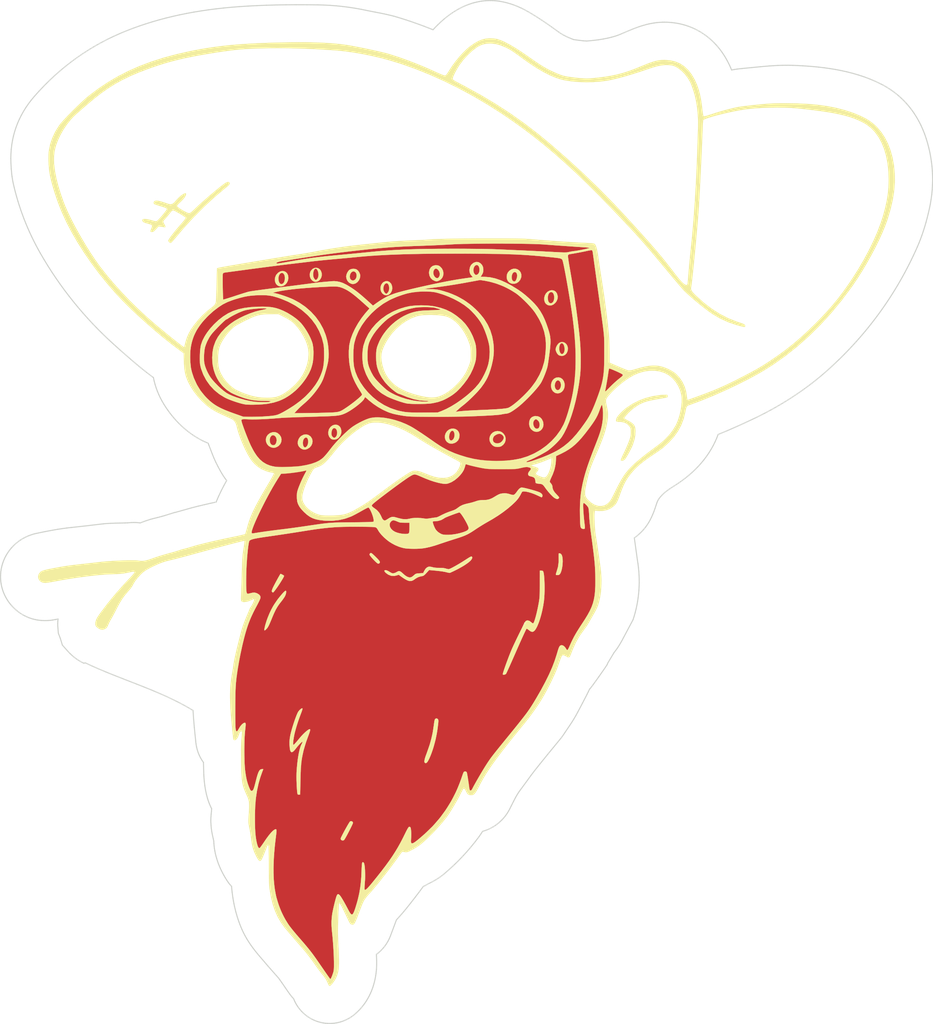
<source format=kicad_pcb>
(kicad_pcb (version 20240108) (generator "pcbnew") (generator_version "8.0")
  (layers (0 "F.Cu" signal) (31 "B.Cu" signal) (34 "B.Paste" user) (35 "F.Paste" user) (36 "B.SilkS" user "B.Silkscreen") (37 "F.SilkS" user "F.Silkscreen") (38 "B.Mask" user) (39 "F.Mask" user) (44 "Edge.Cuts" user))
  (net 0 "")
  (footprint "LOGO" (layer "F.Cu") (at 0 0)
    (property "Reference" "G***" (hide yes))
    (property "Value" "LOGO" (hide yes))
  )
  (footprint "LOGO" (layer "F.Cu") (at 0 0)
    (property "Reference" "G***" (hide yes))
    (property "Value" "LOGO" (hide yes))
    (fp_poly (pts (xy -1.47743 -22.780623) (xy -1.396061 -22.682501) (xy -1.344801 -22.542818) (xy -1.32573 -22.381087) (xy -1.340928 -22.216824) (xy -1.392475 -22.069544) (xy -1.482453 -21.958763) (xy -1.494326 -21.949964) (xy -1.607406 -21.893272) (xy -1.70159 -21.909049) (xy -1.775639 -21.968639) (xy -1.860202 -22.099194) (xy -1.898148 -22.259129) (xy -1.893836 -22.428831) (xy -1.851629 -22.588686) (xy -1.775889 -22.719081) (xy -1.670977 -22.800402) (xy -1.586827 -22.817666) (xy -1.47743 -22.780623)) (stroke (width 0.01)) (fill solid) (layer "F.Cu"))
    (fp_poly (pts (xy -9.224477 0.820202) (xy -9.066909 0.867412) (xy -8.935655 0.918967) (xy -8.786024 0.975154) (xy -8.650312 1.009879) (xy -8.498466 1.028125) (xy -8.300432 1.034878) (xy -8.233833 1.035384) (xy -7.8105 1.037167) (xy -7.8105 1.485788) (xy -7.813112 1.719422) (xy -7.827115 1.881363) (xy -7.86176 1.98456) (xy -7.926298 2.04196) (xy -8.02998 2.066511) (xy -8.182057 2.07116) (xy -8.228433 2.070733) (xy -8.419344 2.060671) (xy -8.611763 2.038138) (xy -8.741833 2.013061) (xy -8.976739 1.944823) (xy -9.155885 1.870942) (xy -9.307901 1.778956) (xy -9.3485 1.749025) (xy -9.517061 1.583984) (xy -9.619526 1.403724) (xy -9.653012 1.221409) (xy -9.614635 1.050205) (xy -9.528256 0.928077) (xy -9.435191 0.850228) (xy -9.340585 0.814372) (xy -9.224477 0.820202)) (stroke (width 0.01)) (fill solid) (layer "F.Cu"))
    (fp_poly (pts (xy -3.124019 0.12043) (xy -3.039403 0.218314) (xy -2.934518 0.364208) (xy -2.817651 0.544) (xy -2.697088 0.74358) (xy -2.581114 0.948838) (xy -2.478018 1.145662) (xy -2.396084 1.319943) (xy -2.343601 1.457569) (xy -2.328333 1.535085) (xy -2.357628 1.640074) (xy -2.450068 1.735193) (xy -2.612491 1.825225) (xy -2.851731 1.914954) (xy -2.887641 1.92647) (xy -3.201826 2.012689) (xy -3.532147 2.080443) (xy -3.861856 2.128192) (xy -4.174208 2.154397) (xy -4.452456 2.157518) (xy -4.679853 2.136018) (xy -4.806814 2.102863) (xy -5.077527 1.962103) (xy -5.296827 1.773149) (xy -5.374095 1.67542) (xy -5.446901 1.551289) (xy -5.519419 1.397673) (xy -5.583587 1.236361) (xy -5.631342 1.089147) (xy -5.654623 0.977821) (xy -5.650174 0.929188) (xy -5.597828 0.908024) (xy -5.486587 0.893308) (xy -5.363251 0.888587) (xy -5.122077 0.860367) (xy -4.874768 0.784693) (xy -4.655628 0.673965) (xy -4.550833 0.594864) (xy -4.488552 0.559743) (xy -4.363367 0.504154) (xy -4.19264 0.434561) (xy -3.993738 0.357427) (xy -3.784024 0.279215) (xy -3.580863 0.206387) (xy -3.401619 0.145408) (xy -3.263657 0.10274) (xy -3.184341 0.084845) (xy -3.18008 0.084667) (xy -3.124019 0.12043)) (stroke (width 0.01)) (fill solid) (layer "F.Cu"))
    (fp_poly (pts (xy -21.121753 -18.796905) (xy -21.049466 -18.775329) (xy -21.039666 -18.758704) (xy -21.078716 -18.74083) (xy -21.185307 -18.712072) (xy -21.343603 -18.676261) (xy -21.537766 -18.637225) (xy -21.557468 -18.633494) (xy -22.033111 -18.517494) (xy -22.553977 -18.341394) (xy -23.10976 -18.109005) (xy -23.553219 -17.895028) (xy -24.03868 -17.615207) (xy -24.492021 -17.290006) (xy -24.902362 -16.9298) (xy -25.258825 -16.544964) (xy -25.55053 -16.145872) (xy -25.73347 -15.815901) (xy -25.916927 -15.331724) (xy -26.030047 -14.812609) (xy -26.072467 -14.271283) (xy -26.043825 -13.720476) (xy -25.943756 -13.172914) (xy -25.820369 -12.768585) (xy -25.618119 -12.3192) (xy -25.352475 -11.902316) (xy -25.033747 -11.529294) (xy -24.672244 -11.211494) (xy -24.278276 -10.960277) (xy -24.103124 -10.876276) (xy -23.607365 -10.67208) (xy -23.161646 -10.513234) (xy -22.747408 -10.395464) (xy -22.346091 -10.314495) (xy -21.939139 -10.266052) (xy -21.50799 -10.24586) (xy -21.3611 -10.244666) (xy -21.074679 -10.241619) (xy -20.860358 -10.232764) (xy -20.720573 -10.21853) (xy -20.657762 -10.199348) (xy -20.674363 -10.175647) (xy -20.772812 -10.147857) (xy -20.790958 -10.144125) (xy -20.906694 -10.131608) (xy -21.085556 -10.124681) (xy -21.306208 -10.123043) (xy -21.547314 -10.126395) (xy -21.787539 -10.134436) (xy -22.005546 -10.146864) (xy -22.18 -10.163381) (xy -22.182666 -10.163721) (xy -22.586217 -10.229439) (xy -23.009307 -10.323255) (xy -23.435069 -10.439629) (xy -23.846639 -10.573022) (xy -24.227148 -10.717893) (xy -24.559732 -10.868702) (xy -24.827522 -11.019909) (xy -24.864408 -11.044579) (xy -25.028336 -11.171043) (xy -25.228866 -11.346555) (xy -25.44929 -11.554386) (xy -25.672902 -11.777804) (xy -25.882997 -12.000082) (xy -26.062868 -12.204487) (xy -26.195808 -12.374291) (xy -26.204149 -12.386217) (xy -26.399359 -12.700753) (xy -26.569239 -13.036948) (xy -26.702741 -13.369805) (xy -26.788817 -13.674331) (xy -26.800282 -13.734978) (xy -26.8249 -13.973346) (xy -26.831049 -14.261966) (xy -26.82014 -14.570574) (xy -26.79358 -14.868906) (xy -26.752778 -15.126698) (xy -26.731272 -15.217307) (xy -26.584456 -15.634884) (xy -26.375442 -16.052313) (xy -26.24493 -16.261808) (xy -26.167318 -16.363971) (xy -26.048264 -16.503963) (xy -25.897754 -16.671559) (xy -25.725771 -16.856535) (xy -25.542298 -17.048667) (xy -25.357319 -17.237732) (xy -25.180818 -17.413504) (xy -25.022778 -17.565761) (xy -24.893184 -17.684278) (xy -24.802019 -17.758831) (xy -24.762427 -17.78) (xy -24.696245 -17.803736) (xy -24.600027 -17.862379) (xy -24.578496 -17.877979) (xy -24.463309 -17.953734) (xy -24.291691 -18.053908) (xy -24.084183 -18.16765) (xy -23.861325 -18.284112) (xy -23.643658 -18.392444) (xy -23.451724 -18.481796) (xy -23.366642 -18.518077) (xy -23.109179 -18.601698) (xy -22.7809 -18.674195) (xy -22.395193 -18.733268) (xy -21.965448 -18.776617) (xy -21.792404 -18.788547) (xy -21.489708 -18.803375) (xy -21.267329 -18.806207) (xy -21.121753 -18.796905)) (stroke (width 0.01)) (fill solid) (layer "F.Cu"))
    (fp_poly (pts (xy -0.847346 -21.359296) (xy -0.167683 -21.217733) (xy 0.510297 -20.999286) (xy 1.170398 -20.710482) (xy 1.796424 -20.35785) (xy 2.041987 -20.194593) (xy 2.287452 -20.006694) (xy 2.564621 -19.766801) (xy 2.856345 -19.492075) (xy 3.145476 -19.199674) (xy 3.414866 -18.906757) (xy 3.647366 -18.630484) (xy 3.778168 -18.457333) (xy 4.145884 -17.876883) (xy 4.436653 -17.280914) (xy 4.64808 -16.675344) (xy 4.777773 -16.066091) (xy 4.793487 -15.946084) (xy 4.811845 -15.677856) (xy 4.813773 -15.351695) (xy 4.800853 -14.992397) (xy 4.774667 -14.624758) (xy 4.736799 -14.273572) (xy 4.688831 -13.963635) (xy 4.657396 -13.814174) (xy 4.489675 -13.262379) (xy 4.252243 -12.705801) (xy 3.955459 -12.16717) (xy 3.794454 -11.920938) (xy 3.587802 -11.642207) (xy 3.34506 -11.348586) (xy 3.076129 -11.049396) (xy 2.790911 -10.753959) (xy 2.499308 -10.471596) (xy 2.211222 -10.211627) (xy 1.936555 -9.983374) (xy 1.68521 -9.796158) (xy 1.467087 -9.6593) (xy 1.319251 -9.590941) (xy 1.207938 -9.562806) (xy 1.035075 -9.535883) (xy 0.797117 -9.509899) (xy 0.490518 -9.484578) (xy 0.11173 -9.459644) (xy -0.342793 -9.434823) (xy -0.876597 -9.409841) (xy -1.185333 -9.39675) (xy -1.705664 -9.373623) (xy -2.171072 -9.349412) (xy -2.575785 -9.32451) (xy -2.91403 -9.299312) (xy -3.180034 -9.274214) (xy -3.368025 -9.249611) (xy -3.389363 -9.245947) (xy -3.534833 -9.219856) (xy -3.31615 -9.425345) (xy -3.177528 -9.549483) (xy -3.002982 -9.697239) (xy -2.824517 -9.841688) (xy -2.778129 -9.877933) (xy -2.588334 -10.034862) (xy -2.363084 -10.237105) (xy -2.117333 -10.469703) (xy -1.86603 -10.717699) (xy -1.624129 -10.966137) (xy -1.40658 -11.200058) (xy -1.228337 -11.404506) (xy -1.136052 -11.520612) (xy -0.915049 -11.829579) (xy -0.73317 -12.118476) (xy -0.581286 -12.407112) (xy -0.450266 -12.715296) (xy -0.330983 -13.062839) (xy -0.214307 -13.46955) (xy -0.182865 -13.589) (xy -0.052303 -14.248703) (xy -0.003009 -14.901781) (xy -0.034017 -15.54301) (xy -0.144359 -16.167168) (xy -0.333068 -16.769032) (xy -0.59918 -17.343379) (xy -0.941726 -17.884987) (xy -0.990053 -17.95037) (xy -1.456513 -18.50116) (xy -1.986095 -18.999142) (xy -2.572899 -19.440543) (xy -3.211026 -19.821591) (xy -3.894576 -20.138513) (xy -4.61765 -20.387536) (xy -4.931833 -20.471002) (xy -5.159246 -20.520649) (xy -5.37008 -20.552042) (xy -5.596954 -20.568641) (xy -5.872483 -20.573908) (xy -5.901972 -20.573945) (xy -6.10352 -20.57558) (xy -6.268065 -20.580016) (xy -6.380688 -20.586612) (xy -6.426473 -20.59473) (xy -6.426343 -20.596435) (xy -6.380112 -20.60733) (xy -6.260723 -20.626939) (xy -6.079061 -20.653713) (xy -5.84601 -20.686108) (xy -5.572455 -20.722575) (xy -5.269281 -20.761569) (xy -5.22337 -20.767359) (xy -4.862932 -20.81555) (xy -4.443961 -20.876302) (xy -3.990984 -20.94576) (xy -3.528529 -21.020068) (xy -3.081122 -21.095372) (xy -2.673292 -21.167818) (xy -2.661667 -21.169955) (xy -1.2805 -21.424062) (xy -0.847346 -21.359296)) (stroke (width 0.01)) (fill solid) (layer "F.Cu"))
    (fp_poly (pts (xy -6.197906 -18.913304) (xy -5.938696 -18.90421) (xy -5.708399 -18.889186) (xy -5.52489 -18.868657) (xy -5.406038 -18.843048) (xy -5.3975 -18.839867) (xy -5.265923 -18.797225) (xy -5.118164 -18.762541) (xy -5.108029 -18.760727) (xy -5.002786 -18.73292) (xy -4.943093 -18.698886) (xy -4.938696 -18.690166) (xy -4.977578 -18.674541) (xy -5.09582 -18.65958) (xy -5.288113 -18.645665) (xy -5.549151 -18.633176) (xy -5.873627 -18.622495) (xy -5.884333 -18.622205) (xy -6.211529 -18.612389) (xy -6.470834 -18.601583) (xy -6.679024 -18.588144) (xy -6.852872 -18.570432) (xy -7.009152 -18.546806) (xy -7.164639 -18.515625) (xy -7.3025 -18.483466) (xy -7.861145 -18.30638) (xy -8.399903 -18.055268) (xy -8.910173 -17.738101) (xy -9.383354 -17.362852) (xy -9.810845 -16.937494) (xy -10.184045 -16.469998) (xy -10.494352 -15.968337) (xy -10.733167 -15.440484) (xy -10.801729 -15.24) (xy -10.842377 -15.098789) (xy -10.87004 -14.967525) (xy -10.88691 -14.824672) (xy -10.895178 -14.648691) (xy -10.897036 -14.418044) (xy -10.896497 -14.308666) (xy -10.883729 -13.919221) (xy -10.847823 -13.587642) (xy -10.783331 -13.289003) (xy -10.684809 -12.998371) (xy -10.546809 -12.690819) (xy -10.540076 -12.677177) (xy -10.336277 -12.324348) (xy -10.082208 -11.978122) (xy -9.791412 -11.651591) (xy -9.477431 -11.357845) (xy -9.153807 -11.109976) (xy -8.834083 -10.921075) (xy -8.636 -10.836547) (xy -8.540545 -10.80159) (xy -8.386465 -10.743819) (xy -8.194118 -10.670915) (xy -7.983863 -10.590565) (xy -7.958666 -10.580892) (xy -7.392212 -10.394552) (xy -6.854986 -10.282846) (xy -6.339341 -10.244193) (xy -6.328833 -10.244154) (xy -6.154852 -10.240082) (xy -6.061643 -10.228499) (xy -6.045599 -10.208857) (xy -6.053666 -10.202333) (xy -6.141029 -10.177347) (xy -6.303163 -10.168112) (xy -6.542672 -10.174631) (xy -6.862161 -10.196912) (xy -6.947633 -10.204303) (xy -7.515514 -10.282163) (xy -8.084177 -10.411584) (xy -8.635593 -10.586385) (xy -9.151733 -10.800383) (xy -9.614568 -11.047396) (xy -9.8425 -11.19695) (xy -9.95978 -11.290038) (xy -10.118454 -11.429725) (xy -10.302046 -11.600805) (xy -10.494078 -11.788076) (xy -10.606659 -11.902055) (xy -10.800676 -12.103826) (xy -10.946984 -12.263623) (xy -11.05848 -12.398589) (xy -11.148061 -12.525872) (xy -11.228626 -12.662616) (xy -11.313071 -12.825968) (xy -11.334966 -12.870261) (xy -11.471212 -13.159969) (xy -11.569551 -13.40707) (xy -11.635707 -13.636889) (xy -11.675401 -13.874749) (xy -11.694357 -14.145974) (xy -11.698297 -14.475888) (xy -11.698287 -14.478) (xy -11.690307 -14.82798) (xy -11.666902 -15.116314) (xy -11.62346 -15.365332) (xy -11.555364 -15.597362) (xy -11.458002 -15.834732) (xy -11.387716 -15.980833) (xy -11.182873 -16.336225) (xy -10.920225 -16.708897) (xy -10.617448 -17.077774) (xy -10.292217 -17.421779) (xy -9.962206 -17.719837) (xy -9.863666 -17.798101) (xy -9.319735 -18.162134) (xy -8.72647 -18.459077) (xy -8.088526 -18.68706) (xy -7.410557 -18.844211) (xy -7.166457 -18.881893) (xy -6.970307 -18.900763) (xy -6.731584 -18.912006) (xy -6.46816 -18.916044) (xy -6.197906 -18.913304)) (stroke (width 0.01)) (fill solid) (layer "F.Cu"))
    (fp_poly (pts (xy -14.675738 -20.817414) (xy -14.491879 -20.805535) (xy -14.335086 -20.784625) (xy -14.19716 -20.75426) (xy -14.069903 -20.714013) (xy -13.945118 -20.663459) (xy -13.814606 -20.602173) (xy -13.737166 -20.563612) (xy -13.551385 -20.463939) (xy -13.364665 -20.349845) (xy -13.167696 -20.214158) (xy -12.951163 -20.049709) (xy -12.705753 -19.849327) (xy -12.422154 -19.60584) (xy -12.091052 -19.312078) (xy -11.96898 -19.202162) (xy -11.513126 -18.790495) (xy -11.835619 -18.422831) (xy -12.202712 -17.966741) (xy -12.534826 -17.479313) (xy -12.824569 -16.974885) (xy -13.064551 -16.467794) (xy -13.24738 -15.972378) (xy -13.365665 -15.502973) (xy -13.378226 -15.4305) (xy -13.407198 -15.168805) (xy -13.421893 -14.85005) (xy -13.42265 -14.500569) (xy -13.409809 -14.146697) (xy -13.383707 -13.81477) (xy -13.354514 -13.589) (xy -13.242258 -13.030702) (xy -13.08703 -12.51682) (xy -12.879596 -12.023726) (xy -12.610724 -11.527792) (xy -12.446666 -11.265697) (xy -12.343821 -11.101954) (xy -12.262722 -10.961516) (xy -12.212385 -10.860766) (xy -12.200548 -10.818438) (xy -12.244616 -10.751512) (xy -12.347438 -10.64484) (xy -12.498295 -10.50707) (xy -12.686472 -10.346852) (xy -12.901251 -10.172837) (xy -13.131915 -9.993674) (xy -13.367746 -9.818014) (xy -13.598028 -9.654505) (xy -13.812044 -9.511798) (xy -13.846706 -9.489809) (xy -13.983645 -9.404993) (xy -14.103504 -9.336975) (xy -14.217944 -9.283597) (xy -14.338628 -9.242702) (xy -14.477217 -9.212131) (xy -14.645374 -9.189728) (xy -14.854759 -9.173333) (xy -15.117035 -9.16079) (xy -15.443864 -9.149941) (xy -15.726833 -9.141935) (xy -16.091033 -9.13256) (xy -16.472688 -9.123927) (xy -16.850592 -9.116433) (xy -17.203541 -9.110472) (xy -17.510331 -9.106443) (xy -17.711308 -9.104862) (xy -18.468116 -9.101666) (xy -18.300695 -9.281583) (xy -18.12843 -9.46473) (xy -17.988115 -9.607562) (xy -17.855507 -9.733091) (xy -17.70636 -9.864328) (xy -17.530957 -10.012175) (xy -17.208536 -10.305031) (xy -16.888299 -10.640099) (xy -16.583028 -11.000966) (xy -16.305503 -11.37122) (xy -16.068505 -11.734449) (xy -15.884816 -12.074241) (xy -15.831226 -12.194828) (xy -15.732027 -12.458348) (xy -15.627107 -12.777083) (xy -15.524711 -13.122742) (xy -15.433081 -13.467033) (xy -15.360461 -13.781664) (xy -15.342405 -13.872406) (xy -15.303413 -14.186226) (xy -15.291033 -14.554916) (xy -15.304356 -14.95328) (xy -15.342472 -15.35612) (xy -15.404474 -15.738238) (xy -15.410861 -15.769166) (xy -15.585845 -16.398318) (xy -15.837891 -16.998473) (xy -16.162819 -17.564478) (xy -16.556452 -18.091184) (xy -17.014611 -18.573439) (xy -17.533119 -19.006091) (xy -18.107796 -19.383991) (xy -18.520833 -19.603338) (xy -18.785322 -19.721148) (xy -19.100641 -19.845485) (xy -19.439184 -19.96673) (xy -19.773342 -20.075264) (xy -20.075508 -20.161469) (xy -20.227318 -20.197899) (xy -20.468166 -20.250068) (xy -20.150666 -20.326585) (xy -19.753115 -20.40983) (xy -19.275626 -20.487136) (xy -18.717228 -20.558616) (xy -18.07695 -20.624386) (xy -17.353819 -20.684561) (xy -16.806333 -20.722861) (xy -16.28793 -20.756234) (xy -15.845778 -20.783129) (xy -15.471681 -20.803119) (xy -15.157441 -20.81578) (xy -14.894859 -20.820687) (xy -14.675738 -20.817414)) (stroke (width 0.01)) (fill solid) (layer "F.Cu"))
    (fp_poly (pts (xy 0.420516 -24.80333) (xy 1.008752 -24.80077) (xy 1.590407 -24.796243) (xy 2.155955 -24.789795) (xy 2.695866 -24.781471) (xy 3.200613 -24.771315) (xy 3.660667 -24.759371) (xy 4.066499 -24.745685) (xy 4.408582 -24.7303) (xy 4.677387 -24.713262) (xy 4.720167 -24.709775) (xy 4.903842 -24.694332) (xy 5.093083 -24.678954) (xy 5.295549 -24.663097) (xy 5.518901 -24.646214) (xy 5.770797 -24.627763) (xy 6.058899 -24.607196) (xy 6.390865 -24.58397) (xy 6.774357 -24.55754) (xy 7.217034 -24.52736) (xy 7.726555 -24.492886) (xy 8.310582 -24.453572) (xy 8.503315 -24.440629) (xy 8.666697 -24.426268) (xy 8.784877 -24.409202) (xy 8.8428 -24.392015) (xy 8.841981 -24.382503) (xy 8.769017 -24.35763) (xy 8.62983 -24.322464) (xy 8.441743 -24.280466) (xy 8.222076 -24.235093) (xy 7.98815 -24.189806) (xy 7.757286 -24.148062) (xy 7.546805 -24.113321) (xy 7.374028 -24.089042) (xy 7.370012 -24.088559) (xy 7.186213 -24.062727) (xy 7.018557 -24.032418) (xy 6.897577 -24.003308) (xy 6.879474 -23.997347) (xy 6.817749 -23.983487) (xy 6.719286 -23.97535) (xy 6.575774 -23.973064) (xy 6.378904 -23.976755) (xy 6.120366 -23.986551) (xy 5.791851 -24.00258) (xy 5.499629 -24.018483) (xy 5.237761 -24.033032) (xy 4.979696 -24.047041) (xy 4.718079 -24.060858) (xy 4.445555 -24.07483) (xy 4.15477 -24.089307) (xy 3.838368 -24.104635) (xy 3.488994 -24.121162) (xy 3.099294 -24.139237) (xy 2.661912 -24.159207) (xy 2.169493 -24.18142) (xy 1.614682 -24.206224) (xy 0.990125 -24.233967) (xy 0.288466 -24.264996) (xy 0.275167 -24.265583) (xy -0.033123 -24.276883) (xy -0.416132 -24.287069) (xy -0.863921 -24.296014) (xy -1.366548 -24.303592) (xy -1.914073 -24.309679) (xy -2.496554 -24.314146) (xy -3.10405 -24.316869) (xy -3.726622 -24.317721) (xy -3.831166 -24.317673) (xy -4.743249 -24.315289) (xy -5.580461 -24.309272) (xy -6.352536 -24.299227) (xy -7.069207 -24.28476) (xy -7.740208 -24.265478) (xy -8.375273 -24.240985) (xy -8.984136 -24.210888) (xy -9.57653 -24.174792) (xy -10.162189 -24.132304) (xy -10.750847 -24.08303) (xy -11.352238 -24.026574) (xy -11.578166 -24.003965) (xy -12.008084 -23.960656) (xy -12.467601 -23.915022) (xy -12.936643 -23.869015) (xy -13.395138 -23.824582) (xy -13.823011 -23.783674) (xy -14.200188 -23.74824) (xy -14.4145 -23.728535) (xy -14.987784 -23.675411) (xy -15.493391 -23.625891) (xy -15.94811 -23.577763) (xy -16.368732 -23.528819) (xy -16.772046 -23.476847) (xy -17.174843 -23.419638) (xy -17.593911 -23.354982) (xy -18.04604 -23.280668) (xy -18.548021 -23.194487) (xy -18.778623 -23.154068) (xy -19.143707 -23.089913) (xy -19.434249 -23.039443) (xy -19.659069 -23.001535) (xy -19.826986 -22.975067) (xy -19.946821 -22.958917) (xy -20.027392 -22.951962) (xy -20.077521 -22.95308) (xy -20.106026 -22.961148) (xy -20.121727 -22.975045) (xy -20.126727 -22.982513) (xy -20.108305 -23.021319) (xy -20.025496 -23.06791) (xy -19.897234 -23.115023) (xy -19.742452 -23.155394) (xy -19.619915 -23.176938) (xy -19.515102 -23.192004) (xy -19.342634 -23.217773) (xy -19.118497 -23.251813) (xy -18.858675 -23.291691) (xy -18.579157 -23.334977) (xy -18.499666 -23.347356) (xy -18.203258 -23.393523) (xy -17.846279 -23.449039) (xy -17.451832 -23.510316) (xy -17.043017 -23.573766) (xy -16.642936 -23.635802) (xy -16.340666 -23.682624) (xy -16.051855 -23.725408) (xy -15.692428 -23.775514) (xy -15.275951 -23.831218) (xy -14.815991 -23.890793) (xy -14.326113 -23.952514) (xy -13.819885 -24.014654) (xy -13.310871 -24.075488) (xy -12.812638 -24.133289) (xy -12.678833 -24.148478) (xy -11.990408 -24.224938) (xy -11.367281 -24.291019) (xy -10.793454 -24.347884) (xy -10.252931 -24.396698) (xy -9.729715 -24.438623) (xy -9.207811 -24.474823) (xy -8.67122 -24.506462) (xy -8.103947 -24.534703) (xy -7.489994 -24.56071) (xy -6.813366 -24.585646) (xy -6.5405 -24.594949) (xy -6.15506 -24.607973) (xy -5.826953 -24.619473) (xy -5.540393 -24.630212) (xy -5.279596 -24.640951) (xy -5.028777 -24.652455) (xy -4.772153 -24.665485) (xy -4.493938 -24.680803) (xy -4.178349 -24.699173) (xy -3.809601 -24.721358) (xy -3.378832 -24.747693) (xy -3.08098 -24.762465) (xy -2.713481 -24.774914) (xy -2.285863 -24.785085) (xy -1.807654 -24.793023) (xy -1.288384 -24.798771) (xy -0.73758 -24.802376) (xy -0.16477 -24.803881) (xy 0.420516 -24.80333)) (stroke (width 0.01)) (fill solid) (layer "F.Cu"))
    (fp_poly (pts (xy -6.215552 -20.351255) (xy -5.93724 -20.340599) (xy -5.720909 -20.32702) (xy -5.543874 -20.307497) (xy -5.383448 -20.279012) (xy -5.216948 -20.238546) (xy -5.08 -20.200132) (xy -4.444362 -19.989245) (xy -3.839981 -19.736181) (xy -3.278375 -19.447193) (xy -2.771062 -19.128534) (xy -2.32956 -18.786459) (xy -2.12295 -18.594585) (xy -1.769284 -18.225369) (xy -1.477496 -17.879395) (xy -1.235864 -17.538052) (xy -1.032666 -17.182732) (xy -0.856179 -16.794826) (xy -0.694682 -16.355724) (xy -0.674659 -16.295378) (xy -0.56161 -15.934546) (xy -0.479914 -15.62848) (xy -0.425976 -15.354829) (xy -0.3962 -15.091241) (xy -0.38699 -14.815367) (xy -0.39303 -14.544946) (xy -0.431386 -14.080371) (xy -0.511223 -13.65397) (xy -0.640107 -13.235806) (xy -0.825603 -12.795941) (xy -0.845831 -12.753223) (xy -1.115204 -12.251483) (xy -1.421307 -11.806009) (xy -1.782635 -11.390388) (xy -1.843581 -11.328139) (xy -2.217935 -10.976962) (xy -2.637839 -10.627784) (xy -3.087068 -10.291585) (xy -3.549397 -9.979346) (xy -4.0086 -9.702047) (xy -4.448452 -9.470667) (xy -4.837894 -9.301766) (xy -5.185833 -9.17007) (xy -6.519333 -9.159167) (xy -6.950833 -9.156898) (xy -7.307555 -9.158002) (xy -7.599332 -9.162765) (xy -7.835997 -9.171473) (xy -8.02738 -9.18441) (xy -8.183317 -9.201861) (xy -8.229621 -9.208812) (xy -8.912537 -9.353967) (xy -9.546495 -9.563863) (xy -10.141866 -9.84284) (xy -10.709021 -10.195237) (xy -10.874616 -10.315471) (xy -11.31198 -10.681829) (xy -11.715937 -11.095363) (xy -12.078375 -11.543982) (xy -12.391182 -12.015595) (xy -12.646248 -12.49811) (xy -12.835458 -12.979436) (xy -12.941865 -13.39685) (xy -12.974005 -13.640396) (xy -12.994897 -13.943834) (xy -13.001822 -14.185603) (xy -12.168075 -14.185603) (xy -12.138585 -13.791018) (xy -12.078402 -13.441711) (xy -12.069104 -13.404206) (xy -11.880329 -12.82865) (xy -11.623647 -12.296382) (xy -11.30329 -11.812745) (xy -10.923494 -11.383081) (xy -10.488492 -11.012733) (xy -10.002517 -10.707043) (xy -9.883514 -10.646214) (xy -9.591702 -10.513368) (xy -9.256901 -10.377577) (xy -8.9051 -10.248155) (xy -8.562289 -10.134414) (xy -8.254455 -10.045668) (xy -8.112125 -10.011461) (xy -7.948116 -9.987389) (xy -7.717356 -9.969438) (xy -7.43754 -9.957609) (xy -7.126363 -9.951907) (xy -6.801519 -9.952333) (xy -6.480702 -9.958891) (xy -6.181608 -9.971584) (xy -5.921932 -9.990415) (xy -5.746685 -10.011057) (xy -5.158348 -10.138823) (xy -4.605119 -10.341042) (xy -4.077651 -10.621491) (xy -3.830499 -10.785267) (xy -3.463082 -11.080604) (xy -3.097573 -11.44101) (xy -2.748705 -11.847865) (xy -2.431213 -12.282547) (xy -2.159832 -12.726437) (xy -1.949296 -13.160913) (xy -1.947824 -13.164476) (xy -1.823438 -13.483102) (xy -1.735696 -13.75635) (xy -1.678944 -14.012189) (xy -1.647531 -14.278586) (xy -1.635805 -14.58351) (xy -1.635322 -14.710833) (xy -1.637993 -14.965396) (xy -1.646308 -15.159743) (xy -1.663186 -15.318281) (xy -1.691547 -15.465416) (xy -1.734312 -15.625557) (xy -1.751806 -15.6845) (xy -1.969101 -16.277729) (xy -2.247681 -16.814257) (xy -2.591134 -17.299351) (xy -3.003048 -17.738273) (xy -3.356038 -18.037984) (xy -3.71933 -18.299739) (xy -4.074732 -18.511659) (xy -4.443946 -18.683512) (xy -4.848673 -18.825065) (xy -5.310615 -18.946083) (xy -5.435428 -18.97381) (xy -5.707421 -19.018381) (xy -6.036917 -19.050238) (xy -6.401913 -19.069197) (xy -6.780405 -19.075074) (xy -7.15039 -19.067683) (xy -7.489864 -19.04684) (xy -7.776826 -19.01236) (xy -7.874 -18.994279) (xy -8.578149 -18.806224) (xy -9.231622 -18.55289) (xy -9.832408 -18.235324) (xy -10.378499 -17.854571) (xy -10.816936 -17.463357) (xy -11.242989 -16.985989) (xy -11.592147 -16.484065) (xy -11.862266 -15.961209) (xy -12.051203 -15.421045) (xy -12.071948 -15.340626) (xy -12.134801 -14.990446) (xy -12.166829 -14.595425) (xy -12.168075 -14.185603) (xy -13.001822 -14.185603) (xy -13.004617 -14.283151) (xy -13.003241 -14.634332) (xy -12.990845 -14.973365) (xy -12.967504 -15.276234) (xy -12.935198 -15.508933) (xy -12.790495 -16.062511) (xy -12.566507 -16.615122) (xy -12.268363 -17.159238) (xy -11.90119 -17.687333) (xy -11.470117 -18.19188) (xy -10.980271 -18.665352) (xy -10.541 -19.023128) (xy -10.27612 -19.213663) (xy -10.019119 -19.377276) (xy -9.748674 -19.52546) (xy -9.443463 -19.669713) (xy -9.082165 -19.821527) (xy -8.996981 -19.85552) (xy -8.478478 -20.046067) (xy -8.000985 -20.187122) (xy -7.540159 -20.283023) (xy -7.07166 -20.338108) (xy -6.571147 -20.356716) (xy -6.215552 -20.351255)) (stroke (width 0.01)) (fill solid) (layer "F.Cu"))
    (fp_poly (pts (xy -21.027605 -20.00868) (xy -20.790928 -19.98722) (xy -20.397051 -19.9098) (xy -19.960732 -19.781805) (xy -19.500596 -19.611307) (xy -19.035268 -19.406378) (xy -18.583374 -19.175088) (xy -18.163538 -18.925508) (xy -17.864666 -18.719142) (xy -17.334841 -18.278871) (xy -16.879652 -17.801032) (xy -16.495576 -17.280618) (xy -16.179093 -16.712617) (xy -15.926681 -16.092021) (xy -15.85054 -15.853833) (xy -15.808641 -15.705227) (xy -15.777552 -15.568847) (xy -15.755164 -15.426337) (xy -15.739368 -15.259339) (xy -15.728055 -15.049497) (xy -15.719114 -14.778455) (xy -15.716763 -14.689666) (xy -15.712205 -14.263286) (xy -15.723966 -13.901259) (xy -15.754486 -13.584416) (xy -15.806203 -13.293589) (xy -15.881558 -13.009611) (xy -15.960423 -12.774686) (xy -16.182166 -12.273553) (xy -16.484669 -11.769462) (xy -16.864405 -11.267461) (xy -17.317847 -10.772599) (xy -17.448997 -10.644178) (xy -17.867092 -10.277176) (xy -18.348161 -9.91319) (xy -18.871265 -9.566527) (xy -19.415468 -9.251494) (xy -19.706166 -9.101812) (xy -19.863946 -9.025016) (xy -19.98992 -8.968653) (xy -20.103289 -8.928046) (xy -20.223255 -8.898515) (xy -20.369017 -8.875382) (xy -20.559777 -8.853968) (xy -20.814736 -8.829594) (xy -20.828611 -8.828298) (xy -21.047701 -8.811296) (xy -21.307658 -8.796684) (xy -21.594905 -8.784662) (xy -21.895862 -8.775428) (xy -22.196952 -8.76918) (xy -22.484596 -8.766117) (xy -22.745217 -8.766437) (xy -22.965235 -8.770338) (xy -23.131073 -8.778019) (xy -23.229153 -8.789678) (xy -23.241 -8.793053) (xy -23.299296 -8.813766) (xy -23.42411 -8.857635) (xy -23.602008 -8.919954) (xy -23.819556 -8.996019) (xy -24.063323 -9.081124) (xy -24.087666 -9.089617) (xy -24.590076 -9.273069) (xy -25.0215 -9.450005) (xy -25.394505 -9.62759) (xy -25.721659 -9.81299) (xy -26.01553 -10.013371) (xy -26.288685 -10.235898) (xy -26.553692 -10.487737) (xy -26.571445 -10.505813) (xy -26.820633 -10.768941) (xy -27.020659 -11.00274) (xy -27.188502 -11.230738) (xy -27.341142 -11.476462) (xy -27.495558 -11.763438) (xy -27.53402 -11.839568) (xy -27.763808 -12.346854) (xy -27.930616 -12.833534) (xy -28.040367 -13.32469) (xy -28.098987 -13.845404) (xy -28.109541 -14.180213) (xy -27.215679 -14.180213) (xy -27.199182 -13.840251) (xy -27.166471 -13.530017) (xy -27.118294 -13.271825) (xy -27.094449 -13.186833) (xy -26.867217 -12.61001) (xy -26.57004 -12.07612) (xy -26.207747 -11.590855) (xy -25.785166 -11.159907) (xy -25.307126 -10.788969) (xy -24.818534 -10.503608) (xy -24.600947 -10.404626) (xy -24.334784 -10.299339) (xy -24.040505 -10.194346) (xy -23.738569 -10.096243) (xy -23.449435 -10.011629) (xy -23.193563 -9.947101) (xy -22.991411 -9.909257) (xy -22.965833 -9.906164) (xy -22.732232 -9.890286) (xy -22.438176 -9.884584) (xy -22.107171 -9.888302) (xy -21.762721 -9.900687) (xy -21.428329 -9.920985) (xy -21.1275 -9.94844) (xy -20.955 -9.970679) (xy -20.434353 -10.070549) (xy -19.968753 -10.207442) (xy -19.574136 -10.369325) (xy -19.094635 -10.632198) (xy -18.635277 -10.957907) (xy -18.204756 -11.33592) (xy -17.811766 -11.755708) (xy -17.465003 -12.206739) (xy -17.173159 -12.678483) (xy -16.94493 -13.160408) (xy -16.789011 -13.641984) (xy -16.758673 -13.7795) (xy -16.727182 -14.004704) (xy -16.708207 -14.27927) (xy -16.701474 -14.579882) (xy -16.70671 -14.883228) (xy -16.723641 -15.165994) (xy -16.751995 -15.404866) (xy -16.779261 -15.536333) (xy -16.88613 -15.849702) (xy -17.042261 -16.198397) (xy -17.234973 -16.56002) (xy -17.451589 -16.912175) (xy -17.679429 -17.232465) (xy -17.865842 -17.455727) (xy -18.17453 -17.750092) (xy -18.558488 -18.042238) (xy -19.008447 -18.325322) (xy -19.155833 -18.407956) (xy -19.505212 -18.5857) (xy -19.838144 -18.724621) (xy -20.171071 -18.828057) (xy -20.520436 -18.899343) (xy -20.902679 -18.941816) (xy -21.334244 -18.958813) (xy -21.831571 -18.953669) (xy -21.843455 -18.95333) (xy -22.511607 -18.914696) (xy -23.113368 -18.836642) (xy -23.659376 -18.714888) (xy -24.160268 -18.545156) (xy -24.626682 -18.323169) (xy -25.069256 -18.044647) (xy -25.498628 -17.705313) (xy -25.908 -17.318652) (xy -26.332732 -16.844634) (xy -26.672907 -16.371427) (xy -26.928632 -15.898848) (xy -27.100011 -15.426718) (xy -27.160408 -15.155333) (xy -27.19704 -14.860068) (xy -27.215214 -14.52759) (xy -27.215679 -14.180213) (xy -28.109541 -14.180213) (xy -28.113032 -14.290935) (xy -28.086864 -14.917053) (xy -28.003448 -15.488797) (xy -27.859999 -16.01662) (xy -27.65373 -16.510975) (xy -27.405301 -16.946421) (xy -26.991468 -17.513167) (xy -26.504169 -18.050724) (xy -25.951953 -18.550926) (xy -25.343369 -19.005605) (xy -25.053208 -19.193298) (xy -24.850021 -19.301157) (xy -24.580463 -19.417904) (xy -24.261541 -19.53771) (xy -23.910262 -19.654747) (xy -23.543633 -19.763186) (xy -23.17866 -19.857197) (xy -22.99665 -19.898134) (xy -22.734464 -19.941857) (xy -22.413994 -19.976749) (xy -22.059156 -20.001843) (xy -21.693868 -20.016173) (xy -21.342045 -20.018775) (xy -21.027605 -20.00868)) (stroke (width 0.01)) (fill solid) (layer "F.Cu"))
    (fp_poly (pts (xy 9.09931 -24.171578) (xy 9.105369 -24.166343) (xy 9.128986 -24.097611) (xy 9.152876 -23.982907) (xy 9.15872 -23.945237) (xy 9.180793 -23.78865) (xy 9.21303 -23.557981) (xy 9.254189 -23.262245) (xy 9.303025 -22.91046) (xy 9.358295 -22.511641) (xy 9.418755 -22.074804) (xy 9.483162 -21.608966) (xy 9.550271 -21.123143) (xy 9.61884 -20.62635) (xy 9.687624 -20.127605) (xy 9.75538 -19.635922) (xy 9.820864 -19.160319) (xy 9.882832 -18.709812) (xy 9.940041 -18.293416) (xy 9.991247 -17.920148) (xy 10.035206 -17.599024) (xy 10.070675 -17.33906) (xy 10.09641 -17.149272) (xy 10.105506 -17.0815) (xy 10.137714 -16.833063) (xy 10.163246 -16.61456) (xy 10.182892 -16.410803) (xy 10.19744 -16.206604) (xy 10.207676 -15.986774) (xy 10.21439 -15.736123) (xy 10.218367 -15.439464) (xy 10.220398 -15.081608) (xy 10.220965 -14.855398) (xy 10.2235 -13.475962) (xy 11.070167 -13.098564) (xy 11.360849 -12.967472) (xy 11.581395 -12.864083) (xy 11.740005 -12.783976) (xy 11.844877 -12.722726) (xy 11.904211 -12.67591) (xy 11.926204 -12.639105) (xy 11.926591 -12.6365) (xy 11.906325 -12.569955) (xy 11.827205 -12.480825) (xy 11.681793 -12.360979) (xy 11.65804 -12.343024) (xy 11.4585 -12.183845) (xy 11.240286 -11.993538) (xy 11.01212 -11.781377) (xy 10.782722 -11.556636) (xy 10.560814 -11.328591) (xy 10.355116 -11.106516) (xy 10.174352 -10.899685) (xy 10.02724 -10.717372) (xy 9.922504 -10.568853) (xy 9.868865 -10.463401) (xy 9.863667 -10.434837) (xy 9.877167 -10.344645) (xy 9.911931 -10.2101) (xy 9.944268 -10.108317) (xy 10.059601 -9.66007) (xy 10.109837 -9.171809) (xy 10.095311 -8.637789) (xy 10.052046 -8.268434) (xy 10.006108 -7.994797) (xy 9.949464 -7.731959) (xy 9.877094 -7.463226) (xy 9.783974 -7.171902) (xy 9.665085 -6.841288) (xy 9.515404 -6.454691) (xy 9.479304 -6.364116) (xy 9.23203 -5.739204) (xy 9.017723 -5.181597) (xy 8.833301 -4.681995) (xy 8.675682 -4.231095) (xy 8.541782 -3.819594) (xy 8.42852 -3.438191) (xy 8.332813 -3.077583) (xy 8.251578 -2.728468) (xy 8.212739 -2.541929) (xy 8.14826 -2.213096) (xy 8.096818 -1.930297) (xy 8.056962 -1.677017) (xy 8.027241 -1.43674) (xy 8.006202 -1.192953) (xy 7.992394 -0.929139) (xy 7.984365 -0.628785) (xy 7.980664 -0.275374) (xy 7.979834 0.107722) (xy 7.980232 0.473595) (xy 7.981775 0.764481) (xy 7.984987 0.990054) (xy 7.990393 1.159992) (xy 7.998515 1.28397) (xy 8.009878 1.371666) (xy 8.025006 1.432756) (xy 8.044422 1.476915) (xy 8.054893 1.494139) (xy 8.136629 1.579717) (xy 8.249558 1.608073) (xy 8.277143 1.608667) (xy 8.338991 1.607393) (xy 8.3827 1.59586) (xy 8.40961 1.562498) (xy 8.421058 1.49574) (xy 8.418384 1.384017) (xy 8.402929 1.215762) (xy 8.37603 0.979405) (xy 8.362912 0.867834) (xy 8.327264 0.537115) (xy 8.299157 0.220105) (xy 8.279043 -0.072122) (xy 8.267372 -0.328491) (xy 8.264597 -0.537925) (xy 8.271168 -0.689349) (xy 8.287539 -0.771689) (xy 8.295639 -0.782119) (xy 8.353993 -0.773223) (xy 8.443517 -0.712542) (xy 8.546699 -0.617563) (xy 8.646026 -0.505771) (xy 8.723985 -0.394651) (xy 8.758657 -0.319812) (xy 8.774618 -0.231144) (xy 8.791367 -0.077316) (xy 8.807191 0.122201) (xy 8.820377 0.347937) (xy 8.823581 0.418286) (xy 8.837505 0.642176) (xy 8.86201 0.927847) (xy 8.894831 1.253395) (xy 8.933701 1.596914) (xy 8.976355 1.9365) (xy 8.994379 2.069286) (xy 9.089703 2.765657) (xy 9.171189 3.387088) (xy 9.239517 3.942051) (xy 9.295368 4.439019) (xy 9.339424 4.886463) (xy 9.372366 5.292857) (xy 9.394873 5.666671) (xy 9.407628 6.01638) (xy 9.411312 6.350454) (xy 9.406605 6.677366) (xy 9.394189 7.005589) (xy 9.393041 7.028974) (xy 9.364893 7.446621) (xy 9.321302 7.82251) (xy 9.257456 8.16949) (xy 9.168546 8.500411) (xy 9.049763 8.828123) (xy 8.896295 9.165474) (xy 8.703333 9.525316) (xy 8.466066 9.920496) (xy 8.179685 10.363866) (xy 8.099662 10.484027) (xy 7.837372 10.884134) (xy 7.61822 11.238341) (xy 7.431451 11.566048) (xy 7.266312 11.886655) (xy 7.112049 12.219561) (xy 7.02378 12.424834) (xy 6.949988 12.588595) (xy 6.88168 12.719077) (xy 6.82856 12.798744) (xy 6.807977 12.814864) (xy 6.756297 12.786892) (xy 6.681834 12.705276) (xy 6.625167 12.624936) (xy 6.490177 12.458276) (xy 6.351933 12.375967) (xy 6.210679 12.378123) (xy 6.149041 12.405065) (xy 6.099891 12.44233) (xy 6.056107 12.502908) (xy 6.011543 12.600798) (xy 5.960055 12.749997) (xy 5.895498 12.9645) (xy 5.880181 13.0175) (xy 5.742179 13.477142) (xy 5.602138 13.898321) (xy 5.452405 14.299427) (xy 5.285324 14.698849) (xy 5.09324 15.114978) (xy 4.868496 15.566201) (xy 4.628957 16.023167) (xy 4.325325 16.578943) (xy 4.016164 17.120033) (xy 3.710962 17.630565) (xy 3.419209 18.094666) (xy 3.150394 18.496464) (xy 3.149946 18.497108) (xy 3.061091 18.619081) (xy 2.924942 18.798305) (xy 2.747955 19.026614) (xy 2.536582 19.295838) (xy 2.297277 19.59781) (xy 2.036494 19.924361) (xy 1.760686 20.267325) (xy 1.476308 20.618532) (xy 1.388265 20.726764) (xy 1.108412 21.070882) (xy 0.839471 21.402489) (xy 0.5872 21.714425) (xy 0.357357 21.999529) (xy 0.1557 22.250639) (xy -0.012013 22.460596) (xy -0.140025 22.622237) (xy -0.222576 22.728401) (xy -0.241899 22.754167) (xy -0.360625 22.926272) (xy -0.514254 23.164955) (xy -0.69788 23.462069) (xy -0.906597 23.809469) (xy -1.1355 24.199006) (xy -1.379683 24.622536) (xy -1.585576 24.985404) (xy -1.764925 25.301318) (xy -1.908625 25.543217) (xy -2.021816 25.71128) (xy -2.10964 25.805684) (xy -2.177238 25.826608) (xy -2.229752 25.774228) (xy -2.272324 25.648724) (xy -2.310095 25.450273) (xy -2.348206 25.179052) (xy -2.36946 25.012529) (xy -2.402635 24.759221) (xy -2.434968 24.529839) (xy -2.464119 24.339704) (xy -2.487747 24.204134) (xy -2.502666 24.140584) (xy -2.568016 24.067335) (xy -2.667274 24.044151) (xy -2.762202 24.076783) (xy -2.784066 24.09825) (xy -2.813269 24.157057) (xy -2.861885 24.27907) (xy -2.923337 24.446917) (xy -2.99105 24.643225) (xy -2.996383 24.659167) (xy -3.356365 25.608327) (xy -3.787677 26.512123) (xy -4.290575 27.370928) (xy -4.865317 28.185116) (xy -5.512158 28.955059) (xy -6.231357 29.681132) (xy -6.7945 30.177258) (xy -7.059926 30.394692) (xy -7.26911 30.554916) (xy -7.427865 30.658322) (xy -7.542001 30.705301) (xy -7.61733 30.696245) (xy -7.659665 30.631545) (xy -7.674815 30.511593) (xy -7.668593 30.33678) (xy -7.659917 30.235547) (xy -7.647588 30.025177) (xy -7.64713 29.801598) (xy -7.657219 29.585952) (xy -7.676529 29.399381) (xy -7.703737 29.263029) (xy -7.723994 29.212975) (xy -7.785581 29.174541) (xy -7.832136 29.167667) (xy -7.871009 29.185611) (xy -7.921835 29.244989) (xy -7.989606 29.354121) (xy -8.079312 29.521327) (xy -8.195947 29.754928) (xy -8.244862 29.855584) (xy -8.469332 30.308512) (xy -8.691214 30.730703) (xy -8.917779 31.133199) (xy -9.156297 31.527041) (xy -9.414037 31.923271) (xy -9.698269 32.332931) (xy -10.016264 32.767062) (xy -10.375292 33.236707) (xy -10.782621 33.752906) (xy -10.940706 33.950051) (xy -11.18525 34.252468) (xy -11.383641 34.494027) (xy -11.541494 34.680866) (xy -11.664427 34.819122) (xy -11.758056 34.914934) (xy -11.827996 34.974438) (xy -11.879863 35.003772) (xy -11.910278 35.009667) (xy -11.94307 35.002831) (xy -11.964972 34.974867) (xy -11.976336 34.91459) (xy -11.977516 34.810814) (xy -11.968862 34.652354) (xy -11.950728 34.428025) (xy -11.934349 34.245156) (xy -11.918522 33.997512) (xy -11.91283 33.729068) (xy -11.916331 33.45433) (xy -11.928082 33.187798) (xy -11.947141 32.943976) (xy -11.972566 32.737367) (xy -12.003414 32.582474) (xy -12.038743 32.493799) (xy -12.048838 32.483158) (xy -12.103325 32.448864) (xy -12.145499 32.44355) (xy -12.17735 32.475718) (xy -12.200867 32.553873) (xy -12.21804 32.686519) (xy -12.230858 32.882158) (xy -12.241311 33.149296) (xy -12.246755 33.329141) (xy -12.288091 34.095016) (xy -12.369385 34.81051) (xy -12.495148 35.50213) (xy -12.669886 36.196382) (xy -12.815466 36.672701) (xy -12.910891 36.946659) (xy -12.995345 37.13941) (xy -13.073657 37.252925) (xy -13.150655 37.289178) (xy -13.231168 37.250141) (xy -13.320023 37.137786) (xy -13.422048 36.954086) (xy -13.435973 36.926194) (xy -13.55647 36.689951) (xy -13.689574 36.441146) (xy -13.82694 36.194193) (xy -13.960221 35.963507) (xy -14.081072 35.763502) (xy -14.181146 35.608593) (xy -14.252098 35.513195) (xy -14.257644 35.507084) (xy -14.334661 35.433724) (xy -14.399378 35.398609) (xy -14.456249 35.408432) (xy -14.509732 35.469886) (xy -14.564282 35.589665) (xy -14.624354 35.77446) (xy -14.694406 36.030966) (xy -14.748767 36.244778) (xy -14.862428 36.725814) (xy -14.945769 37.146679) (xy -15.000476 37.525584) (xy -15.028231 37.880743) (xy -15.030718 38.230369) (xy -15.009621 38.592675) (xy -14.986803 38.819667) (xy -14.939454 39.277706) (xy -14.896636 39.770816) (xy -14.859882 40.275617) (xy -14.830723 40.768727) (xy -14.810689 41.226764) (xy -14.801312 41.626347) (xy -14.801062 41.656) (xy -14.799889 41.93948) (xy -14.801898 42.15465) (xy -14.8085 42.317846) (xy -14.821104 42.445407) (xy -14.841122 42.55367) (xy -14.869962 42.658972) (xy -14.89405 42.733402) (xy -14.964029 42.92947) (xy -15.030612 43.09308) (xy -15.087055 43.209192) (xy -15.126611 43.262766) (xy -15.132338 43.264667) (xy -15.162351 43.232313) (xy -15.228866 43.145409) (xy -15.320444 43.019188) (xy -15.378707 42.936584) (xy -15.473984 42.799483) (xy -15.605547 42.609152) (xy -15.761911 42.38226) (xy -15.931588 42.135478) (xy -16.103094 41.885477) (xy -16.129794 41.8465) (xy -16.387223 41.473766) (xy -16.613415 41.154452) (xy -16.822372 40.870413) (xy -17.028093 40.6035) (xy -17.244582 40.335569) (xy -17.48584 40.048472) (xy -17.765868 39.724062) (xy -17.779445 39.708479) (xy -18.042554 39.406339) (xy -18.257143 39.158951) (xy -18.430481 38.957379) (xy -18.569835 38.792687) (xy -18.682475 38.655939) (xy -18.775667 38.538198) (xy -18.856679 38.430529) (xy -18.932781 38.323994) (xy -19.011239 38.209659) (xy -19.072532 38.118588) (xy -19.454902 37.47496) (xy -19.777375 36.776256) (xy -20.036433 36.030563) (xy -20.130088 35.687) (xy -20.25386 35.093527) (xy -20.339972 34.448967) (xy -20.388434 33.749487) (xy -20.399257 32.991256) (xy -20.37245 32.170442) (xy -20.308024 31.283213) (xy -20.20599 30.325738) (xy -20.198615 30.268181) (xy -14.181666 30.268181) (xy -14.146271 30.362787) (xy -14.060894 30.423299) (xy -13.956751 30.438637) (xy -13.865056 30.397722) (xy -13.853251 30.38475) (xy -13.799299 30.304162) (xy -13.719489 30.168094) (xy -13.621225 29.990907) (xy -13.511912 29.786962) (xy -13.398955 29.570619) (xy -13.289758 29.356241) (xy -13.191727 29.158187) (xy -13.112267 28.990819) (xy -13.058782 28.868498) (xy -13.038677 28.805585) (xy -13.038666 28.804947) (xy -13.07433 28.708895) (xy -13.161135 28.652363) (xy -13.268803 28.651651) (xy -13.299864 28.664347) (xy -13.340516 28.711639) (xy -13.411951 28.820465) (xy -13.506523 28.976916) (xy -13.616583 29.167085) (xy -13.734486 29.377062) (xy -13.852584 29.592939) (xy -13.96323 29.800808) (xy -14.058778 29.98676) (xy -14.131579 30.136887) (xy -14.173988 30.23728) (xy -14.181666 30.268181) (xy -20.198615 30.268181) (xy -20.145646 29.854839) (xy -20.12086 29.637977) (xy -20.117853 29.494923) (xy -20.140086 29.416821) (xy -20.191022 29.394818) (xy -20.274122 29.420058) (xy -20.308965 29.437127) (xy -20.451978 29.540262) (xy -20.628549 29.718361) (xy -20.836969 29.969414) (xy -21.075528 30.291414) (xy -21.247547 30.540178) (xy -21.380357 30.734389) (xy -21.499211 30.903797) (xy -21.595077 31.03587) (xy -21.658926 31.118076) (xy -21.678922 31.138797) (xy -21.743505 31.13668) (xy -21.809114 31.055808) (xy -21.873897 30.902041) (xy -21.936001 30.681241) (xy -21.993573 30.399269) (xy -22.044761 30.061988) (xy -22.061093 29.929667) (xy -22.084826 29.659039) (xy -22.102009 29.323188) (xy -22.112752 28.940237) (xy -22.117168 28.528309) (xy -22.115368 28.105528) (xy -22.107463 27.690016) (xy -22.093565 27.299897) (xy -22.073786 26.953293) (xy -22.048236 26.668328) (xy -22.040652 26.6065) (xy -21.918343 25.82854) (xy -21.765841 25.120402) (xy -21.584033 24.485774) (xy -21.427223 24.055917) (xy -21.337235 23.833667) (xy -21.456238 23.833667) (xy -21.553548 23.847843) (xy -21.638656 23.895879) (xy -21.715882 23.986038) (xy -21.789543 24.126579) (xy -21.863959 24.325765) (xy -21.943446 24.591858) (xy -22.032325 24.933118) (xy -22.033596 24.938227) (xy -22.105591 25.223372) (xy -22.162903 25.4373) (xy -22.209695 25.591339) (xy -22.250129 25.696816) (xy -22.288366 25.765058) (xy -22.328569 25.807391) (xy -22.360512 25.827889) (xy -22.430392 25.84904) (xy -22.492118 25.824016) (xy -22.553862 25.743218) (xy -22.623794 25.597044) (xy -22.68232 25.449831) (xy -22.773448 25.193047) (xy -22.847498 24.940488) (xy -22.909657 24.669681) (xy -22.965118 24.358154) (xy -23.016463 24.003) (xy -23.045135 23.725099) (xy -23.067416 23.379516) (xy -23.083303 22.982995) (xy -23.092796 22.552279) (xy -23.095894 22.104113) (xy -23.092595 21.655238) (xy -23.088795 21.485617) (xy -18.915538 21.485617) (xy -18.911901 21.59) (xy -18.890465 21.881521) (xy -18.853169 22.090845) (xy -18.797599 22.219366) (xy -18.721339 22.268478) (xy -18.621974 22.239577) (xy -18.497089 22.134058) (xy -18.344269 21.953315) (xy -18.325473 21.928667) (xy -18.178357 21.742595) (xy -18.035164 21.576528) (xy -17.906187 21.440932) (xy -17.801721 21.34627) (xy -17.732059 21.303009) (xy -17.712134 21.305089) (xy -17.716504 21.35348) (xy -17.756755 21.448772) (xy -17.798677 21.526071) (xy -17.891106 21.729169) (xy -17.976608 22.004841) (xy -18.053799 22.341175) (xy -18.121295 22.726259) (xy -18.177714 23.148181) (xy -18.22167 23.595032) (xy -18.251781 24.054898) (xy -18.266663 24.515868) (xy -18.264932 24.966031) (xy -18.246228 25.378834) (xy -18.226171 25.663549) (xy -18.209042 25.874527) (xy -18.192143 26.022508) (xy -18.172778 26.118235) (xy -18.148248 26.17245) (xy -18.115856 26.195893) (xy -18.072904 26.199308) (xy -18.040949 26.196211) (xy -17.928166 26.183167) (xy -17.902034 24.807334) (xy -17.893457 24.398365) (xy -17.884276 24.061601) (xy -17.873714 23.784578) (xy -17.860998 23.554835) (xy -17.84535 23.359907) (xy -17.825997 23.187333) (xy -17.810345 23.080498) (xy -6.432263 23.080498) (xy -6.419508 23.194575) (xy -6.366647 23.25996) (xy -6.306503 23.279991) (xy -6.258918 23.260936) (xy -6.194282 23.220372) (xy -6.137367 23.150831) (xy -6.06043 23.014182) (xy -5.969336 22.823928) (xy -5.869947 22.593575) (xy -5.768125 22.336626) (xy -5.669733 22.066587) (xy -5.591886 21.832778) (xy -5.389664 21.085882) (xy -5.235564 20.275441) (xy -5.144568 19.553192) (xy -5.132963 19.391723) (xy -5.139457 19.290452) (xy -5.166794 19.226315) (xy -5.186106 19.203942) (xy -5.285521 19.140671) (xy -5.385914 19.159353) (xy -5.427733 19.187584) (xy -5.466499 19.250226) (xy -5.500543 19.378135) (xy -5.531751 19.579358) (xy -5.544173 19.685) (xy -5.68246 20.574278) (xy -5.901442 21.45369) (xy -6.202965 22.330571) (xy -6.224248 22.384589) (xy -6.335199 22.681659) (xy -6.404349 22.911577) (xy -6.432263 23.080498) (xy -17.810345 23.080498) (xy -17.802162 23.024651) (xy -17.784831 22.9235) (xy -17.612094 22.121204) (xy -17.382257 21.336281) (xy -17.203954 20.835295) (xy -17.125093 20.619932) (xy -17.060671 20.429882) (xy -17.015411 20.280252) (xy -16.994033 20.186147) (xy -16.994052 20.163815) (xy -17.022016 20.129743) (xy -17.07973 20.140456) (xy -17.141433 20.169989) (xy -17.271723 20.256679) (xy -17.437526 20.395748) (xy -17.623143 20.572155) (xy -17.812872 20.770858) (xy -17.991015 20.976815) (xy -18.01655 21.008383) (xy -18.217182 21.25389) (xy -18.371481 21.431267) (xy -18.481011 21.542196) (xy -18.547336 21.588365) (xy -18.556579 21.59) (xy -18.578238 21.551072) (xy -18.582625 21.443622) (xy -18.5714 21.281646) (xy -18.54623 21.079145) (xy -18.508776 20.850116) (xy -18.460702 20.608559) (xy -18.418241 20.425834) (xy -18.232785 19.763378) (xy -17.998302 19.066047) (xy -17.835831 18.637314) (xy -17.773275 18.469055) (xy -17.729176 18.330593) (xy -17.70893 18.24016) (xy -17.711091 18.215798) (xy -17.770186 18.210879) (xy -17.862133 18.261676) (xy -17.970088 18.355359) (xy -18.077206 18.479097) (xy -18.102243 18.513746) (xy -18.166454 18.630544) (xy -18.246995 18.814236) (xy -18.338799 19.049798) (xy -18.436795 19.322206) (xy -18.535916 19.616436) (xy -18.631092 19.917466) (xy -18.717255 20.21027) (xy -18.789334 20.479825) (xy -18.840213 20.701) (xy -18.889466 20.978783) (xy -18.913299 21.224519) (xy -18.915538 21.485617) (xy -23.088795 21.485617) (xy -23.082898 21.222399) (xy -23.066803 20.82234) (xy -23.044308 20.471803) (xy -23.016715 20.197611) (xy -22.986251 19.935561) (xy -22.972977 19.747431) (xy -22.978166 19.623986) (xy -23.003089 19.555991) (xy -23.049018 19.534209) (xy -23.106512 19.545473) (xy -23.224639 19.61765) (xy -23.360651 19.750003) (xy -23.498704 19.925051) (xy -23.608832 20.0997) (xy -23.677755 20.217021) (xy -23.736371 20.301034) (xy -23.785496 20.347105) (xy -23.825944 20.350599) (xy -23.858532 20.306883) (xy -23.884073 20.211321) (xy -23.903384 20.05928) (xy -23.91728 19.846126) (xy -23.926575 19.567223) (xy -23.932086 19.217938) (xy -23.934627 18.793636) (xy -23.935013 18.289683) (xy -23.934975 18.245667) (xy -23.932388 17.630937) (xy -23.924956 17.08645) (xy -23.911307 16.597853) (xy -23.890072 16.150794) (xy -23.859878 15.730921) (xy -23.819355 15.323881) (xy -23.785953 15.062559) (xy 0.824654 15.062559) (xy 0.876671 15.096541) (xy 0.96915 15.093285) (xy 1.069256 15.057939) (xy 1.128156 15.014964) (xy 1.153954 14.967562) (xy 1.21013 14.849849) (xy 1.293377 14.669192) (xy 1.400385 14.432957) (xy 1.527845 14.14851) (xy 1.672447 13.823216) (xy 1.830882 13.464442) (xy 1.99984 13.079553) (xy 2.077861 12.901084) (xy 2.250134 12.508674) (xy 2.413514 12.140686) (xy 2.564702 11.804263) (xy 2.700401 11.506548) (xy 2.817313 11.254685) (xy 2.91214 11.055817) (xy 2.981584 10.917087) (xy 3.022347 10.84564) (xy 3.030616 10.837334) (xy 3.089978 10.862791) (xy 3.187013 10.928182) (xy 3.259667 10.9855) (xy 3.425056 11.097517) (xy 3.566181 11.132008) (xy 3.692205 11.089236) (xy 3.787415 11.000632) (xy 3.917331 10.808372) (xy 4.048678 10.543799) (xy 4.177655 10.219106) (xy 4.300459 9.846486) (xy 4.413289 9.438131) (xy 4.512345 9.006233) (xy 4.593823 8.562986) (xy 4.634266 8.284582) (xy 4.662002 8.01358) (xy 4.68114 7.705749) (xy 4.69202 7.374572) (xy 4.694978 7.033528) (xy 4.690352 6.696098) (xy 4.678481 6.375764) (xy 4.659702 6.086006) (xy 4.634354 5.840305) (xy 4.632491 5.829205) (xy 5.74345 5.829205) (xy 5.746725 5.859614) (xy 5.815376 5.881875) (xy 5.922963 5.87927) (xy 6.028186 5.853961) (xy 6.05051 5.84369) (xy 6.137644 5.755264) (xy 6.214256 5.599224) (xy 6.278246 5.392201) (xy 6.327516 5.150829) (xy 6.35997 4.891737) (xy 6.373508 4.63156) (xy 6.366032 4.386928) (xy 6.335445 4.174474) (xy 6.281312 4.014084) (xy 6.20525 3.918453) (xy 6.108977 3.864328) (xy 6.021674 3.867453) (xy 6.015709 3.870796) (xy 6.001065 3.921203) (xy 5.994024 4.037702) (xy 5.99524 4.202001) (xy 5.999941 4.31116) (xy 5.997262 4.709153) (xy 5.941391 5.104376) (xy 5.828108 5.524151) (xy 5.79917 5.61061) (xy 5.761029 5.73729) (xy 5.74345 5.829205) (xy 4.632491 5.829205) (xy 4.602773 5.652142) (xy 4.565345 5.535084) (xy 4.488768 5.475565) (xy 4.390594 5.460996) (xy 4.2545 5.460992) (xy 4.254058 6.678079) (xy 4.253243 7.049359) (xy 4.250578 7.350209) (xy 4.245289 7.594859) (xy 4.236598 7.797538) (xy 4.22373 7.972477) (xy 4.20591 8.133906) (xy 4.18236 8.296053) (xy 4.157906 8.441388) (xy 4.093664 8.784896) (xy 4.023273 9.121189) (xy 3.949806 9.438609) (xy 3.876337 9.725501) (xy 3.805941 9.970207) (xy 3.741692 10.161069) (xy 3.686664 10.286431) (xy 3.661669 10.322998) (xy 3.619525 10.347366) (xy 3.562443 10.327912) (xy 3.471617 10.256579) (xy 3.439276 10.227748) (xy 3.269706 10.109271) (xy 3.114778 10.073958) (xy 2.973602 10.12174) (xy 2.897812 10.187348) (xy 2.828901 10.270952) (xy 2.794792 10.330463) (xy 2.794 10.335814) (xy 2.776103 10.382002) (xy 2.725601 10.494015) (xy 2.647278 10.661718) (xy 2.54592 10.874971) (xy 2.42631 11.123639) (xy 2.293234 11.397583) (xy 2.282428 11.419716) (xy 2.135645 11.722907) (xy 1.990738 12.027062) (xy 1.855141 12.316219) (xy 1.736286 12.574416) (xy 1.641607 12.785691) (xy 1.587661 12.911667) (xy 1.483792 13.169185) (xy 1.375263 13.447936) (xy 1.266146 13.736438) (xy 1.160514 14.023213) (xy 1.062438 14.29678) (xy 0.975991 14.545659) (xy 0.905245 14.758372) (xy 0.854273 14.923438) (xy 0.827147 15.029377) (xy 0.824654 15.062559) (xy -23.785953 15.062559) (xy -23.767132 14.915322) (xy -23.701839 14.490891) (xy -23.622104 14.036236) (xy -23.526556 13.537004) (xy -23.447732 13.1445) (xy -23.299959 12.451389) (xy -23.15243 11.829749) (xy -23.00073 11.266516) (xy -22.912294 10.980776) (xy -21.244608 10.980776) (xy -21.220096 11.008307) (xy -21.164814 10.977776) (xy -21.077313 10.894892) (xy -21.052534 10.869084) (xy -20.986475 10.794217) (xy -20.925619 10.71035) (xy -20.863873 10.605403) (xy -20.795139 10.467296) (xy -20.713322 10.28395) (xy -20.612326 10.043283) (xy -20.51314 9.800167) (xy -20.354709 9.426383) (xy -20.20505 9.11432) (xy -20.052605 8.843507) (xy -19.885816 8.593476) (xy -19.693124 8.343757) (xy -19.685507 8.334451) (xy -19.557189 8.168986) (xy -19.437391 7.99894) (xy -19.346171 7.853287) (xy -19.324375 7.812772) (xy -19.263143 7.662997) (xy -19.22793 7.520064) (xy -19.22093 7.403947) (xy -19.244339 7.334618) (xy -19.270627 7.323667) (xy -19.322098 7.35276) (xy -19.412314 7.429858) (xy -19.523767 7.539691) (xy -19.549728 7.567084) (xy -19.996964 8.103478) (xy -20.393052 8.698247) (xy -20.730129 9.337002) (xy -21.000337 10.005355) (xy -21.148 10.492718) (xy -21.207112 10.72869) (xy -21.239797 10.889473) (xy -21.244608 10.980776) (xy -22.912294 10.980776) (xy -22.840442 10.748623) (xy -22.66715 10.263005) (xy -22.476439 9.796595) (xy -22.263891 9.336327) (xy -22.025092 8.869136) (xy -21.964995 8.757495) (xy -21.81681 8.479675) (xy -21.70959 8.263434) (xy -21.640612 8.097823) (xy -21.607156 7.971894) (xy -21.606499 7.8747) (xy -21.635919 7.795293) (xy -21.692696 7.722725) (xy -21.704704 7.71045) (xy -21.829782 7.615903) (xy -21.979546 7.541558) (xy -22.009547 7.531466) (xy -22.093258 7.509049) (xy -22.170215 7.498984) (xy -22.259216 7.503136) (xy -22.379062 7.523375) (xy -22.548555 7.561566) (xy -22.711833 7.601216) (xy -22.769941 7.613284) (xy -22.816293 7.612362) (xy -22.85218 7.590214) (xy -22.878892 7.538604) (xy -22.897718 7.449293) (xy -22.907833 7.337444) (xy -20.555355 7.337444) (xy -20.550418 7.398809) (xy -20.532438 7.42857) (xy -20.471637 7.482271) (xy -20.442824 7.493) (xy -20.403109 7.461228) (xy -20.327168 7.376163) (xy -20.228301 7.253178) (xy -20.177276 7.186084) (xy -20.059709 7.021735) (xy -19.918413 6.813581) (xy -19.772791 6.59067) (xy -19.664448 6.41836) (xy -19.544381 6.218666) (xy -19.467577 6.078566) (xy -19.429393 5.987843) (xy -19.425188 5.936281) (xy -19.437762 5.919394) (xy -19.537658 5.858166) (xy -19.640768 5.803545) (xy -19.720027 5.769023) (xy -19.747947 5.764795) (xy -19.787209 5.822571) (xy -19.856837 5.939762) (xy -19.948247 6.100609) (xy -20.052855 6.289351) (xy -20.162078 6.490229) (xy -20.267331 6.687483) (xy -20.36003 6.865353) (xy -20.431592 7.008078) (xy -20.468183 7.087136) (xy -20.52918 7.240126) (xy -20.555355 7.337444) (xy -22.907833 7.337444) (xy -22.90995 7.314045) (xy -22.916876 7.124624) (xy -22.919788 6.872791) (xy -22.919975 6.550309) (xy -22.919173 6.277427) (xy -22.916331 5.9265) (xy -22.910499 5.574212) (xy -22.908686 5.50083) (xy -10.128831 5.50083) (xy -10.083534 5.591383) (xy -10.001765 5.675828) (xy -9.746286 5.853424) (xy -9.480069 5.948362) (xy -9.20622 5.959935) (xy -8.981413 5.90788) (xy -8.808181 5.846761) (xy -8.545298 6.040283) (xy -8.258157 6.234278) (xy -8.012291 6.360617) (xy -7.800358 6.420964) (xy -7.615015 6.416978) (xy -7.448921 6.350323) (xy -7.382404 6.303457) (xy -7.111573 6.120942) (xy -6.84868 6.014456) (xy -6.699385 5.985701) (xy -6.594987 5.967693) (xy -6.50977 5.933362) (xy -6.422569 5.868842) (xy -6.312216 5.760271) (xy -6.243644 5.687184) (xy -5.989122 5.412716) (xy -5.439311 5.459605) (xy -5.182193 5.486225) (xy -4.908362 5.522294) (xy -4.653585 5.562718) (xy -4.482146 5.595941) (xy -4.074791 5.685388) (xy -3.584539 5.449648) (xy -3.297361 5.303845) (xy -3.01017 5.144138) (xy -2.738497 4.98028) (xy -2.497872 4.822027) (xy -2.303825 4.679133) (xy -2.174253 4.563858) (xy -2.055376 4.41171) (xy -2.004291 4.280809) (xy -2.024232 4.180025) (xy -2.031121 4.170892) (xy -2.062654 4.154347) (xy -2.117843 4.164672) (xy -2.207785 4.207215) (xy -2.343577 4.287322) (xy -2.536314 4.410339) (xy -2.559813 4.42564) (xy -2.816928 4.58988) (xy -3.08069 4.752304) (xy -3.339844 4.906566) (xy -3.583138 5.046321) (xy -3.799318 5.165224) (xy -3.977131 5.256928) (xy -4.105323 5.315089) (xy -4.169833 5.333514) (xy -4.258527 5.321128) (xy -4.38982 5.290063) (xy -4.466166 5.268143) (xy -4.672527 5.227514) (xy -4.939452 5.210687) (xy -5.058833 5.211088) (xy -5.394237 5.200305) (xy -5.664959 5.151764) (xy -5.683955 5.146278) (xy -5.847142 5.108629) (xy -5.989327 5.094987) (xy -6.048422 5.100015) (xy -6.193571 5.17094) (xy -6.333348 5.310821) (xy -6.452947 5.504477) (xy -6.462435 5.5245) (xy -6.540759 5.693834) (xy -6.884453 5.715) (xy -7.057461 5.727718) (xy -7.173406 5.746765) (xy -7.259798 5.78241) (xy -7.34415 5.844924) (xy -7.423128 5.916084) (xy -7.575141 6.03491) (xy -7.719373 6.095189) (xy -7.86723 6.094722) (xy -8.030117 6.031307) (xy -8.21944 5.902746) (xy -8.430269 5.721843) (xy -8.587141 5.590634) (xy -8.710854 5.522639) (xy -8.819423 5.513618) (xy -8.930861 5.559332) (xy -8.980697 5.592294) (xy -9.111365 5.659511) (xy -9.25858 5.701666) (xy -9.26746 5.702961) (xy -9.372303 5.70697) (xy -9.472298 5.681325) (xy -9.59636 5.616559) (xy -9.668466 5.571667) (xy -9.806843 5.492488) (xy -9.931349 5.437205) (xy -10.008126 5.418667) (xy -10.103762 5.440558) (xy -10.128831 5.50083) (xy -22.908686 5.50083) (xy -22.90218 5.237637) (xy -22.891871 4.93385) (xy -22.880074 4.679924) (xy -22.867287 4.492936) (xy -22.866784 4.487334) (xy -22.821831 4.01779) (xy -22.817263 3.975348) (xy -11.514666 3.975348) (xy -11.486116 4.03779) (xy -11.409741 4.14228) (xy -11.299455 4.27402) (xy -11.169174 4.418211) (xy -11.032813 4.560053) (xy -10.904286 4.68475) (xy -10.797507 4.777502) (xy -10.726392 4.82351) (xy -10.714822 4.826) (xy -10.621813 4.797697) (xy -10.5918 4.7752) (xy -10.55401 4.720561) (xy -10.552023 4.657222) (xy -10.591927 4.575067) (xy -10.67981 4.463979) (xy -10.821762 4.313842) (xy -10.94046 4.195861) (xy -11.105372 4.036089) (xy -11.222782 3.928889) (xy -11.304191 3.866112) (xy -11.3611 3.839607) (xy -11.40501 3.841226) (xy -11.427293 3.850885) (xy -11.496384 3.918139) (xy -11.514666 3.975348) (xy -22.817263 3.975348) (xy -22.77831 3.613511) (xy -22.736722 3.278079) (xy -22.69757 3.015077) (xy -22.661354 2.828089) (xy -22.628576 2.720698) (xy -22.616925 2.701271) (xy -22.571087 2.660218) (xy -22.502793 2.621788) (xy -22.404741 2.584421) (xy -22.269627 2.546558) (xy -22.090148 2.506639) (xy -21.859 2.463103) (xy -21.568881 2.414393) (xy -21.212486 2.358947) (xy -20.782513 2.295206) (xy -20.574 2.264976) (xy -20.141244 2.201881) (xy -19.668995 2.131857) (xy -19.179841 2.05833) (xy -18.696372 1.984728) (xy -18.241177 1.914478) (xy -17.836845 1.851007) (xy -17.674166 1.825033) (xy -17.014272 1.721574) (xy -16.421432 1.634995) (xy -15.87999 1.56408) (xy -15.374289 1.507611) (xy -14.888674 1.46437) (xy -14.407488 1.433139) (xy -13.915077 1.412702) (xy -13.395783 1.401841) (xy -12.833951 1.399338) (xy -12.253793 1.40351) (xy -11.876313 1.407709) (xy -11.573903 1.412278) (xy -11.336989 1.419534) (xy -11.155996 1.431794) (xy -11.021349 1.451373) (xy -10.923476 1.48059) (xy -10.852801 1.521761) (xy -10.799749 1.577201) (xy -10.754747 1.64923) (xy -10.708221 1.740162) (xy -10.686878 1.782662) (xy -10.586714 1.937357) (xy -10.432895 2.122981) (xy -10.241942 2.323103) (xy -10.03038 2.521289) (xy -9.814731 2.701106) (xy -9.628734 2.835013) (xy -9.200883 3.076041) (xy -8.734903 3.271433) (xy -8.395924 3.374411) (xy -8.244122 3.405477) (xy -8.065593 3.427046) (xy -7.843929 3.440301) (xy -7.562721 3.446425) (xy -7.387166 3.447185) (xy -7.096045 3.445382) (xy -6.865474 3.438488) (xy -6.671388 3.424321) (xy -6.489722 3.400696) (xy -6.296409 3.365431) (xy -6.153115 3.335234) (xy -5.896714 3.273761) (xy -5.615886 3.197378) (xy -5.350844 3.117413) (xy -5.200615 3.066936) (xy -5.035556 3.009689) (xy -4.806984 2.932755) (xy -4.532161 2.841818) (xy -4.228347 2.742566) (xy -3.912805 2.640684) (xy -3.704166 2.574018) (xy -3.351315 2.460822) (xy -3.063821 2.364934) (xy -2.826022 2.279072) (xy -2.62226 2.195953) (xy -2.436873 2.108294) (xy -2.254202 2.008812) (xy -2.058586 1.890226) (xy -1.834365 1.745251) (xy -1.629835 1.609365) (xy -1.395567 1.456377) (xy -1.142834 1.297149) (xy -0.89911 1.148652) (xy -0.69187 1.027857) (xy -0.656166 1.007934) (xy -0.11152 0.696232) (xy 0.371468 0.395012) (xy 0.812359 0.090842) (xy 1.230714 -0.229709) (xy 1.608667 -0.547273) (xy 1.852476 -0.765476) (xy 2.04166 -0.949267) (xy 2.189696 -1.114545) (xy 2.310056 -1.277207) (xy 2.416215 -1.453151) (xy 2.481335 -1.576916) (xy 2.556938 -1.722225) (xy 2.612534 -1.807442) (xy 2.665222 -1.848578) (xy 2.732105 -1.861642) (xy 2.786559 -1.862666) (xy 2.98065 -1.842997) (xy 3.227074 -1.788214) (xy 3.50434 -1.704652) (xy 3.790953 -1.598651) (xy 4.016752 -1.499961) (xy 4.182458 -1.422292) (xy 4.31713 -1.360298) (xy 4.40414 -1.321563) (xy 4.428012 -1.312333) (xy 4.456155 -1.344644) (xy 4.488853 -1.399839) (xy 4.503251 -1.508485) (xy 4.445785 -1.623271) (xy 4.326209 -1.727823) (xy 4.276404 -1.756452) (xy 4.16338 -1.804576) (xy 3.993738 -1.863985) (xy 3.783716 -1.930263) (xy 3.549555 -1.998992) (xy 3.307494 -2.065756) (xy 3.073771 -2.126136) (xy 2.864627 -2.175716) (xy 2.6963 -2.210078) (xy 2.58503 -2.224806) (xy 2.557999 -2.223869) (xy 2.444252 -2.180368) (xy 2.325769 -2.085035) (xy 2.192426 -1.928234) (xy 2.078778 -1.767774) (xy 1.941292 -1.607634) (xy 1.800519 -1.531652) (xy 1.660904 -1.537624) (xy 1.575582 -1.56705) (xy 1.45389 -1.6117) (xy 1.418167 -1.625193) (xy 1.224219 -1.671843) (xy 0.990399 -1.689155) (xy 0.756421 -1.676672) (xy 0.564945 -1.634989) (xy 0.448864 -1.583309) (xy 0.29361 -1.500194) (xy 0.129774 -1.402183) (xy 0.10454 -1.386051) (xy -0.148509 -1.235977) (xy -0.37357 -1.137776) (xy -0.601237 -1.082189) (xy -0.862104 -1.05996) (xy -0.978534 -1.058333) (xy -1.203238 -1.052189) (xy -1.386958 -1.028885) (xy -1.572805 -0.981116) (xy -1.71519 -0.933476) (xy -1.934084 -0.863558) (xy -2.178722 -0.796539) (xy -2.398986 -0.746066) (xy -2.414631 -0.743042) (xy -2.700494 -0.67789) (xy -2.931512 -0.596416) (xy -3.137438 -0.485659) (xy -3.337512 -0.341049) (xy -3.500782 -0.22826) (xy -3.689419 -0.134975) (xy -3.930822 -0.047983) (xy -3.972512 -0.034897) (xy -4.1916 0.042149) (xy -4.444841 0.1454) (xy -4.693233 0.258434) (xy -4.817757 0.320978) (xy -5.000524 0.412518) (xy -5.165091 0.486697) (xy -5.292088 0.535283) (xy -5.357488 0.550334) (xy -5.444763 0.557397) (xy -5.589755 0.576273) (xy -5.766904 0.603485) (xy -5.845055 0.616617) (xy -6.070593 0.65002) (xy -6.250733 0.661166) (xy -6.42145 0.651182) (xy -6.519933 0.637784) (xy -6.807469 0.605793) (xy -7.108313 0.59401) (xy -7.396784 0.601962) (xy -7.647201 0.629174) (xy -7.792233 0.661231) (xy -8.065811 0.707645) (xy -8.38254 0.702178) (xy -8.720004 0.646514) (xy -8.974666 0.572336) (xy -9.176646 0.509504) (xy -9.334903 0.486399) (xy -9.477016 0.506706) (xy -9.63056 0.574112) (xy -9.810481 0.684054) (xy -9.952407 0.773048) (xy -10.046696 0.819643) (xy -10.114404 0.830936) (xy -10.176587 0.814024) (xy -10.185013 0.810284) (xy -10.271053 0.739393) (xy -10.346169 0.626639) (xy -10.356733 0.603155) (xy -10.488527 0.315343) (xy -10.626244 0.090193) (xy -10.786445 -0.093628) (xy -10.985688 -0.257453) (xy -11.069646 -0.315301) (xy -11.211847 -0.422642) (xy -11.290284 -0.511486) (xy -11.303 -0.550793) (xy -11.295659 -0.582938) (xy -11.26956 -0.624372) (xy -11.218591 -0.680227) (xy -11.136641 -0.755634) (xy -11.017596 -0.855726) (xy -10.855346 -0.985635) (xy -10.643776 -1.150493) (xy -10.376776 -1.355432) (xy -10.048233 -1.605585) (xy -10.033 -1.617154) (xy -9.702892 -1.866008) (xy -9.369379 -2.114021) (xy -9.040781 -2.35527) (xy -8.72542 -2.583834) (xy -8.431617 -2.793789) (xy -8.167694 -2.979212) (xy -7.941971 -3.134181) (xy -7.762769 -3.252772) (xy -7.638411 -3.329062) (xy -7.598833 -3.349752) (xy -7.467723 -3.400548) (xy -7.346839 -3.420615) (xy -7.215782 -3.40757) (xy -7.054153 -3.359024) (xy -6.841552 -3.272593) (xy -6.805765 -3.256985) (xy -6.475361 -3.113808) (xy -6.202412 -3.000221) (xy -5.967951 -2.909368) (xy -5.75301 -2.834396) (xy -5.538623 -2.768449) (xy -5.305824 -2.704673) (xy -5.207 -2.679177) (xy -4.913434 -2.609257) (xy -4.67984 -2.5683) (xy -4.486317 -2.557177) (xy -4.312967 -2.576762) (xy -4.139889 -2.627925) (xy -3.947185 -2.711538) (xy -3.895605 -2.736629) (xy -3.61922 -2.904517) (xy -3.345491 -3.127029) (xy -3.09618 -3.38278) (xy -2.893051 -3.650383) (xy -2.799384 -3.813813) (xy -2.685813 -4.108556) (xy -2.634357 -4.396465) (xy -2.647879 -4.658603) (xy -2.662441 -4.720382) (xy -2.688161 -4.833718) (xy -2.679279 -4.900857) (xy -2.630927 -4.954874) (xy -2.627511 -4.95772) (xy -2.600604 -4.985005) (xy -2.599245 -5.010149) (xy -2.633562 -5.038246) (xy -2.713684 -5.07439) (xy -2.84974 -5.123674) (xy -3.051856 -5.191193) (xy -3.165887 -5.228501) (xy -3.646704 -5.400101) (xy -4.10008 -5.594657) (xy -4.545193 -5.822165) (xy -5.00122 -6.092619) (xy -5.487341 -6.416013) (xy -5.610241 -6.502348) (xy -6.126753 -6.865088) (xy -6.580469 -7.176413) (xy -6.974334 -7.438261) (xy -7.311292 -7.652573) (xy -7.594288 -7.821285) (xy -7.716537 -7.889184) (xy -8.194782 -8.121816) (xy -8.697684 -8.320408) (xy -9.211845 -8.482161) (xy -9.723867 -8.604272) (xy -10.220353 -8.683942) (xy -10.687906 -8.718369) (xy -11.113129 -8.704752) (xy -11.402842 -8.659861) (xy -11.647407 -8.587555) (xy -11.938997 -8.472382) (xy -12.258056 -8.323778) (xy -12.585027 -8.151177) (xy -12.900353 -7.964012) (xy -13.054955 -7.86289) (xy -13.276692 -7.696673) (xy -13.536303 -7.476188) (xy -13.820557 -7.214666) (xy -14.116217 -6.925341) (xy -14.410052 -6.621445) (xy -14.688828 -6.31621) (xy -14.939311 -6.022869) (xy -15.104593 -5.813406) (xy -15.35929 -5.484366) (xy -15.581573 -5.218583) (xy -15.782496 -5.006658) (xy -15.973115 -4.839193) (xy -16.164484 -4.706788) (xy -16.367657 -4.600046) (xy -16.59369 -4.509568) (xy -16.668271 -4.48397) (xy -16.790412 -4.441499) (xy -16.879204 -4.399944) (xy -16.951633 -4.343859) (xy -17.024681 -4.257797) (xy -17.115335 -4.126312) (xy -17.193786 -4.006025) (xy -17.413401 -3.640723) (xy -17.636288 -3.22112) (xy -17.848224 -2.775755) (xy -18.034988 -2.333168) (xy -18.061463 -2.264833) (xy -18.134229 -2.068634) (xy -18.181208 -1.917436) (xy -18.208037 -1.7804) (xy -18.22035 -1.626687) (xy -18.223781 -1.425459) (xy -18.223899 -1.375833) (xy -18.222537 -1.165154) (xy -18.214731 -1.013742) (xy -18.195866 -0.896216) (xy -18.161326 -0.787195) (xy -18.106498 -0.6613) (xy -18.086065 -0.617845) (xy -17.994743 -0.449011) (xy -17.879158 -0.285597) (xy -17.723345 -0.106858) (xy -17.578065 0.042192) (xy -17.320444 0.278906) (xy -17.068482 0.464241) (xy -16.805264 0.605263) (xy -16.513875 0.709033) (xy -16.177399 0.782615) (xy -15.778921 0.833073) (xy -15.65877 0.843627) (xy -15.035835 0.858857) (xy -14.425369 0.804417) (xy -13.841034 0.682556) (xy -13.29649 0.495525) (xy -13.149985 0.430366) (xy -12.984192 0.348336) (xy -12.770335 0.236459) (xy -12.533213 0.108008) (xy -12.297624 -0.023745) (xy -12.241052 -0.056115) (xy -12.041568 -0.168747) (xy -11.865068 -0.264436) (xy -11.725754 -0.335785) (xy -11.63783 -0.375398) (xy -11.617168 -0.381) (xy -11.568326 -0.344145) (xy -11.499391 -0.245217) (xy -11.419321 -0.101667) (xy -11.337075 0.069052) (xy -11.261613 0.24949) (xy -11.201892 0.422192) (xy -11.197878 0.435787) (xy -11.151586 0.624246) (xy -11.127067 0.787767) (xy -11.126373 0.906569) (xy -11.143938 0.955717) (xy -11.189727 0.960858) (xy -11.311668 0.966412) (xy -11.501249 0.972197) (xy -11.749958 0.97803) (xy -12.049284 0.98373) (xy -12.390713 0.989114) (xy -12.765735 0.994001) (xy -13.104376 0.997627) (xy -13.536894 1.001791) (xy -13.908401 1.005903) (xy -14.230315 1.01092) (xy -14.51405 1.017801) (xy -14.771021 1.027506) (xy -15.012645 1.040993) (xy -15.250336 1.05922) (xy -15.495511 1.083148) (xy -15.759584 1.113734) (xy -16.053972 1.151937) (xy -16.390089 1.198717) (xy -16.779352 1.255031) (xy -17.233175 1.32184) (xy -17.587207 1.374156) (xy -17.953973 1.427433) (xy -18.336978 1.481478) (xy -18.716096 1.533564) (xy -19.071197 1.58096) (xy -19.382152 1.620939) (xy -19.6215 1.649928) (xy -19.86109 1.678681) (xy -20.144287 1.714502) (xy -20.45688 1.755416) (xy -20.784656 1.799448) (xy -21.113403 1.844626) (xy -21.428909 1.888973) (xy -21.716961 1.930516) (xy -21.963349 1.96728) (xy -22.153858 1.997291) (xy -22.272506 2.018218) (xy -22.371547 2.021253) (xy -22.419472 1.97341) (xy -22.419701 1.972817) (xy -22.419784 1.885389) (xy -22.382465 1.729989) (xy -22.310368 1.513253) (xy -22.206115 1.241817) (xy -22.072331 0.922318) (xy -21.911639 0.561391) (xy -21.726662 0.165672) (xy -21.609279 -0.077177) (xy -21.224491 -0.847945) (xy -20.858583 -1.546865) (xy -20.506287 -2.183243) (xy -20.16234 -2.766381) (xy -19.821475 -3.305585) (xy -19.574613 -3.672397) (xy -19.466668 -3.829841) (xy -19.379176 -3.959843) (xy -19.32183 -4.047836) (xy -19.304 -4.078988) (xy -19.3436 -4.08667) (xy -19.451619 -4.09669) (xy -19.611885 -4.107785) (xy -19.808228 -4.118696) (xy -19.822583 -4.119405) (xy -20.18214 -4.146484) (xy -20.481957 -4.192604) (xy -20.745904 -4.26345) (xy -20.997846 -4.364708) (xy -21.132397 -4.431458) (xy -21.39061 -4.592072) (xy -21.634356 -4.798196) (xy -21.867166 -5.055298) (xy -22.092573 -5.368849) (xy -22.314112 -5.744318) (xy -22.535314 -6.187173) (xy -22.759713 -6.702884) (xy -22.990842 -7.29692) (xy -23.00075 -7.323666) (xy -23.120196 -7.648602) (xy -23.212089 -7.903986) (xy -23.279282 -8.099282) (xy -23.324628 -8.243959) (xy -23.35098 -8.347482) (xy -23.361191 -8.419318) (xy -23.358113 -8.468932) (xy -23.352069 -8.489454) (xy -23.334618 -8.516243) (xy -23.297966 -8.534252) (xy -23.229471 -8.544257) (xy -23.116493 -8.54703) (xy -22.946392 -8.543345) (xy -22.706527 -8.533975) (xy -22.658404 -8.531894) (xy -22.379869 -8.525958) (xy -22.035345 -8.528458) (xy -21.642996 -8.53854) (xy -21.220987 -8.555351) (xy -20.787484 -8.578039) (xy -20.360652 -8.605749) (xy -19.958657 -8.63763) (xy -19.599664 -8.672827) (xy -19.558 -8.677499) (xy -19.43964 -8.687102) (xy -19.247338 -8.697901) (xy -18.991802 -8.709498) (xy -18.683742 -8.721492) (xy -18.333868 -8.733483) (xy -17.952887 -8.745072) (xy -17.55151 -8.755859) (xy -17.293166 -8.762059) (xy -16.71741 -8.775517) (xy -16.219235 -8.788119) (xy -15.791571 -8.800506) (xy -15.427346 -8.813319) (xy -15.119489 -8.827198) (xy -14.860928 -8.842785) (xy -14.644592 -8.860719) (xy -14.463411 -8.881643) (xy -14.310311 -8.906198) (xy -14.178222 -8.935023) (xy -14.060073 -8.96876) (xy -13.948791 -9.00805) (xy -13.837307 -9.053534) (xy -13.774351 -9.080975) (xy -13.557929 -9.189381) (xy -13.316691 -9.331444) (xy -13.063212 -9.497533) (xy -12.810068 -9.678015) (xy -12.569837 -9.863258) (xy -12.355093 -10.04363) (xy -12.178414 -10.209499) (xy -12.052375 -10.351233) (xy -11.99524 -10.443618) (xy -11.950629 -10.535732) (xy -11.916212 -10.582039) (xy -11.91234 -10.583333) (xy -11.871855 -10.556786) (xy -11.785488 -10.486104) (xy -11.669431 -10.384728) (xy -11.627158 -10.346632) (xy -11.23632 -10.02466) (xy -10.800584 -9.722929) (xy -10.343841 -9.455816) (xy -9.889984 -9.2377) (xy -9.598636 -9.125869) (xy -9.432772 -9.076577) (xy -9.209955 -9.020178) (xy -8.956834 -8.962954) (xy -8.700057 -8.911192) (xy -8.646136 -8.901236) (xy -8.508621 -8.876587) (xy -8.384952 -8.855761) (xy -8.266629 -8.838389) (xy -8.145153 -8.8241) (xy -8.012024 -8.812524) (xy -7.85874 -8.803292) (xy -7.676802 -8.796034) (xy -7.45771 -8.790379) (xy -7.192963 -8.785958) (xy -6.874062 -8.7824) (xy -6.492507 -8.779335) (xy -6.039797 -8.776394) (xy -5.736166 -8.774569) (xy -5.095305 -8.772799) (xy -4.453693 -8.774927) (xy -3.818229 -8.780716) (xy -3.195811 -8.789925) (xy -2.593337 -8.802315) (xy -2.017706 -8.817649) (xy -1.475815 -8.835686) (xy -0.974564 -8.856187) (xy -0.52085 -8.878915) (xy -0.121572 -8.903628) (xy 0.216371 -8.93009) (xy 0.486083 -8.95806) (xy 0.680664 -8.9873) (xy 0.733669 -8.998743) (xy 0.899983 -9.032763) (xy 1.060664 -9.054746) (xy 1.140114 -9.059333) (xy 1.274397 -9.077839) (xy 1.433447 -9.136607) (xy 1.626449 -9.240511) (xy 1.862588 -9.394426) (xy 2.116667 -9.577565) (xy 2.388163 -9.79342) (xy 2.685829 -10.054055) (xy 2.996816 -10.3462) (xy 3.308276 -10.65659) (xy 3.607358 -10.971956) (xy 3.881215 -11.279031) (xy 4.116995 -11.564548) (xy 4.301851 -11.815238) (xy 4.340316 -11.873591) (xy 4.434204 -12.041345) (xy 4.542403 -12.267585) (xy 4.655729 -12.529454) (xy 4.764998 -12.804097) (xy 4.861026 -13.068656) (xy 4.934629 -13.300276) (xy 4.970047 -13.440833) (xy 4.994597 -13.576041) (xy 5.026816 -13.77658) (xy 5.063907 -14.023767) (xy 5.10307 -14.298916) (xy 5.14151 -14.583341) (xy 5.144348 -14.605) (xy 5.194748 -15.015264) (xy 5.227955 -15.358808) (xy 5.243071 -15.651997) (xy 5.239196 -15.911194) (xy 5.215431 -16.152765) (xy 5.170879 -16.393074) (xy 5.10464 -16.648484) (xy 5.016476 -16.933333) (xy 4.845149 -17.424728) (xy 4.670512 -17.850554) (xy 4.483119 -18.229688) (xy 4.273521 -18.581006) (xy 4.032271 -18.923382) (xy 3.99772 -18.968701) (xy 3.791479 -19.211574) (xy 3.53013 -19.480448) (xy 3.232019 -19.759214) (xy 2.91549 -20.031764) (xy 2.59889 -20.281989) (xy 2.300563 -20.49378) (xy 2.159 -20.583222) (xy 1.998017 -20.681098) (xy 1.859921 -20.767672) (xy 1.764126 -20.830643) (xy 1.735667 -20.851447) (xy 1.676349 -20.88877) (xy 1.556654 -20.955431) (xy 1.392032 -21.043108) (xy 1.197935 -21.143477) (xy 1.121834 -21.182118) (xy 0.605064 -21.412237) (xy 0.092344 -21.580486) (xy -0.403015 -21.683264) (xy -0.855255 -21.717) (xy -1.225802 -21.717) (xy -1.099734 -21.915788) (xy -0.999293 -22.142966) (xy -0.968244 -22.383174) (xy -1.004315 -22.617271) (xy -1.105233 -22.826114) (xy -1.223156 -22.955542) (xy -1.40426 -23.068356) (xy -1.589636 -23.099717) (xy -1.791351 -23.050925) (xy -1.851755 -23.0234) (xy -2.049654 -22.881276) (xy -2.183613 -22.686316) (xy -2.249439 -22.445674) (xy -2.255762 -22.334137) (xy -2.236662 -22.126288) (xy -2.169596 -21.957507) (xy -2.040074 -21.791083) (xy -1.976522 -21.716971) (xy -1.953051 -21.676951) (xy -1.955687 -21.674666) (xy -2.056659 -21.667386) (xy -2.227779 -21.646945) (xy -2.455912 -21.615446) (xy -2.727925 -21.574992) (xy -3.030686 -21.527685) (xy -3.351061 -21.475627) (xy -3.675917 -21.420922) (xy -3.992121 -21.365671) (xy -4.286541 -21.311977) (xy -4.546042 -21.261942) (xy -4.593166 -21.252443) (xy -5.116483 -21.144525) (xy -5.641281 -21.033466) (xy -6.15972 -20.921106) (xy -6.663961 -20.809289) (xy -7.146163 -20.699856) (xy -7.598485 -20.59465) (xy -8.013088 -20.495514) (xy -8.38213 -20.40429) (xy -8.697773 -20.32282) (xy -8.952176 -20.252946) (xy -9.137497 -20.196511) (xy -9.228666 -20.163169) (xy -9.355354 -20.11235) (xy -9.516414 -20.051776) (xy -9.609666 -20.018287) (xy -9.788899 -19.941943) (xy -10.016164 -19.824862) (xy -10.27251 -19.678091) (xy -10.538982 -19.512675) (xy -10.796629 -19.33966) (xy -10.895783 -19.268748) (xy -11.187067 -19.056041) (xy -11.747316 -19.562484) (xy -12.059038 -19.841426) (xy -12.324127 -20.071433) (xy -12.556145 -20.263112) (xy -12.768649 -20.427072) (xy -12.975201 -20.573919) (xy -13.18936 -20.714263) (xy -13.335 -20.804548) (xy -13.659154 -20.993546) (xy -13.938799 -21.133607) (xy -14.194503 -21.229952) (xy -14.446835 -21.287803) (xy -14.716367 -21.312381) (xy -15.023666 -21.308907) (xy -15.261166 -21.293466) (xy -15.489406 -21.274753) (xy -15.692678 -21.256403) (xy -15.891357 -21.236176) (xy -16.105819 -21.211836) (xy -16.356437 -21.181143) (xy -16.663587 -21.14186) (xy -16.785166 -21.126065) (xy -17.336339 -21.054323) (xy -17.814851 -20.992172) (xy -18.23199 -20.938166) (xy -18.59904 -20.890861) (xy -18.927287 -20.848812) (xy -19.228015 -20.810573) (xy -19.512509 -20.774699) (xy -19.792056 -20.739745) (xy -20.077939 -20.704265) (xy -20.108333 -20.700507) (xy -20.491047 -20.652572) (xy -20.875004 -20.603342) (xy -21.249958 -20.554228) (xy -21.605661 -20.506635) (xy -21.931869 -20.461974) (xy -22.218334 -20.421652) (xy -22.454811 -20.387079) (xy -22.631054 -20.359662) (xy -22.736816 -20.340811) (xy -22.754166 -20.336799) (xy -22.815708 -20.317929) (xy -22.946225 -20.276179) (xy -23.134311 -20.215258) (xy -23.368558 -20.138875) (xy -23.637558 -20.050738) (xy -23.929904 -19.954556) (xy -23.932412 -19.953729) (xy -24.220666 -19.859726) (xy -24.482043 -19.776448) (xy -24.705974 -19.707104) (xy -24.881891 -19.654903) (xy -24.999224 -19.623055) (xy -25.047404 -19.614769) (xy -25.047818 -19.61504) (xy -25.056035 -19.663321) (xy -25.064186 -19.782915) (xy -25.072041 -19.96047) (xy -25.079372 -20.182633) (xy -25.085946 -20.436051) (xy -25.091536 -20.707371) (xy -25.09591 -20.98324) (xy -25.098839 -21.250306) (xy -25.100094 -21.495215) (xy -25.099443 -21.704614) (xy -25.096657 -21.865151) (xy -25.091506 -21.963473) (xy -25.088592 -21.982967) (xy -25.055273 -22.056751) (xy -24.985997 -22.09685) (xy -24.881255 -22.116951) (xy -24.805168 -22.127151) (xy -24.653787 -22.147448) (xy -24.435735 -22.176684) (xy -24.159634 -22.213705) (xy -23.834106 -22.257353) (xy -23.467773 -22.306474) (xy -23.069257 -22.35991) (xy -22.64718 -22.416505) (xy -22.500166 -22.436218) (xy -22.016012 -22.500672) (xy -21.506606 -22.567642) (xy -20.988018 -22.635071) (xy -20.476318 -22.7009) (xy -19.987576 -22.763071) (xy -19.537861 -22.819524) (xy -19.143244 -22.868203) (xy -18.880555 -22.899863) (xy -18.501825 -22.944933) (xy -18.113553 -22.991286) (xy -17.733216 -23.036827) (xy -17.378292 -23.079458) (xy -17.066257 -23.117082) (xy -16.814588 -23.147602) (xy -16.742721 -23.156374) (xy -16.516366 -23.18252) (xy -16.22321 -23.214004) (xy -15.880822 -23.249071) (xy -15.506772 -23.28597) (xy -15.118628 -23.322946) (xy -14.733958 -23.358245) (xy -14.605 -23.369737) (xy -14.218507 -23.40431) (xy -13.816113 -23.441054) (xy -13.416781 -23.478185) (xy -13.039475 -23.51392) (xy -12.703162 -23.546473) (xy -12.426805 -23.574062) (xy -12.361333 -23.580801) (xy -11.860573 -23.628211) (xy -11.314662 -23.670914) (xy -10.719476 -23.709055) (xy -10.070893 -23.742776) (xy -9.364789 -23.77222) (xy -8.597042 -23.79753) (xy -7.763529 -23.818851) (xy -6.860127 -23.836324) (xy -5.882712 -23.850094) (xy -4.827162 -23.860303) (xy -4.191 -23.864572) (xy -3.250029 -23.868957) (xy -2.385875 -23.870661) (xy -1.59072 -23.869401) (xy -0.85675 -23.864895) (xy -0.176148 -23.85686) (xy 0.458903 -23.845014) (xy 1.056219 -23.829075) (xy 1.623616 -23.80876) (xy 2.16891 -23.783787) (xy 2.699917 -23.753873) (xy 3.224454 -23.718737) (xy 3.750337 -23.678095) (xy 4.285382 -23.631665) (xy 4.837405 -23.579166) (xy 5.414223 -23.520314) (xy 5.454167 -23.516114) (xy 5.74208 -23.484372) (xy 5.957389 -23.455968) (xy 6.111887 -23.427448) (xy 6.217362 -23.395355) (xy 6.285606 -23.356234) (xy 6.328409 -23.306628) (xy 6.354094 -23.252342) (xy 6.394758 -23.11977) (xy 6.446455 -22.906534) (xy 6.508573 -22.615834) (xy 6.580499 -22.250867) (xy 6.661619 -21.814834) (xy 6.751322 -21.310933) (xy 6.848994 -20.742361) (xy 6.944222 -20.171833) (xy 7.073889 -19.370738) (xy 7.186235 -18.642907) (xy 7.282162 -17.978924) (xy 7.362573 -17.36937) (xy 7.428368 -16.804828) (xy 7.480449 -16.27588) (xy 7.519718 -15.773108) (xy 7.547078 -15.287094) (xy 7.563429 -14.808422) (xy 7.569673 -14.327673) (xy 7.566712 -13.835429) (xy 7.564367 -13.694833) (xy 7.553332 -13.2258) (xy 7.538209 -12.822654) (xy 7.517285 -12.466646) (xy 7.488849 -12.139031) (xy 7.45119 -11.82106) (xy 7.402596 -11.493988) (xy 7.341357 -11.139066) (xy 7.32091 -11.027833) (xy 7.237436 -10.61562) (xy 7.13766 -10.183889) (xy 7.02588 -9.747332) (xy 6.906396 -9.320643) (xy 6.783508 -8.918515) (xy 6.661514 -8.555642) (xy 6.544714 -8.246717) (xy 6.437407 -8.006432) (xy 6.436084 -8.003807) (xy 6.110992 -7.448763) (xy 5.713938 -6.922248) (xy 5.255893 -6.435739) (xy 4.747829 -6.000714) (xy 4.200715 -5.62865) (xy 4.121198 -5.581992) (xy 3.581505 -5.300118) (xy 3.042643 -5.079796) (xy 2.482341 -4.913781) (xy 1.878329 -4.794827) (xy 1.573432 -4.753166) (xy 1.326029 -4.721771) (xy 1.150445 -4.694608) (xy 1.03413 -4.668791) (xy 0.964535 -4.641431) (xy 0.929113 -4.609642) (xy 0.925891 -4.604164) (xy 0.901857 -4.526077) (xy 0.907088 -4.492316) (xy 0.955633 -4.476498) (xy 1.071313 -4.459973) (xy 1.236642 -4.444733) (xy 1.427629 -4.433073) (xy 1.729284 -4.411342) (xy 1.989865 -4.373363) (xy 2.252463 -4.312075) (xy 2.370667 -4.278586) (xy 2.581762 -4.220455) (xy 2.790545 -4.169789) (xy 2.967165 -4.133521) (xy 3.048 -4.121241) (xy 3.254646 -4.086442) (xy 3.380269 -4.035628) (xy 3.427704 -3.964466) (xy 3.399785 -3.868624) (xy 3.299346 -3.743768) (xy 3.296709 -3.74104) (xy 3.19967 -3.605018) (xy 3.165308 -3.472246) (xy 3.196199 -3.360966) (xy 3.237113 -3.318946) (xy 3.325142 -3.27766) (xy 3.451422 -3.242469) (xy 3.482031 -3.236693) (xy 3.668717 -3.173332) (xy 3.791091 -3.060321) (xy 3.843995 -2.903215) (xy 3.845438 -2.845236) (xy 3.847614 -2.72813) (xy 3.861169 -2.647033) (xy 3.865461 -2.637673) (xy 3.918384 -2.612072) (xy 4.030855 -2.587014) (xy 4.169565 -2.568906) (xy 4.321826 -2.550653) (xy 4.444434 -2.528678) (xy 4.505965 -2.50974) (xy 4.55652 -2.460117) (xy 4.636682 -2.359152) (xy 4.73066 -2.226976) (xy 4.747884 -2.201333) (xy 4.859823 -2.047612) (xy 5.008008 -1.863758) (xy 5.168365 -1.679048) (xy 5.248932 -1.591998) (xy 5.475804 -1.371599) (xy 5.666424 -1.225222) (xy 5.820145 -1.153175) (xy 5.936318 -1.155766) (xy 6.012086 -1.229072) (xy 6.028021 -1.279804) (xy 6.012157 -1.335792) (xy 5.954909 -1.413268) (xy 5.846693 -1.528469) (xy 5.818396 -1.557155) (xy 5.609139 -1.798936) (xy 5.478213 -2.024632) (xy 5.42227 -2.240443) (xy 5.419597 -2.29511) (xy 5.39483 -2.43644) (xy 5.312319 -2.572176) (xy 5.283858 -2.605926) (xy 5.231365 -2.664264) (xy 5.19576 -2.71127) (xy 5.179559 -2.760278) (xy 5.18528 -2.824624) (xy 5.215438 -2.917639) (xy 5.27255 -3.052659) (xy 5.359134 -3.243018) (xy 5.435543 -3.409593) (xy 5.577512 -3.777488) (xy 5.676291 -4.172362) (xy 5.734898 -4.610619) (xy 5.75635 -5.108659) (xy 5.756558 -5.154693) (xy 5.757334 -5.589219) (xy 5.512307 -5.46553) (xy 5.283839 -5.356041) (xy 5.017834 -5.238135) (xy 4.727299 -5.11665) (xy 4.425241 -4.996424) (xy 4.124666 -4.882296) (xy 3.838582 -4.779104) (xy 3.579995 -4.691687) (xy 3.361912 -4.624882) (xy 3.19734 -4.583529) (xy 3.110256 -4.572) (xy 3.023329 -4.582961) (xy 3.014838 -4.61371) (xy 3.081732 -4.661046) (xy 3.220962 -4.721768) (xy 3.27025 -4.739931) (xy 3.438437 -4.808378) (xy 3.660221 -4.910563) (xy 3.916612 -5.036634) (xy 4.188624 -5.176742) (xy 4.457267 -5.321036) (xy 4.703555 -5.459664) (xy 4.908497 -5.582776) (xy 4.965299 -5.619292) (xy 5.168182 -5.76778) (xy 5.398346 -5.960504) (xy 5.638001 -6.180221) (xy 5.869357 -6.409689) (xy 6.074623 -6.631664) (xy 6.236008 -6.828904) (xy 6.285528 -6.898871) (xy 6.476503 -7.221021) (xy 7.696465 -7.221021) (xy 7.789922 -7.145344) (xy 7.916827 -7.077611) (xy 8.041319 -7.091317) (xy 8.115697 -7.133547) (xy 8.196224 -7.222262) (xy 8.291334 -7.379752) (xy 8.394968 -7.59268) (xy 8.501069 -7.847711) (xy 8.603578 -8.131508) (xy 8.681515 -8.379089) (xy 8.714718 -8.493667) (xy 8.73224 -8.566986) (xy 8.728665 -8.594543) (xy 8.69858 -8.571836) (xy 8.636567 -8.494365) (xy 8.537213 -8.357626) (xy 8.395102 -8.157119) (xy 8.367452 -8.117994) (xy 8.227818 -7.922529) (xy 8.08711 -7.729153) (xy 7.961988 -7.56056) (xy 7.87134 -7.442254) (xy 7.696465 -7.221021) (xy 6.476503 -7.221021) (xy 6.528617 -7.308929) (xy 6.764532 -7.793069) (xy 6.990221 -8.340808) (xy 7.202632 -8.94166) (xy 7.398712 -9.585143) (xy 7.57541 -10.260772) (xy 7.729671 -10.958063) (xy 7.858445 -11.666532) (xy 7.958679 -12.375695) (xy 8.004347 -12.802478) (xy 8.021943 -13.069182) (xy 8.032492 -13.403235) (xy 8.036329 -13.787639) (xy 8.033786 -14.205397) (xy 8.025198 -14.639513) (xy 8.010899 -15.072991) (xy 7.99122 -15.488833) (xy 7.966497 -15.870043) (xy 7.937817 -16.1925) (xy 7.851854 -16.958282) (xy 7.749168 -17.786945) (xy 7.632551 -18.65898) (xy 7.504794 -19.554881) (xy 7.368688 -20.45514) (xy 7.227024 -21.340249) (xy 7.082593 -22.190703) (xy 7.06634 -22.283092) (xy 7.011996 -22.595784) (xy 6.962936 -22.887501) (xy 6.921088 -23.146024) (xy 6.888377 -23.359133) (xy 6.866732 -23.514608) (xy 6.858077 -23.60023) (xy 6.858 -23.604519) (xy 6.865806 -23.690228) (xy 6.898361 -23.751452) (xy 6.969372 -23.795409) (xy 7.092549 -23.829312) (xy 7.281597 -23.860378) (xy 7.366 -23.871935) (xy 7.537588 -23.898473) (xy 7.766438 -23.939061) (xy 8.027261 -23.988953) (xy 8.294763 -24.043407) (xy 8.401375 -24.06614) (xy 8.68873 -24.125631) (xy 8.898341 -24.162679) (xy 9.033952 -24.177817) (xy 9.09931 -24.171578)) (stroke (width 0.01)) (fill solid) (layer "F.Cu"))
  )
  (footprint "LOGO" (layer "F.Cu") (at 0 0)
    (property "Reference" "G***" (hide yes))
    (property "Value" "LOGO" (hide yes))
  )
  (footprint "LOGO" (layer "F.Cu") (at 0 0)
    (property "Reference" "G***" (hide yes))
    (property "Value" "LOGO" (hide yes))
  )
  (footprint "LOGO" (layer "F.Cu") (at 0 0)
    (property "Reference" "G***" (hide yes))
    (property "Value" "LOGO" (hide yes))
  )
  (gr_line (start 40.210287 -27.578508) (end 40.313334 -28.018525) (stroke (width 0.1)) (layer "Edge.Cuts"))
  (gr_line (start -44.679345 8.656815) (end -44.577824 8.770619) (stroke (width 0.1)) (layer "Edge.Cuts"))
  (gr_line (start -10.866683 41.119621) (end -10.876398 40.982224) (stroke (width 0.1)) (layer "Edge.Cuts"))
  (gr_line (start 32.58198 -14.698273) (end 32.889388 -15.017616) (stroke (width 0.1)) (layer "Edge.Cuts"))
  (gr_line (start 9.687345 -43.653397) (end 9.174883 -43.589521) (stroke (width 0.1)) (layer "Edge.Cuts"))
  (gr_line (start 13.45223 6.239531) (end 13.43974 5.886324) (stroke (width 0.1)) (layer "Edge.Cuts"))
  (gr_line (start -10.109959 40.232092) (end -9.952439 40.011077) (stroke (width 0.1)) (layer "Edge.Cuts"))
  (gr_line (start -44.701377 -32.235779) (end -44.669769 -31.696461) (stroke (width 0.1)) (layer "Edge.Cuts"))
  (gr_line (start -39.7376 -20.47807) (end -39.323223 -19.932472) (stroke (width 0.1)) (layer "Edge.Cuts"))
  (gr_line (start -14.571197 -46.792219) (end -15.149582 -46.836867) (stroke (width 0.1)) (layer "Edge.Cuts"))
  (gr_line (start 13.55736 1.981266) (end 13.685389 1.853931) (stroke (width 0.1)) (layer "Edge.Cuts"))
  (gr_line (start -40.653024 -40.337411) (end -41.141616 -39.879942) (stroke (width 0.1)) (layer "Edge.Cuts"))
  (gr_line (start 3.755683 23.996352) (end 4.286188 23.329144) (stroke (width 0.1)) (layer "Edge.Cuts"))
  (gr_line (start -25.781157 31.629516) (end -25.72658 31.857817) (stroke (width 0.1)) (layer "Edge.Cuts"))
  (gr_line (start 6.483845 -44.068884) (end 6.335693 -44.153612) (stroke (width 0.1)) (layer "Edge.Cuts"))
  (gr_line (start 31.30516 -13.456114) (end 31.631304 -13.761094) (stroke (width 0.1)) (layer "Edge.Cuts"))
  (gr_line (start -38.014968 -18.346058) (end -37.557533 -17.834497) (stroke (width 0.1)) (layer "Edge.Cuts"))
  (gr_line (start 18.402337 -44.74709) (end 18.200058 -44.830951) (stroke (width 0.1)) (layer "Edge.Cuts"))
  (gr_line (start 40.572862 -29.772974) (end 40.599578 -30.209764) (stroke (width 0.1)) (layer "Edge.Cuts"))
  (gr_line (start 15.717892 -1.666692) (end 15.8369 -1.771822) (stroke (width 0.1)) (layer "Edge.Cuts"))
  (gr_line (start -22.490951 40.118288) (end -22.276529 40.414941) (stroke (width 0.1)) (layer "Edge.Cuts"))
  (gr_line (start -11.269853 44.213828) (end -11.2074 44.04) (stroke (width 0.1)) (layer "Edge.Cuts"))
  (gr_line (start 8.210328 17.715646) (end 8.63501 16.892999) (stroke (width 0.1)) (layer "Edge.Cuts"))
  (gr_line (start -18.093416 45.888266) (end -18.000569 46.010744) (stroke (width 0.1)) (layer "Edge.Cuts"))
  (gr_line (start 13.303036 8.324426) (end 13.354387 7.981627) (stroke (width 0.1)) (layer "Edge.Cuts"))
  (gr_line (start 37.059872 -38.795616) (end 36.89333 -38.917816) (stroke (width 0.1)) (layer "Edge.Cuts"))
  (gr_line (start -6.365892 34.608185) (end -6.209066 34.521444) (stroke (width 0.1)) (layer "Edge.Cuts"))
  (gr_line (start 22.259861 -40.902092) (end 22.005537 -40.857785) (stroke (width 0.1)) (layer "Edge.Cuts"))
  (gr_line (start 22.741097 -40.969819) (end 22.504816 -40.93939) (stroke (width 0.1)) (layer "Edge.Cuts"))
  (gr_line (start -9.810184 39.777225) (end -9.684237 39.531923) (stroke (width 0.1)) (layer "Edge.Cuts"))
  (gr_line (start -39.252443 13.116318) (end -39.070635 13.289799) (stroke (width 0.1)) (layer "Edge.Cuts"))
  (gr_line (start -3.336567 32.366116) (end -2.925764 31.942823) (stroke (width 0.1)) (layer "Edge.Cuts"))
  (gr_line (start 40.313334 -28.018525) (end 40.401463 -28.458057) (stroke (width 0.1)) (layer "Edge.Cuts"))
  (gr_line (start -42.539457 -38.408233) (end -42.818032 -38.072999) (stroke (width 0.1)) (layer "Edge.Cuts"))
  (gr_line (start -5.631027 -44.579299) (end -6.04981 -44.746327) (stroke (width 0.1)) (layer "Edge.Cuts"))
  (gr_line (start 19.89011 -43.832672) (end 19.71767 -43.970069) (stroke (width 0.1)) (layer "Edge.Cuts"))
  (gr_line (start -45.638521 5.598692) (end -45.652226 5.750314) (stroke (width 0.1)) (layer "Edge.Cuts"))
  (gr_line (start -32.758771 16.084925) (end -32.126017 16.336819) (stroke (width 0.1)) (layer "Edge.Cuts"))
  (gr_line (start 13.459516 -44.867555) (end 13.245094 -44.792577) (stroke (width 0.1)) (layer "Edge.Cuts"))
  (gr_line (start 2.020179 26.438618) (end 2.120104 26.262708) (stroke (width 0.1)) (layer "Edge.Cuts"))
  (gr_line (start 7.21767 19.496602) (end 7.414397 19.18052) (stroke (width 0.1)) (layer "Edge.Cuts"))
  (gr_line (start 6.041122 -44.34163) (end 5.894704 -44.445025) (stroke (width 0.1)) (layer "Edge.Cuts"))
  (gr_line (start -15.58502 47.34863) (end -15.391415 47.364243) (stroke (width 0.1)) (layer "Edge.Cuts"))
  (gr_line (start -35.174182 -43.982039) (end -35.768875 -43.694824) (stroke (width 0.1)) (layer "Edge.Cuts"))
  (gr_line (start -26.149978 29.337138) (end -26.109453 29.616096) (stroke (width 0.1)) (layer "Edge.Cuts"))
  (gr_line (start 13.354387 7.981627) (end 13.395328 7.636747) (stroke (width 0.1)) (layer "Edge.Cuts"))
  (gr_line (start -15.195728 47.369447) (end -15.047922 47.366325) (stroke (width 0.1)) (layer "Edge.Cuts"))
  (gr_line (start 3.436825 24.415482) (end 3.755683 23.996352) (stroke (width 0.1)) (layer "Edge.Cuts"))
  (gr_line (start -14.754046 47.34169) (end -14.608322 47.320179) (stroke (width 0.1)) (layer "Edge.Cuts"))
  (gr_line (start -11.006856 43.316931) (end -10.969037 43.129225) (stroke (width 0.1)) (layer "Edge.Cuts"))
  (gr_line (start -3.370569 -46.440403) (end -3.697408 -46.242881) (stroke (width 0.1)) (layer "Edge.Cuts"))
  (gr_line (start -32.792808 -44.934311) (end -33.378098 -44.72478) (stroke (width 0.1)) (layer "Edge.Cuts"))
  (gr_line (start 11.51306 12.516073) (end 11.629986 12.33149) (stroke (width 0.1)) (layer "Edge.Cuts"))
  (gr_line (start 16.293155 -2.112885) (end 16.650526 -2.344656) (stroke (width 0.1)) (layer "Edge.Cuts"))
  (gr_line (start -0.116413 -47.279628) (end -0.323896 -47.283521) (stroke (width 0.1)) (layer "Edge.Cuts"))
  (gr_line (start -44.565611 3.268148) (end -44.66734 3.380911) (stroke (width 0.1)) (layer "Edge.Cuts"))
  (gr_line (start -9.497918 -45.898091) (end -10.007259 -46.016676) (stroke (width 0.1)) (layer "Edge.Cuts"))
  (gr_line (start -6.209066 34.521444) (end -6.005399 34.414927) (stroke (width 0.1)) (layer "Edge.Cuts"))
  (gr_line (start 21.493768 -41.910953) (end 21.372332 -42.115592) (stroke (width 0.1)) (layer "Edge.Cuts"))
  (gr_line (start 40.106198 -27.158719) (end 40.210287 -27.578508) (stroke (width 0.1)) (layer "Edge.Cuts"))
  (gr_line (start -1.941433 -47.051858) (end -2.130527 -46.993627) (stroke (width 0.1)) (layer "Edge.Cuts"))
  (gr_line (start -41.468489 10.091503) (end -41.261318 10.083523) (stroke (width 0.1)) (layer "Edge.Cuts"))
  (gr_line (start 21.113845 -42.50745) (end 20.976795 -42.694498) (stroke (width 0.1)) (layer "Edge.Cuts"))
  (gr_line (start -42.818032 -38.072999) (end -43.077629 -37.730651) (stroke (width 0.1)) (layer "Edge.Cuts"))
  (gr_line (start 38.528909 -37.356349) (end 38.398451 -37.517547) (stroke (width 0.1)) (layer "Edge.Cuts"))
  (gr_line (start -37.967538 14.028481) (end -37.797527 14.008357) (stroke (width 0.1)) (layer "Edge.Cuts"))
  (gr_line (start 39.878244 -26.345683) (end 39.995517 -26.747673) (stroke (width 0.1)) (layer "Edge.Cuts"))
  (gr_line (start 1.819982 26.818888) (end 2.020179 26.438618) (stroke (width 0.1)) (layer "Edge.Cuts"))
  (gr_line (start -27.790449 19.212787) (end -27.725706 19.974022) (stroke (width 0.1)) (layer "Edge.Cuts"))
  (gr_line (start 15.8369 -1.771822) (end 16.024953 -1.921362) (stroke (width 0.1)) (layer "Edge.Cuts"))
  (gr_line (start -26.195985 28.710872) (end -26.180268 29.034934) (stroke (width 0.1)) (layer "Edge.Cuts"))
  (gr_line (start -9.01807 37.784622) (end -8.780748 37.524401) (stroke (width 0.1)) (layer "Edge.Cuts"))
  (gr_line (start 37.161184 -20.585975) (end 37.387057 -20.961735) (stroke (width 0.1)) (layer "Edge.Cuts"))
  (gr_line (start -45.519617 7.085077) (end -45.477531 7.227679) (stroke (width 0.1)) (layer "Edge.Cuts"))
  (gr_line (start 29.57486 -41.171994) (end 29.082174 -41.211756) (stroke (width 0.1)) (layer "Edge.Cuts"))
  (gr_line (start -11.097413 43.684017) (end -11.049879 43.501862) (stroke (width 0.1)) (layer "Edge.Cuts"))
  (gr_line (start -23.411788 38.445238) (end -23.316374 38.669722) (stroke (width 0.1)) (layer "Edge.Cuts"))
  (gr_line (start -11.939143 45.48926) (end -11.839218 45.341454) (stroke (width 0.1)) (layer "Edge.Cuts"))
  (gr_line (start 11.629986 12.33149) (end 11.839898 11.972384) (stroke (width 0.1)) (layer "Edge.Cuts"))
  (gr_line (start -12.508508 46.174163) (end -12.385683 46.044746) (stroke (width 0.1)) (layer "Edge.Cuts"))
  (gr_line (start 40.145058 -34.089424) (end 40.017376 -34.513238) (stroke (width 0.1)) (layer "Edge.Cuts"))
  (gr_line (start 13.416493 5.531381) (end 13.382491 5.175051) (stroke (width 0.1)) (layer "Edge.Cuts"))
  (gr_line (start -4.630388 33.54891) (end -4.189053 33.169333) (stroke (width 0.1)) (layer "Edge.Cuts"))
  (gr_line (start 15.071849 -0.75557) (end 15.121464 -0.887763) (stroke (width 0.1)) (layer "Edge.Cuts"))
  (gr_line (start 24.336775 -8.727716) (end 24.801357 -8.958793) (stroke (width 0.1)) (layer "Edge.Cuts"))
  (gr_line (start 0.429705 28.823981) (end 0.587573 28.686237) (stroke (width 0.1)) (layer "Edge.Cuts"))
  (gr_line (start -25.663502 32.086118) (end -25.592028 32.313725) (stroke (width 0.1)) (layer "Edge.Cuts"))
  (gr_line (start -13.499431 46.940255) (end -13.371402 46.868087) (stroke (width 0.1)) (layer "Edge.Cuts"))
  (gr_line (start -27.571551 21.481572) (end -27.522004 21.768509) (stroke (width 0.1)) (layer "Edge.Cuts"))
  (gr_line (start -45.634253 6.50114) (end -45.613783 6.648946) (stroke (width 0.1)) (layer "Edge.Cuts"))
  (gr_line (start -39.963888 1.580872) (end -40.381839 1.64506) (stroke (width 0.1)) (layer "Edge.Cuts"))
  (gr_line (start 32.269714 -14.382433) (end 32.58198 -14.698273) (stroke (width 0.1)) (layer "Edge.Cuts"))
  (gr_line (start -30.870882 16.861079) (end -30.250756 17.138301) (stroke (width 0.1)) (layer "Edge.Cuts"))
  (gr_line (start -39.937588 12.360981) (end -39.431718 12.92653) (stroke (width 0.1)) (layer "Edge.Cuts"))
  (gr_line (start 18.65666 -3.909802) (end 18.937005 -4.198127) (stroke (width 0.1)) (layer "Edge.Cuts"))
  (gr_line (start -26.415438 -6.242427) (end -26.37068 -6.125154) (stroke (width 0.1)) (layer "Edge.Cuts"))
  (gr_line (start 10.143947 -43.727057) (end 9.687345 -43.653397) (stroke (width 0.1)) (layer "Edge.Cuts"))
  (gr_line (start 32.156952 -40.801751) (end 31.629916 -40.903029) (stroke (width 0.1)) (layer "Edge.Cuts"))
  (gr_line (start 34.909748 -17.349028) (end 35.179338 -17.695573) (stroke (width 0.1)) (layer "Edge.Cuts"))
  (gr_line (start -28.463971 -7.53035) (end -28.221341 -7.339521) (stroke (width 0.1)) (layer "Edge.Cuts"))
  (gr_line (start 36.549837 -39.149899) (end 36.372887 -39.259747) (stroke (width 0.1)) (layer "Edge.Cuts"))
  (gr_line (start -45.253636 4.267052) (end -45.318102 4.406184) (stroke (width 0.1)) (layer "Edge.Cuts"))
  (gr_line (start 7.274572 -43.713629) (end 7.087559 -43.790308) (stroke (width 0.1)) (layer "Edge.Cuts"))
  (gr_line (start 39.754378 -25.953061) (end 39.878244 -26.345683) (stroke (width 0.1)) (layer "Edge.Cuts"))
  (gr_line (start -27.973055 -7.158754) (end -27.719287 -6.987354) (stroke (width 0.1)) (layer "Edge.Cuts"))
  (gr_line (start -45.618952 5.44707) (end -45.638521 5.598692) (stroke (width 0.1)) (layer "Edge.Cuts"))
  (gr_line (start -13.417548 -46.660041) (end -13.993158 -46.733198) (stroke (width 0.1)) (layer "Edge.Cuts"))
  (gr_line (start 20.222847 -43.538656) (end 20.058734 -43.688856) (stroke (width 0.1)) (layer "Edge.Cuts"))
  (gr_line (start 16.923585 -45.185546) (end 16.700835 -45.219305) (stroke (width 0.1)) (layer "Edge.Cuts"))
  (gr_line (start 1.478918 27.497893) (end 1.608335 27.2401) (stroke (width 0.1)) (layer "Edge.Cuts"))
  (gr_line (start 35.054431 -39.918871) (end 34.795251 -40.025215) (stroke (width 0.1)) (layer "Edge.Cuts"))
  (gr_line (start -9.952439 40.011077) (end -9.810184 39.777225) (stroke (width 0.1)) (layer "Edge.Cuts"))
  (gr_line (start 16.018361 -45.275999) (end 15.786244 -45.279816) (stroke (width 0.1)) (layer "Edge.Cuts"))
  (gr_line (start -28.221341 -7.339521) (end -27.973055 -7.158754) (stroke (width 0.1)) (layer "Edge.Cuts"))
  (gr_line (start -32.12678 0.829005) (end -32.444146 0.942462) (stroke (width 0.1)) (layer "Edge.Cuts"))
  (gr_line (start -29.637085 17.429055) (end -29.030977 17.735076) (stroke (width 0.1)) (layer "Edge.Cuts"))
  (gr_line (start -1.201016 29.837457) (end -1.043842 29.592502) (stroke (width 0.1)) (layer "Edge.Cuts"))
  (gr_line (start -26.413669 -46.424298) (end -27.098745 -46.323973) (stroke (width 0.1)) (layer "Edge.Cuts"))
  (gr_line (start 33.192286 -15.34043) (end 33.490327 -15.666678) (stroke (width 0.1)) (layer "Edge.Cuts"))
  (gr_line (start -44.459718 3.158855) (end -44.565611 3.268148) (stroke (width 0.1)) (layer "Edge.Cuts"))
  (gr_line (start -43.742027 9.468706) (end -43.573126 9.570019) (stroke (width 0.1)) (layer "Edge.Cuts"))
  (gr_line (start -24.984463 -2.412314) (end -25.233686 -1.927261) (stroke (width 0.1)) (layer "Edge.Cuts"))
  (gr_line (start -26.125031 27.493035) (end -26.14113 27.741807) (stroke (width 0.1)) (layer "Edge.Cuts"))
  (gr_line (start 15.096483 -45.243662) (end 14.848752 -45.211846) (stroke (width 0.1)) (layer "Edge.Cuts"))
  (gr_line (start -44.67126 -33.51822) (end -44.700683 -33.096765) (stroke (width 0.1)) (layer "Edge.Cuts"))
  (gr_line (start 16.024953 -1.921362) (end 16.293155 -2.112885) (stroke (width 0.1)) (layer "Edge.Cuts"))
  (gr_line (start -44.118099 2.855264) (end -44.235858 2.952413) (stroke (width 0.1)) (layer "Edge.Cuts"))
  (gr_line (start 10.240403 14.536086) (end 10.481888 14.176981) (stroke (width 0.1)) (layer "Edge.Cuts"))
  (gr_line (start -37.781809 1.329325) (end -39.094124 1.473314) (stroke (width 0.1)) (layer "Edge.Cuts"))
  (gr_line (start -40.342146 9.944044) (end -40.360084 10.167835) (stroke (width 0.1)) (layer "Edge.Cuts"))
  (gr_line (start 0.265245 28.953051) (end 0.429705 28.823981) (stroke (width 0.1)) (layer "Edge.Cuts"))
  (gr_line (start -45.257002 7.779695) (end -45.189136 7.912582) (stroke (width 0.1)) (layer "Edge.Cuts"))
  (gr_line (start 14.700252 0.283234) (end 14.810586 0.008787) (stroke (width 0.1)) (layer "Edge.Cuts"))
  (gr_line (start -39.642601 -41.202249) (end -40.153329 -40.778192) (stroke (width 0.1)) (layer "Edge.Cuts"))
  (gr_line (start 35.822605 -39.563964) (end 35.568629 -39.688419) (stroke (width 0.1)) (layer "Edge.Cuts"))
  (gr_line (start -35.463895 1.088533) (end -35.913211 1.115943) (stroke (width 0.1)) (layer "Edge.Cuts"))
  (gr_line (start 17.57518 -45.040447) (end 17.360757 -45.09603) (stroke (width 0.1)) (layer "Edge.Cuts"))
  (gr_line (start -7.287076 35.695564) (end -6.90403 35.192816) (stroke (width 0.1)) (layer "Edge.Cuts"))
  (gr_line (start 11.260471 12.877261) (end 11.389541 12.699269) (stroke (width 0.1)) (layer "Edge.Cuts"))
  (gr_line (start 10.542954 14.020848) (end 11.127238 13.045884) (stroke (width 0.1)) (layer "Edge.Cuts"))
  (gr_line (start 35.568629 -39.688419) (end 35.312571 -39.806664) (stroke (width 0.1)) (layer "Edge.Cuts"))
  (gr_line (start -27.460176 -6.826364) (end -27.19586 -6.675436) (stroke (width 0.1)) (layer "Edge.Cuts"))
  (gr_line (start 28.286937 -11.031544) (end 28.692189 -11.31744) (stroke (width 0.1)) (layer "Edge.Cuts"))
  (gr_line (start 13.002567 2.443073) (end 13.147251 2.334821) (stroke (width 0.1)) (layer "Edge.Cuts"))
  (gr_line (start 40.401463 -28.458057) (end 40.473978 -28.897068) (stroke (width 0.1)) (layer "Edge.Cuts"))
  (gr_line (start -30.983332 -45.496042) (end -31.595685 -45.31989) (stroke (width 0.1)) (layer "Edge.Cuts"))
  (gr_line (start 13.425514 7.290132) (end 13.445291 6.941782) (stroke (width 0.1)) (layer "Edge.Cuts"))
  (gr_line (start -31.09096 0.544844) (end -31.39816 0.6184) (stroke (width 0.1)) (layer "Edge.Cuts"))
  (gr_line (start -38.045535 -42.373037) (end -38.5886 -41.999741) (stroke (width 0.1)) (layer "Edge.Cuts"))
  (gr_line (start 0.836692 -47.161977) (end 0.50222 -47.221762) (stroke (width 0.1)) (layer "Edge.Cuts"))
  (gr_line (start -38.461786 -18.866362) (end -38.014968 -18.346058) (stroke (width 0.1)) (layer "Edge.Cuts"))
  (gr_line (start -24.734408 -2.867181) (end -24.984463 -2.412314) (stroke (width 0.1)) (layer "Edge.Cuts"))
  (gr_line (start 30.077261 -41.122552) (end 29.57486 -41.171994) (stroke (width 0.1)) (layer "Edge.Cuts"))
  (gr_line (start -41.283905 -22.741025) (end -40.914217 -22.163438) (stroke (width 0.1)) (layer "Edge.Cuts"))
  (gr_line (start -43.539713 -37.024896) (end -43.742131 -36.661696) (stroke (width 0.1)) (layer "Edge.Cuts"))
  (gr_line (start 5.152899 -44.977057) (end 4.799345 -45.221526) (stroke (width 0.1)) (layer "Edge.Cuts"))
  (gr_line (start 40.531226 -29.335385) (end 40.572862 -29.772974) (stroke (width 0.1)) (layer "Edge.Cuts"))
  (gr_line (start -21.923183 -46.814609) (end -22.75492 -46.771801) (stroke (width 0.1)) (layer "Edge.Cuts"))
  (gr_line (start 13.808907 1.721739) (end 13.927221 1.585036) (stroke (width 0.1)) (layer "Edge.Cuts"))
  (gr_line (start 35.179338 -17.695573) (end 35.44407 -18.04545) (stroke (width 0.1)) (layer "Edge.Cuts"))
  (gr_line (start 27.0292 -10.20855) (end 27.45527 -10.476751) (stroke (width 0.1)) (layer "Edge.Cuts"))
  (gr_line (start -11.150151 43.863743) (end -11.097413 43.684017) (stroke (width 0.1)) (layer "Edge.Cuts"))
  (gr_line (start -44.710745 -32.669274) (end -44.701377 -32.235779) (stroke (width 0.1)) (layer "Edge.Cuts"))
  (gr_line (start -31.011748 -10.815733) (end -30.869771 -10.515264) (stroke (width 0.1)) (layer "Edge.Cuts"))
  (gr_line (start 37.608072 -21.340652) (end 37.823882 -21.722692) (stroke (width 0.1)) (layer "Edge.Cuts"))
  (gr_line (start 1.608335 27.2401) (end 1.819982 26.818888) (stroke (width 0.1)) (layer "Edge.Cuts"))
  (gr_line (start -43.158402 -26.270774) (end -42.982527 -25.872149) (stroke (width 0.1)) (layer "Edge.Cuts"))
  (gr_line (start 32.889388 -15.017616) (end 33.192286 -15.34043) (stroke (width 0.1)) (layer "Edge.Cuts"))
  (gr_line (start -43.39961 9.662311) (end -43.221792 9.745929) (stroke (width 0.1)) (layer "Edge.Cuts"))
  (gr_line (start 40.501041 -32.378242) (end 40.435118 -32.808267) (stroke (width 0.1)) (layer "Edge.Cuts"))
  (gr_line (start -43.475387 2.433358) (end -43.610736 2.508995) (stroke (width 0.1)) (layer "Edge.Cuts"))
  (gr_line (start 34.635301 -17.005813) (end 34.909748 -17.349028) (stroke (width 0.1)) (layer "Edge.Cuts"))
  (gr_line (start -31.895981 -12.68343) (end -31.514392 -12.396492) (stroke (width 0.1)) (layer "Edge.Cuts"))
  (gr_line (start -15.96529 47.28687) (end -15.776543 47.322607) (stroke (width 0.1)) (layer "Edge.Cuts"))
  (gr_line (start 30.612624 -12.834011) (end 30.974505 -13.154257) (stroke (width 0.1)) (layer "Edge.Cuts"))
  (gr_line (start -8.144766 -45.497361) (end -8.56355 -45.630389) (stroke (width 0.1)) (layer "Edge.Cuts"))
  (gr_line (start 7.59794 18.866519) (end 7.766217 18.55807) (stroke (width 0.1)) (layer "Edge.Cuts"))
  (gr_line (start 40.58674 -31.514272) (end 40.551697 -31.946899) (stroke (width 0.1)) (layer "Edge.Cuts"))
  (gr_line (start 26.706872 -41.29114) (end 26.293988 -41.277401) (stroke (width 0.1)) (layer "Edge.Cuts"))
  (gr_line (start -44.089648 -35.914964) (end -44.234678 -35.531606) (stroke (width 0.1)) (layer "Edge.Cuts"))
  (gr_line (start -26.109453 29.616096) (end -26.063029 29.869378) (stroke (width 0.1)) (layer "Edge.Cuts"))
  (gr_line (start 29.866308 -12.21052) (end 30.243109 -12.519664) (stroke (width 0.1)) (layer "Edge.Cuts"))
  (gr_line (start 31.952938 -14.070237) (end 32.269714 -14.382433) (stroke (width 0.1)) (layer "Edge.Cuts"))
  (gr_line (start -0.536237 -47.279614) (end -0.745455 -47.268064) (stroke (width 0.1)) (layer "Edge.Cuts"))
  (gr_line (start 40.60617 -31.080465) (end 40.58674 -31.514272) (stroke (width 0.1)) (layer "Edge.Cuts"))
  (gr_line (start -1.554223 -47.150274) (end -1.749216 -47.104156) (stroke (width 0.1)) (layer "Edge.Cuts"))
  (gr_line (start 2.179435 -46.74352) (end 1.843576 -46.874842) (stroke (width 0.1)) (layer "Edge.Cuts"))
  (gr_line (start 8.74916 16.664351) (end 8.855331 16.434662) (stroke (width 0.1)) (layer "Edge.Cuts"))
  (gr_line (start 18.600799 -44.656325) (end 18.402337 -44.74709) (stroke (width 0.1)) (layer "Edge.Cuts"))
  (gr_line (start 40.257126 -33.663944) (end 40.145058 -34.089424) (stroke (width 0.1)) (layer "Edge.Cuts"))
  (gr_line (start 35.703944 -18.398622) (end 35.958961 -18.755091) (stroke (width 0.1)) (layer "Edge.Cuts"))
  (gr_line (start -3.697408 -46.242881) (end -4.011755 -46.031408) (stroke (width 0.1)) (layer "Edge.Cuts"))
  (gr_line (start -10.972507 -46.209674) (end -11.354165 -46.282754) (stroke (width 0.1)) (layer "Edge.Cuts"))
  (gr_line (start -43.784668 -27.889421) (end -43.639708 -27.48129) (stroke (width 0.1)) (layer "Edge.Cuts"))
  (gr_line (start -30.794446 0.465042) (end -31.09096 0.544844) (stroke (width 0.1)) (layer "Edge.Cuts"))
  (gr_line (start -45.660067 5.90159) (end -45.662149 6.052518) (stroke (width 0.1)) (layer "Edge.Cuts"))
  (gr_line (start 1.376912 27.69011) (end 1.478918 27.497893) (stroke (width 0.1)) (layer "Edge.Cuts"))
  (gr_line (start -38.70223 13.590615) (end -38.517161 13.719338) (stroke (width 0.1)) (layer "Edge.Cuts"))
  (gr_line (start 13.288117 2.221711) (end 13.425167 2.104091) (stroke (width 0.1)) (layer "Edge.Cuts"))
  (gr_line (start 38.126433 -37.828633) (end 37.984872 -37.978486) (stroke (width 0.1)) (layer "Edge.Cuts"))
  (gr_line (start 37.222944 -38.669357) (end 37.059872 -38.795616) (stroke (width 0.1)) (layer "Edge.Cuts"))
  (gr_line (start 13.395328 7.636747) (end 13.425514 7.290132) (stroke (width 0.1)) (layer "Edge.Cuts"))
  (gr_line (start -14.608322 47.320179) (end -14.463985 47.292769) (stroke (width 0.1)) (layer "Edge.Cuts"))
  (gr_line (start -8.981639 -45.757582) (end -9.240472 -45.830916) (stroke (width 0.1)) (layer "Edge.Cuts"))
  (gr_line (start -23.034155 39.244291) (end -22.869417 39.533657) (stroke (width 0.1)) (layer "Edge.Cuts"))
  (gr_line (start -16.857676 46.961767) (end -16.687318 47.045732) (stroke (width 0.1)) (layer "Edge.Cuts"))
  (gr_line (start 12.067505 -44.314914) (end 11.679948 -44.149413) (stroke (width 0.1)) (layer "Edge.Cuts"))
  (gr_line (start 0.882491 28.385768) (end 1.0185 28.22339) (stroke (width 0.1)) (layer "Edge.Cuts"))
  (gr_line (start -26.192793 28.366685) (end -26.197026 28.541207) (stroke (width 0.1)) (layer "Edge.Cuts"))
  (gr_line (start -45.03852 8.171415) (end -44.955908 8.297016) (stroke (width 0.1)) (layer "Edge.Cuts"))
  (gr_line (start 0.50222 -47.221762) (end 0.297513 -47.248683) (stroke (width 0.1)) (layer "Edge.Cuts"))
  (gr_line (start 31.629916 -40.903029) (end 31.106351 -40.989388) (stroke (width 0.1)) (layer "Edge.Cuts"))
  (gr_line (start 34.534335 -40.125834) (end 34.272379 -40.220901) (stroke (width 0.1)) (layer "Edge.Cuts"))
  (gr_line (start -10.007259 -46.016676) (end -10.500985 -46.118738) (stroke (width 0.1)) (layer "Edge.Cuts"))
  (gr_line (start -10.846213 41.539445) (end -10.866683 41.119621) (stroke (width 0.1)) (layer "Edge.Cuts"))
  (gr_line (start -44.624698 -31.213733) (end -44.596768 -30.990741) (stroke (width 0.1)) (layer "Edge.Cuts"))
  (gr_line (start -1.395315 30.115374) (end -1.372415 30.081719) (stroke (width 0.1)) (layer "Edge.Cuts"))
  (gr_line (start 37.690649 -38.266603) (end 37.538332 -38.404833) (stroke (width 0.1)) (layer "Edge.Cuts"))
  (gr_line (start -22.276529 40.414941) (end -22.044862 40.715063) (stroke (width 0.1)) (layer "Edge.Cuts"))
  (gr_line (start 27.45527 -10.476751) (end 27.8744 -10.751198) (stroke (width 0.1)) (layer "Edge.Cuts"))
  (gr_line (start 0.587573 28.686237) (end 0.738502 28.540166) (stroke (width 0.1)) (layer "Edge.Cuts"))
  (gr_line (start -29.45205 0.069853) (end -29.582161 0.096222) (stroke (width 0.1)) (layer "Edge.Cuts"))
  (gr_line (start -43.33681 2.362924) (end -43.475387 2.433358) (stroke (width 0.1)) (layer "Edge.Cuts"))
  (gr_line (start -31.778187 0.718672) (end -32.12678 0.829005) (stroke (width 0.1)) (layer "Edge.Cuts"))
  (gr_line (start -16.687318 47.045732) (end -16.512449 47.120329) (stroke (width 0.1)) (layer "Edge.Cuts"))
  (gr_line (start 19.360299 -44.225398) (end 19.176062 -44.343192) (stroke (width 0.1)) (layer "Edge.Cuts"))
  (gr_line (start -18.262664 45.632902) (end -18.180816 45.762319) (stroke (width 0.1)) (layer "Edge.Cuts"))
  (gr_line (start -24.856261 33.893096) (end -24.717753 34.115846) (stroke (width 0.1)) (layer "Edge.Cuts"))
  (gr_line (start 27.402878 -41.293881) (end 27.123227 -41.295998) (stroke (width 0.1)) (layer "Edge.Cuts"))
  (gr_line (start 19.541066 -44.101012) (end 19.360299 -44.225398) (stroke (width 0.1)) (layer "Edge.Cuts"))
  (gr_line (start -9.575291 39.275171) (end -9.01807 37.784622) (stroke (width 0.1)) (layer "Edge.Cuts"))
  (gr_line (start 13.903281 -45.005854) (end 13.678796 -44.938925) (stroke (width 0.1)) (layer "Edge.Cuts"))
  (gr_line (start -42.084936 -38.915283) (end -42.539457 -38.408233) (stroke (width 0.1)) (layer "Edge.Cuts"))
  (gr_line (start 5.972423 21.262985) (end 6.243054 20.932331) (stroke (width 0.1)) (layer "Edge.Cuts"))
  (gr_line (start -40.134663 11.721184) (end -39.937588 12.360981) (stroke (width 0.1)) (layer "Edge.Cuts"))
  (gr_line (start -27.725706 19.974022) (end -27.66013 20.644699) (stroke (width 0.1)) (layer "Edge.Cuts"))
  (gr_line (start -17.48991 46.537085) (end -17.339953 46.65644) (stroke (width 0.1)) (layer "Edge.Cuts"))
  (gr_line (start -26.880021 23.2143) (end -26.847406 24.362744) (stroke (width 0.1)) (layer "Edge.Cuts"))
  (gr_line (start 1.171857 -47.084164) (end 0.836692 -47.161977) (stroke (width 0.1)) (layer "Edge.Cuts"))
  (gr_line (start -13.00501 46.620009) (end -12.904044 46.539514) (stroke (width 0.1)) (layer "Edge.Cuts"))
  (gr_line (start -3.031241 -46.622021) (end -3.202293 -46.533323) (stroke (width 0.1)) (layer "Edge.Cuts"))
  (gr_line (start -31.139951 -11.121754) (end -31.011748 -10.815733) (stroke (width 0.1)) (layer "Edge.Cuts"))
  (gr_line (start -27.941377 -0.354135) (end -29.45205 0.069853) (stroke (width 0.1)) (layer "Edge.Cuts"))
  (gr_line (start -15.725539 -46.866903) (end -16.29768 -46.882086) (stroke (width 0.1)) (layer "Edge.Cuts"))
  (gr_line (start -45.319837 7.644727) (end -45.257002 7.779695) (stroke (width 0.1)) (layer "Edge.Cuts"))
  (gr_line (start -44.857857 3.617539) (end -44.946401 3.741058) (stroke (width 0.1)) (layer "Edge.Cuts"))
  (gr_line (start -26.37068 -6.125154) (end -26.059802 -5.316385) (stroke (width 0.1)) (layer "Edge.Cuts"))
  (gr_line (start -11.336817 44.384533) (end -11.269853 44.213828) (stroke (width 0.1)) (layer "Edge.Cuts"))
  (gr_line (start -38.332542 13.834876) (end -38.149069 13.937577) (stroke (width 0.1)) (layer "Edge.Cuts"))
  (gr_line (start 7.368598 -43.672341) (end 7.274572 -43.713629) (stroke (width 0.1)) (layer "Edge.Cuts"))
  (gr_line (start 23.885031 -41.082269) (end 22.968704 -40.993447) (stroke (width 0.1)) (layer "Edge.Cuts"))
  (gr_line (start -1.155564 -47.222994) (end -1.356455 -47.18997) (stroke (width 0.1)) (layer "Edge.Cuts"))
  (gr_line (start -30.671621 0.432081) (end -30.794446 0.465042) (stroke (width 0.1)) (layer "Edge.Cuts"))
  (gr_line (start -19.296125 44.071226) (end -19.059462 44.41576) (stroke (width 0.1)) (layer "Edge.Cuts"))
  (gr_line (start -24.986475 33.669306) (end -24.856261 33.893096) (stroke (width 0.1)) (layer "Edge.Cuts"))
  (gr_line (start -45.109647 3.997809) (end -45.184105 4.131043) (stroke (width 0.1)) (layer "Edge.Cuts"))
  (gr_line (start -13.76451 47.068978) (end -13.630583 47.007219) (stroke (width 0.1)) (layer "Edge.Cuts"))
  (gr_line (start -30.869771 -10.515264) (end -30.713951 -10.220693) (stroke (width 0.1)) (layer "Edge.Cuts"))
  (gr_line (start 15.605476 -45.277734) (end 15.348724 -45.265937) (stroke (width 0.1)) (layer "Edge.Cuts"))
  (gr_line (start -24.153593 35.752813) (end -24.109668 36.013728) (stroke (width 0.1)) (layer "Edge.Cuts"))
  (gr_line (start 39.623921 -25.570188) (end 39.754378 -25.953061) (stroke (width 0.1)) (layer "Edge.Cuts"))
  (gr_line (start -18.000569 46.010744) (end -17.902379 46.129405) (stroke (width 0.1)) (layer "Edge.Cuts"))
  (gr_line (start 2.514947 -46.594548) (end 2.179435 -46.74352) (stroke (width 0.1)) (layer "Edge.Cuts"))
  (gr_line (start -39.120979 -41.609443) (end -39.642601 -41.202249) (stroke (width 0.1)) (layer "Edge.Cuts"))
  (gr_line (start 14.917798 -0.287518) (end 15.023274 -0.60707) (stroke (width 0.1)) (layer "Edge.Cuts"))
  (gr_line (start 27.8744 -10.751198) (end 28.286937 -11.031544) (stroke (width 0.1)) (layer "Edge.Cuts"))
  (gr_line (start -43.871478 2.673108) (end -43.996593 2.761931) (stroke (width 0.1)) (layer "Edge.Cuts"))
  (gr_line (start -40.533218 -21.593657) (end -40.140978 -21.031821) (stroke (width 0.1)) (layer "Edge.Cuts"))
  (gr_line (start 13.43974 5.886324) (end 13.416493 5.531381) (stroke (width 0.1)) (layer "Edge.Cuts"))
  (gr_line (start -31.592111 0.666627) (end -31.778187 0.718672) (stroke (width 0.1)) (layer "Edge.Cuts"))
  (gr_line (start -44.234678 -35.531606) (end -44.360487 -35.141725) (stroke (width 0.1)) (layer "Edge.Cuts"))
  (gr_line (start -44.577824 8.770619) (end -44.471723 8.8813) (stroke (width 0.1)) (layer "Edge.Cuts"))
  (gr_line (start 19.202084 -4.493739) (end 19.45155 -4.79733) (stroke (width 0.1)) (layer "Edge.Cuts"))
  (gr_line (start -19.059462 44.41576) (end -18.87068 44.680145) (stroke (width 0.1)) (layer "Edge.Cuts"))
  (gr_line (start -29.582161 0.096222) (end -30.358662 0.338054) (stroke (width 0.1)) (layer "Edge.Cuts"))
  (gr_line (start -12.153218 45.774116) (end -12.043925 45.633596) (stroke (width 0.1)) (layer "Edge.Cuts"))
  (gr_line (start -25.969939 30.293712) (end -25.926569 30.484195) (stroke (width 0.1)) (layer "Edge.Cuts"))
  (gr_line (start 28.132886 -41.267616) (end 27.679754 -41.286283) (stroke (width 0.1)) (layer "Edge.Cuts"))
  (gr_line (start -16.151262 47.241071) (end -15.96529 47.28687) (stroke (width 0.1)) (layer "Edge.Cuts"))
  (gr_line (start 11.464485 -44.066524) (end 11.205651 -43.9802) (stroke (width 0.1)) (layer "Edge.Cuts"))
  (gr_line (start -43.077629 -37.730651) (end -43.318178 -37.38126) (stroke (width 0.1)) (layer "Edge.Cuts"))
  (gr_line (start 24.675063 -41.160024) (end 23.885031 -41.082269) (stroke (width 0.1)) (layer "Edge.Cuts"))
  (gr_line (start 17.380881 -2.834913) (end 17.722985 -3.091665) (stroke (width 0.1)) (layer "Edge.Cuts"))
  (gr_line (start -25.717108 -46.514011) (end -26.413669 -46.424298) (stroke (width 0.1)) (layer "Edge.Cuts"))
  (gr_line (start -12.845755 -46.572992) (end -13.417548 -46.660041) (stroke (width 0.1)) (layer "Edge.Cuts"))
  (gr_line (start 19.685402 -5.108555) (end 19.903642 -5.427413) (stroke (width 0.1)) (layer "Edge.Cuts"))
  (gr_line (start 14.848752 -45.211846) (end 14.605185 -45.171286) (stroke (width 0.1)) (layer "Edge.Cuts"))
  (gr_line (start -43.039915 9.820873) (end -42.854186 9.886448) (stroke (width 0.1)) (layer "Edge.Cuts"))
  (gr_line (start 13.445291 6.941782) (end 13.454312 6.59135) (stroke (width 0.1)) (layer "Edge.Cuts"))
  (gr_line (start -43.221792 9.745929) (end -43.039915 9.820873) (stroke (width 0.1)) (layer "Edge.Cuts"))
  (gr_line (start -1.372415 30.081719) (end -1.201016 29.837457) (stroke (width 0.1)) (layer "Edge.Cuts"))
  (gr_line (start -37.797527 14.008357) (end -37.18042 14.295989) (stroke (width 0.1)) (layer "Edge.Cuts"))
  (gr_line (start -26.398229 26.861564) (end -26.336192 27.025677) (stroke (width 0.1)) (layer "Edge.Cuts"))
  (gr_line (start 9.174883 -43.589521) (end 8.604824 -43.538066) (stroke (width 0.1)) (layer "Edge.Cuts"))
  (gr_line (start -10.468024 40.635609) (end -10.282052 40.440616) (stroke (width 0.1)) (layer "Edge.Cuts"))
  (gr_line (start -30.544286 -9.931674) (end -30.366919 -9.65341) (stroke (width 0.1)) (layer "Edge.Cuts"))
  (gr_line (start -42.276668 10.029744) (end -42.078205 10.058889) (stroke (width 0.1)) (layer "Edge.Cuts"))
  (gr_line (start 10.481888 14.176981) (end 10.542954 14.020848) (stroke (width 0.1)) (layer "Edge.Cuts"))
  (gr_line (start -4.823299 33.703308) (end -4.630388 33.54891) (stroke (width 0.1)) (layer "Edge.Cuts"))
  (gr_line (start -41.618932 -39.405853) (end -42.084936 -38.915283) (stroke (width 0.1)) (layer "Edge.Cuts"))
  (gr_line (start 21.917409 -41.067003) (end 21.822688 -41.277227) (stroke (width 0.1)) (layer "Edge.Cuts"))
  (gr_line (start -33.517126 1.018794) (end -33.697824 1.030937) (stroke (width 0.1)) (layer "Edge.Cuts"))
  (gr_line (start -15.391415 47.364243) (end -15.195728 47.369447) (stroke (width 0.1)) (layer "Edge.Cuts"))
  (gr_line (start -27.719287 -6.987354) (end -27.460176 -6.826364) (stroke (width 0.1)) (layer "Edge.Cuts"))
  (gr_line (start -44.172641 -29.126653) (end -44.051135 -28.712172) (stroke (width 0.1)) (layer "Edge.Cuts"))
  (gr_line (start -0.645183 29.458922) (end -0.452619 29.377039) (stroke (width 0.1)) (layer "Edge.Cuts"))
  (gr_line (start 38.828684 -23.679315) (end 39.014656 -24.079778) (stroke (width 0.1)) (layer "Edge.Cuts"))
  (gr_line (start 8.855331 16.434662) (end 8.895578 16.395456) (stroke (width 0.1)) (layer "Edge.Cuts"))
  (gr_line (start 38.034835 -22.107854) (end 38.240583 -22.49614) (stroke (width 0.1)) (layer "Edge.Cuts"))
  (gr_line (start -0.452619 29.377039) (end -0.264913 29.285441) (stroke (width 0.1)) (layer "Edge.Cuts"))
  (gr_line (start -19.245156 -46.889095) (end -20.168075 -46.87328) (stroke (width 0.1)) (layer "Edge.Cuts"))
  (gr_line (start 14.040331 1.443475) (end 14.076415 1.395247) (stroke (width 0.1)) (layer "Edge.Cuts"))
  (gr_line (start -26.182731 28.187653) (end -26.192793 28.366685) (stroke (width 0.1)) (layer "Edge.Cuts"))
  (gr_line (start -38.149069 13.937577) (end -37.967538 14.028481) (stroke (width 0.1)) (layer "Edge.Cuts"))
  (gr_line (start 17.360757 -45.09603) (end 17.143559 -45.144431) (stroke (width 0.1)) (layer "Edge.Cuts"))
  (gr_line (start 2.940669 25.099344) (end 3.436825 24.415482) (stroke (width 0.1)) (layer "Edge.Cuts"))
  (gr_line (start -45.523642 4.98908) (end -45.561357 5.141049) (stroke (width 0.1)) (layer "Edge.Cuts"))
  (gr_line (start 30.974505 -13.154257) (end 31.30516 -13.456114) (stroke (width 0.1)) (layer "Edge.Cuts"))
  (gr_line (start -17.339953 46.65644) (end -17.184514 46.767121) (stroke (width 0.1)) (layer "Edge.Cuts"))
  (gr_line (start 7.087559 -43.790308) (end 6.934549 -43.851026) (stroke (width 0.1)) (layer "Edge.Cuts"))
  (gr_line (start -26.841508 24.489732) (end -26.804105 24.944946) (stroke (width 0.1)) (layer "Edge.Cuts"))
  (gr_line (start -26.199663 27.341066) (end -26.125031 27.493035) (stroke (width 0.1)) (layer "Edge.Cuts"))
  (gr_line (start -34.029068 15.590504) (end -32.758771 16.084925) (stroke (width 0.1)) (layer "Edge.Cuts"))
  (gr_line (start 15.121464 -0.887763) (end 15.176978 -1.009546) (stroke (width 0.1)) (layer "Edge.Cuts"))
  (gr_line (start 40.435118 -32.808267) (end 40.353929 -33.236869) (stroke (width 0.1)) (layer "Edge.Cuts"))
  (gr_line (start 38.240583 -22.49614) (end 38.441821 -22.887478) (stroke (width 0.1)) (layer "Edge.Cuts"))
  (gr_line (start -32.730494 1.052102) (end -33.009139 1.024692) (stroke (width 0.1)) (layer "Edge.Cuts"))
  (gr_line (start -29.792038 -8.867542) (end -29.586671 -8.622586) (stroke (width 0.1)) (layer "Edge.Cuts"))
  (gr_line (start -19.627856 43.588602) (end -19.296125 44.071226) (stroke (width 0.1)) (layer "Edge.Cuts"))
  (gr_line (start -29.990639 -9.121171) (end -29.792038 -8.867542) (stroke (width 0.1)) (layer "Edge.Cuts"))
  (gr_line (start -42.75263 2.129766) (end -42.902934 2.180422) (stroke (width 0.1)) (layer "Edge.Cuts"))
  (gr_line (start -7.725983 -45.358541) (end -8.144766 -45.497361) (stroke (width 0.1)) (layer "Edge.Cuts"))
  (gr_line (start -24.883532 -3.069113) (end -24.734408 -2.867181) (stroke (width 0.1)) (layer "Edge.Cuts"))
  (gr_line (start -5.555736 34.178993) (end -5.382602 34.079415) (stroke (width 0.1)) (layer "Edge.Cuts"))
  (gr_line (start -17.63383 46.409403) (end -17.48991 46.537085) (stroke (width 0.1)) (layer "Edge.Cuts"))
  (gr_line (start -30.433293 0.364076) (end -30.671621 0.432081) (stroke (width 0.1)) (layer "Edge.Cuts"))
  (gr_line (start 36.209121 -19.114821) (end 36.454423 -19.477778) (stroke (width 0.1)) (layer "Edge.Cuts"))
  (gr_line (start -44.764801 3.49749) (end -44.857857 3.617539) (stroke (width 0.1)) (layer "Edge.Cuts"))
  (gr_line (start -44.776251 8.539889) (end -44.679345 8.656815) (stroke (width 0.1)) (layer "Edge.Cuts"))
  (gr_line (start 16.650526 -2.344656) (end 17.023163 -2.585795) (stroke (width 0.1)) (layer "Edge.Cuts"))
  (gr_line (start -24.288423 -46.661835) (end -25.008785 -46.593171) (stroke (width 0.1)) (layer "Edge.Cuts"))
  (gr_line (start -31.49635 16.594612) (end -30.870882 16.861079) (stroke (width 0.1)) (layer "Edge.Cuts"))
  (gr_line (start -27.77258 -46.212984) (end -28.435521 -46.09127) (stroke (width 0.1)) (layer "Edge.Cuts"))
  (gr_line (start -44.622512 -33.933499) (end -44.67126 -33.51822) (stroke (width 0.1)) (layer "Edge.Cuts"))
  (gr_line (start -0.745455 -47.268064) (end -0.951897 -47.249109) (stroke (width 0.1)) (layer "Edge.Cuts"))
  (gr_line (start 4.456893 -45.452117) (end 4.124504 -45.669291) (stroke (width 0.1)) (layer "Edge.Cuts"))
  (gr_line (start -5.382602 34.079415) (end -5.201488 33.967346) (stroke (width 0.1)) (layer "Edge.Cuts"))
  (gr_line (start 36.192814 -39.365397) (end 36.009271 -39.466814) (stroke (width 0.1)) (layer "Edge.Cuts"))
  (gr_line (start -40.312307 11.258336) (end -40.134663 11.721184) (stroke (width 0.1)) (layer "Edge.Cuts"))
  (gr_line (start 21.245344 -42.31447) (end 21.113845 -42.50745) (stroke (width 0.1)) (layer "Edge.Cuts"))
  (gr_line (start -28.433543 18.059485) (end -28.138452 18.22915) (stroke (width 0.1)) (layer "Edge.Cuts"))
  (gr_line (start -26.510159 26.520501) (end -26.456206 26.693288) (stroke (width 0.1)) (layer "Edge.Cuts"))
  (gr_line (start 26.157285 -9.689841) (end 26.596539 -9.946246) (stroke (width 0.1)) (layer "Edge.Cuts"))
  (gr_line (start -21.795639 41.019002) (end -20.891283 42.075848) (stroke (width 0.1)) (layer "Edge.Cuts"))
  (gr_line (start 12.438754 -44.473753) (end 12.067505 -44.314914) (stroke (width 0.1)) (layer "Edge.Cuts"))
  (gr_line (start -24.281622 34.679659) (end -24.227149 35.222308) (stroke (width 0.1)) (layer "Edge.Cuts"))
  (gr_line (start -34.569497 -44.251767) (end -35.174182 -43.982039) (stroke (width 0.1)) (layer "Edge.Cuts"))
  (gr_line (start -24.007626 36.526191) (end -23.949545 36.777391) (stroke (width 0.1)) (layer "Edge.Cuts"))
  (gr_line (start 33.745691 -40.395111) (end 33.216227 -40.549093) (stroke (width 0.1)) (layer "Edge.Cuts"))
  (gr_line (start 20.382796 -43.382176) (end 20.222847 -43.538656) (stroke (width 0.1)) (layer "Edge.Cuts"))
  (gr_line (start -8.54412 37.256546) (end -8.307839 36.97967) (stroke (width 0.1)) (layer "Edge.Cuts"))
  (gr_line (start 5.894704 -44.445025) (end 5.152899 -44.977057) (stroke (width 0.1)) (layer "Edge.Cuts"))
  (gr_line (start -45.649173 6.35264) (end -45.634253 6.50114) (stroke (width 0.1)) (layer "Edge.Cuts"))
  (gr_line (start -29.729654 -45.815449) (end -30.361437 -45.661227) (stroke (width 0.1)) (layer "Edge.Cuts"))
  (gr_line (start 35.958961 -18.755091) (end 36.209121 -19.114821) (stroke (width 0.1)) (layer "Edge.Cuts"))
  (gr_line (start 40.551697 -31.946899) (end 40.501041 -32.378242) (stroke (width 0.1)) (layer "Edge.Cuts"))
  (gr_line (start -22.75492 -46.771801) (end -23.555778 -46.720055) (stroke (width 0.1)) (layer "Edge.Cuts"))
  (gr_line (start -28.700773 -7.730547) (end -28.463971 -7.53035) (stroke (width 0.1)) (layer "Edge.Cuts"))
  (gr_line (start -29.156299 -8.158351) (end -28.931607 -7.939765) (stroke (width 0.1)) (layer "Edge.Cuts"))
  (gr_line (start -25.307936 -3.744301) (end -25.170504 -3.506632) (stroke (width 0.1)) (layer "Edge.Cuts"))
  (gr_line (start 30.243109 -12.519664) (end 30.612624 -12.834011) (stroke (width 0.1)) (layer "Edge.Cuts"))
  (gr_line (start -7.676368 36.195883) (end -7.287076 35.695564) (stroke (width 0.1)) (layer "Edge.Cuts"))
  (gr_line (start -41.877175 10.079012) (end -41.673856 10.090115) (stroke (width 0.1)) (layer "Edge.Cuts"))
  (gr_line (start 14.366475 -45.122885) (end 14.132623 -45.06744) (stroke (width 0.1)) (layer "Edge.Cuts"))
  (gr_line (start -44.245954 9.091905) (end -44.126461 9.192178) (stroke (width 0.1)) (layer "Edge.Cuts"))
  (gr_line (start 0.738502 28.540166) (end 0.882491 28.385768) (stroke (width 0.1)) (layer "Edge.Cuts"))
  (gr_line (start -27.19586 -6.675436) (end -26.926513 -6.534569) (stroke (width 0.1)) (layer "Edge.Cuts"))
  (gr_line (start 38.65555 -37.191472) (end 38.528909 -37.356349) (stroke (width 0.1)) (layer "Edge.Cuts"))
  (gr_line (start -25.827268 31.400868) (end -25.781157 31.629516) (stroke (width 0.1)) (layer "Edge.Cuts"))
  (gr_line (start -40.363519 10.57725) (end -40.352555 10.76114) (stroke (width 0.1)) (layer "Edge.Cuts"))
  (gr_line (start 40.473978 -28.897068) (end 40.531226 -29.335385) (stroke (width 0.1)) (layer "Edge.Cuts"))
  (gr_line (start -45.658506 6.2031) (end -45.649173 6.35264) (stroke (width 0.1)) (layer "Edge.Cuts"))
  (gr_line (start 8.26723 -43.560307) (end 7.899797 -43.600554) (stroke (width 0.1)) (layer "Edge.Cuts"))
  (gr_line (start -27.602048 21.181796) (end -27.589246 21.333419) (stroke (width 0.1)) (layer "Edge.Cuts"))
  (gr_line (start -44.946401 3.741058) (end -45.030401 3.868046) (stroke (width 0.1)) (layer "Edge.Cuts"))
  (gr_line (start -37.491923 -42.729263) (end -38.045535 -42.373037) (stroke (width 0.1)) (layer "Edge.Cuts"))
  (gr_line (start -10.936076 42.939089) (end -10.907972 42.746179) (stroke (width 0.1)) (layer "Edge.Cuts"))
  (gr_line (start -45.613783 6.648946) (end -45.58783 6.795711) (stroke (width 0.1)) (layer "Edge.Cuts"))
  (gr_line (start 17.995004 -44.907838) (end 17.786479 -44.977681) (stroke (width 0.1)) (layer "Edge.Cuts"))
  (gr_line (start -25.592965 -1.149719) (end -25.705901 -0.878048) (stroke (width 0.1)) (layer "Edge.Cuts"))
  (gr_line (start 19.903642 -5.427413) (end 20.106614 -5.753558) (stroke (width 0.1)) (layer "Edge.Cuts"))
  (gr_line (start -15.776543 47.322607) (end -15.58502 47.34863) (stroke (width 0.1)) (layer "Edge.Cuts"))
  (gr_line (start -32.126017 16.336819) (end -31.49635 16.594612) (stroke (width 0.1)) (layer "Edge.Cuts"))
  (gr_line (start -35.929657 14.835514) (end -35.29829 15.091919) (stroke (width 0.1)) (layer "Edge.Cuts"))
  (gr_line (start -45.55643 6.941088) (end -45.519617 7.085077) (stroke (width 0.1)) (layer "Edge.Cuts"))
  (gr_line (start -19.933841 43.162533) (end -19.801961 43.341218) (stroke (width 0.1)) (layer "Edge.Cuts"))
  (gr_line (start -27.098745 -46.323973) (end -27.77258 -46.212984) (stroke (width 0.1)) (layer "Edge.Cuts"))
  (gr_line (start -13.900519 47.124839) (end -13.76451 47.068978) (stroke (width 0.1)) (layer "Edge.Cuts"))
  (gr_line (start 6.243054 20.932331) (end 6.361715 20.771687) (stroke (width 0.1)) (layer "Edge.Cuts"))
  (gr_line (start -14.320343 47.25946) (end -14.178783 47.220254) (stroke (width 0.1)) (layer "Edge.Cuts"))
  (gr_line (start -45.184105 4.131043) (end -45.253636 4.267052) (stroke (width 0.1)) (layer "Edge.Cuts"))
  (gr_line (start -4.189053 33.169333) (end -3.757779 32.774838) (stroke (width 0.1)) (layer "Edge.Cuts"))
  (gr_line (start -45.561357 5.141049) (end -45.593416 5.2951) (stroke (width 0.1)) (layer "Edge.Cuts"))
  (gr_line (start -34.626641 1.065634) (end -35.033905 1.073614) (stroke (width 0.1)) (layer "Edge.Cuts"))
  (gr_line (start -13.245802 46.790715) (end -13.123671 46.707791) (stroke (width 0.1)) (layer "Edge.Cuts"))
  (gr_line (start -25.008785 -46.593171) (end -25.717108 -46.514011) (stroke (width 0.1)) (layer "Edge.Cuts"))
  (gr_line (start 20.106614 -5.753558) (end 20.293627 -6.087682) (stroke (width 0.1)) (layer "Edge.Cuts"))
  (gr_line (start -44.286237 -29.543111) (end -44.172641 -29.126653) (stroke (width 0.1)) (layer "Edge.Cuts"))
  (gr_line (start 36.454423 -19.477778) (end 36.695215 -19.843962) (stroke (width 0.1)) (layer "Edge.Cuts"))
  (gr_line (start -42.472319 9.991231) (end -42.276668 10.029744) (stroke (width 0.1)) (layer "Edge.Cuts"))
  (gr_line (start -26.262463 -0.755917) (end -26.820759 -0.627888) (stroke (width 0.1)) (layer "Edge.Cuts"))
  (gr_line (start -24.109668 36.013728) (end -24.061024 36.271521) (stroke (width 0.1)) (layer "Edge.Cuts"))
  (gr_line (start 39.195423 -24.48326) (end 39.344616 -24.834976) (stroke (width 0.1)) (layer "Edge.Cuts"))
  (gr_line (start -25.22182 33.219643) (end -25.108329 33.444821) (stroke (width 0.1)) (layer "Edge.Cuts"))
  (gr_line (start -26.14113 27.741807) (end -26.16632 28.00411) (stroke (width 0.1)) (layer "Edge.Cuts"))
  (gr_line (start -6.90403 35.192816) (end -6.526883 34.687639) (stroke (width 0.1)) (layer "Edge.Cuts"))
  (gr_line (start -39.534523 1.522929) (end -39.963888 1.580872) (stroke (width 0.1)) (layer "Edge.Cuts"))
  (gr_line (start -11.839218 45.341454) (end -11.743803 45.190179) (stroke (width 0.1)) (layer "Edge.Cuts"))
  (gr_line (start 38.264524 -37.674964) (end 38.126433 -37.828633) (stroke (width 0.1)) (layer "Edge.Cuts"))
  (gr_line (start -3.757779 32.774838) (end -3.336567 32.366116) (stroke (width 0.1)) (layer "Edge.Cuts"))
  (gr_line (start -2.525717 31.505651) (end -2.137119 31.055294) (stroke (width 0.1)) (layer "Edge.Cuts"))
  (gr_line (start 2.849765 -46.428017) (end 2.514947 -46.594548) (stroke (width 0.1)) (layer "Edge.Cuts"))
  (gr_line (start 36.372887 -39.259747) (end 36.192814 -39.365397) (stroke (width 0.1)) (layer "Edge.Cuts"))
  (gr_line (start -36.144079 1.136414) (end -36.378452 1.162436) (stroke (width 0.1)) (layer "Edge.Cuts"))
  (gr_line (start -5.718461 34.267468) (end -5.555736 34.178993) (stroke (width 0.1)) (layer "Edge.Cuts"))
  (gr_line (start 39.344616 -24.834976) (end 39.487218 -25.197377) (stroke (width 0.1)) (layer "Edge.Cuts"))
  (gr_line (start 14.076415 1.395247) (end 14.213812 1.201643) (stroke (width 0.1)) (layer "Edge.Cuts"))
  (gr_line (start -38.897917 -19.395201) (end -38.461786 -18.866362) (stroke (width 0.1)) (layer "Edge.Cuts"))
  (gr_line (start -25.72658 31.857817) (end -25.663502 32.086118) (stroke (width 0.1)) (layer "Edge.Cuts"))
  (gr_line (start -42.854186 9.886448) (end -42.664918 9.94335) (stroke (width 0.1)) (layer "Edge.Cuts"))
  (gr_line (start -44.596768 -30.990741) (end -44.565055 -30.778469) (stroke (width 0.1)) (layer "Edge.Cuts"))
  (gr_line (start -43.573126 9.570019) (end -43.39961 9.662311) (stroke (width 0.1)) (layer "Edge.Cuts"))
  (gr_line (start -12.904044 46.539514) (end -12.767688 46.421547) (stroke (width 0.1)) (layer "Edge.Cuts"))
  (gr_line (start 40.017376 -34.513238) (end 40.017376 -34.513238) (stroke (width 0.1)) (layer "Edge.Cuts"))
  (gr_line (start -40.381839 1.64506) (end -40.787992 1.714106) (stroke (width 0.1)) (layer "Edge.Cuts"))
  (gr_line (start -45.431593 4.692427) (end -45.480341 4.839539) (stroke (width 0.1)) (layer "Edge.Cuts"))
  (gr_line (start -5.393705 -44.833345) (end -5.631027 -44.579299) (stroke (width 0.1)) (layer "Edge.Cuts"))
  (gr_line (start -8.071211 36.69308) (end -7.676368 36.195883) (stroke (width 0.1)) (layer "Edge.Cuts"))
  (gr_line (start -35.913211 1.115943) (end -36.144079 1.136414) (stroke (width 0.1)) (layer "Edge.Cuts"))
  (gr_line (start -33.954923 -44.504009) (end -34.569497 -44.251767) (stroke (width 0.1)) (layer "Edge.Cuts"))
  (gr_line (start 14.343922 0.995547) (end 14.467788 0.774879) (stroke (width 0.1)) (layer "Edge.Cuts"))
  (gr_line (start 14.605185 -45.171286) (end 14.366475 -45.122885) (stroke (width 0.1)) (layer "Edge.Cuts"))
  (gr_line (start -44.554438 -34.342567) (end -44.622512 -33.933499) (stroke (width 0.1)) (layer "Edge.Cuts"))
  (gr_line (start -27.454451 22.042609) (end -27.369827 22.303178) (stroke (width 0.1)) (layer "Edge.Cuts"))
  (gr_line (start -27.023246 23.00647) (end -26.880021 23.2143) (stroke (width 0.1)) (layer "Edge.Cuts"))
  (gr_line (start 15.023274 -0.60707) (end 15.071849 -0.75557) (stroke (width 0.1)) (layer "Edge.Cuts"))
  (gr_line (start -17.771435 46.273394) (end -17.63383 46.409403) (stroke (width 0.1)) (layer "Edge.Cuts"))
  (gr_line (start -39.070635 13.289799) (end -38.886953 13.447666) (stroke (width 0.1)) (layer "Edge.Cuts"))
  (gr_line (start -13.123671 46.707791) (end -13.00501 46.620009) (stroke (width 0.1)) (layer "Edge.Cuts"))
  (gr_line (start -44.391956 -29.961443) (end -44.286237 -29.543111) (stroke (width 0.1)) (layer "Edge.Cuts"))
  (gr_line (start 14.213812 1.201643) (end 14.343922 0.995547) (stroke (width 0.1)) (layer "Edge.Cuts"))
  (gr_line (start -38.517161 13.719338) (end -38.332542 13.834876) (stroke (width 0.1)) (layer "Edge.Cuts"))
  (gr_line (start -43.195145 2.297002) (end -43.33681 2.362924) (stroke (width 0.1)) (layer "Edge.Cuts"))
  (gr_line (start 4.124504 -45.669291) (end 3.801829 -45.873398) (stroke (width 0.1)) (layer "Edge.Cuts"))
  (gr_line (start -31.254275 -11.432979) (end -31.139951 -11.121754) (stroke (width 0.1)) (layer "Edge.Cuts"))
  (gr_line (start 22.968704 -40.993447) (end 22.741097 -40.969819) (stroke (width 0.1)) (layer "Edge.Cuts"))
  (gr_line (start -42.902934 2.180422) (end -43.050462 2.236283) (stroke (width 0.1)) (layer "Edge.Cuts"))
  (gr_line (start 16.700835 -45.219305) (end 16.476004 -45.245709) (stroke (width 0.1)) (layer "Edge.Cuts"))
  (gr_line (start -25.423717 32.767898) (end -25.326949 32.994118) (stroke (width 0.1)) (layer "Edge.Cuts"))
  (gr_line (start -26.804105 24.944946) (end -26.75272 25.373791) (stroke (width 0.1)) (layer "Edge.Cuts"))
  (gr_line (start -35.114817 -15.411245) (end -34.588163 -14.939654) (stroke (width 0.1)) (layer "Edge.Cuts"))
  (gr_line (start -41.988828 -23.9191) (end -41.642143 -23.326281) (stroke (width 0.1)) (layer "Edge.Cuts"))
  (gr_line (start -28.731098 17.895025) (end -28.433543 18.059485) (stroke (width 0.1)) (layer "Edge.Cuts"))
  (gr_line (start 18.360702 -3.629456) (end 18.65666 -3.909802) (stroke (width 0.1)) (layer "Edge.Cuts"))
  (gr_line (start -40.140978 -21.031821) (end -39.7376 -20.47807) (stroke (width 0.1)) (layer "Edge.Cuts"))
  (gr_line (start -43.318178 -37.38126) (end -43.539713 -37.024896) (stroke (width 0.1)) (layer "Edge.Cuts"))
  (gr_line (start -36.353471 -43.390226) (end -36.927867 -43.068349) (stroke (width 0.1)) (layer "Edge.Cuts"))
  (gr_line (start 19.176062 -44.343192) (end 18.988009 -44.454324) (stroke (width 0.1)) (layer "Edge.Cuts"))
  (gr_line (start -10.500985 -46.118738) (end -10.972507 -46.209674) (stroke (width 0.1)) (layer "Edge.Cuts"))
  (gr_line (start -42.078205 10.058889) (end -41.877175 10.079012) (stroke (width 0.1)) (layer "Edge.Cuts"))
  (gr_line (start 13.167721 9.004124) (end 13.240583 8.665489) (stroke (width 0.1)) (layer "Edge.Cuts"))
  (gr_line (start -32.19874 -45.132634) (end -32.792808 -44.934311) (stroke (width 0.1)) (layer "Edge.Cuts"))
  (gr_line (start -44.235858 2.952413) (end -44.349765 3.053726) (stroke (width 0.1)) (layer "Edge.Cuts"))
  (gr_line (start -26.059802 -5.316385) (end -25.91217 -4.951034) (stroke (width 0.1)) (layer "Edge.Cuts"))
  (gr_line (start 37.823882 -21.722692) (end 38.034835 -22.107854) (stroke (width 0.1)) (layer "Edge.Cuts"))
  (gr_line (start -4.879507 -45.332866) (end -5.143198 -45.085205) (stroke (width 0.1)) (layer "Edge.Cuts"))
  (gr_line (start -45.58783 6.795711) (end -45.55643 6.941088) (stroke (width 0.1)) (layer "Edge.Cuts"))
  (gr_line (start 37.538332 -38.404833) (end 37.382199 -38.539073) (stroke (width 0.1)) (layer "Edge.Cuts"))
  (gr_line (start -45.430136 7.368545) (end -45.377571 7.507677) (stroke (width 0.1)) (layer "Edge.Cuts"))
  (gr_line (start -11.2074 44.04) (end -11.150151 43.863743) (stroke (width 0.1)) (layer "Edge.Cuts"))
  (gr_line (start 21.372332 -42.115592) (end 21.245344 -42.31447) (stroke (width 0.1)) (layer "Edge.Cuts"))
  (gr_line (start -27.269104 22.550908) (end -27.153253 22.785455) (stroke (width 0.1)) (layer "Edge.Cuts"))
  (gr_line (start 27.679754 -41.286283) (end 27.402878 -41.293881) (stroke (width 0.1)) (layer "Edge.Cuts"))
  (gr_line (start 13.084103 9.340677) (end 13.167721 9.004124) (stroke (width 0.1)) (layer "Edge.Cuts"))
  (gr_line (start -24.513601 34.408682) (end -24.400942 34.54712) (stroke (width 0.1)) (layer "Edge.Cuts"))
  (gr_line (start 31.106351 -40.989388) (end 30.588336 -41.062111) (stroke (width 0.1)) (layer "Edge.Cuts"))
  (gr_line (start 37.382199 -38.539073) (end 37.222944 -38.669357) (stroke (width 0.1)) (layer "Edge.Cuts"))
  (gr_line (start 34.795251 -40.025215) (end 34.534335 -40.125834) (stroke (width 0.1)) (layer "Edge.Cuts"))
  (gr_line (start 14.586102 0.538251) (end 14.700252 0.283234) (stroke (width 0.1)) (layer "Edge.Cuts"))
  (gr_line (start -27.153253 22.785455) (end -27.023246 23.00647) (stroke (width 0.1)) (layer "Edge.Cuts"))
  (gr_line (start -2.925764 31.942823) (end -2.525717 31.505651) (stroke (width 0.1)) (layer "Edge.Cuts"))
  (gr_line (start -41.052586 10.065828) (end -40.842569 10.038765) (stroke (width 0.1)) (layer "Edge.Cuts"))
  (gr_line (start 21.610348 -41.700556) (end 21.493768 -41.910953) (stroke (width 0.1)) (layer "Edge.Cuts"))
  (gr_line (start 14.810586 0.008787) (end 14.917798 -0.287518) (stroke (width 0.1)) (layer "Edge.Cuts"))
  (gr_line (start -10.84656 41.950595) (end -10.846213 41.539445) (stroke (width 0.1)) (layer "Edge.Cuts"))
  (gr_line (start -40.787992 1.714106) (end -41.563175 1.861217) (stroke (width 0.1)) (layer "Edge.Cuts"))
  (gr_line (start 31.631304 -13.761094) (end 31.952938 -14.070237) (stroke (width 0.1)) (layer "Edge.Cuts"))
  (gr_line (start 38.398451 -37.517547) (end 38.264524 -37.674964) (stroke (width 0.1)) (layer "Edge.Cuts"))
  (gr_line (start -3.202293 -46.533323) (end -3.370569 -46.440403) (stroke (width 0.1)) (layer "Edge.Cuts"))
  (gr_line (start 13.425167 2.104091) (end 13.55736 1.981266) (stroke (width 0.1)) (layer "Edge.Cuts"))
  (gr_line (start -36.122568 -16.353108) (end -35.623741 -15.877527) (stroke (width 0.1)) (layer "Edge.Cuts"))
  (gr_line (start -29.586671 -8.622586) (end -29.374712 -8.385958) (stroke (width 0.1)) (layer "Edge.Cuts"))
  (gr_line (start 11.389541 12.699269) (end 11.51306 12.516073) (stroke (width 0.1)) (layer "Edge.Cuts"))
  (gr_line (start -23.949545 36.777391) (end -23.886745 37.025816) (stroke (width 0.1)) (layer "Edge.Cuts"))
  (gr_line (start 23.427735 -8.295401) (end 24.336775 -8.727716) (stroke (width 0.1)) (layer "Edge.Cuts"))
  (gr_line (start 34.272379 -40.220901) (end 34.009382 -40.310626) (stroke (width 0.1)) (layer "Edge.Cuts"))
  (gr_line (start 22.005537 -40.857785) (end 21.917409 -41.067003) (stroke (width 0.1)) (layer "Edge.Cuts"))
  (gr_line (start 40.353929 -33.236869) (end 40.257126 -33.663944) (stroke (width 0.1)) (layer "Edge.Cuts"))
  (gr_line (start 21.822688 -41.277227) (end 21.720335 -41.488423) (stroke (width 0.1)) (layer "Edge.Cuts"))
  (gr_line (start -33.324493 1.013936) (end -33.517126 1.018794) (stroke (width 0.1)) (layer "Edge.Cuts"))
  (gr_line (start -10.885072 42.550839) (end -10.867377 42.353071) (stroke (width 0.1)) (layer "Edge.Cuts"))
  (gr_line (start 20.761332 -7.133425) (end 21.638452 -7.497736) (stroke (width 0.1)) (layer "Edge.Cuts"))
  (gr_line (start 36.723318 -39.035922) (end 36.549837 -39.149899) (stroke (width 0.1)) (layer "Edge.Cuts"))
  (gr_line (start -22.869417 39.533657) (end -22.688477 39.824759) (stroke (width 0.1)) (layer "Edge.Cuts"))
  (gr_line (start 38.897729 -36.850721) (end 38.778721 -37.022918) (stroke (width 0.1)) (layer "Edge.Cuts"))
  (gr_line (start -41.563175 1.861217) (end -42.286174 2.00937) (stroke (width 0.1)) (layer "Edge.Cuts"))
  (gr_line (start -2.680115 -46.785773) (end -2.857066 -46.706253) (stroke (width 0.1)) (layer "Edge.Cuts"))
  (gr_line (start -17.184514 46.767121) (end -17.023524 46.868781) (stroke (width 0.1)) (layer "Edge.Cuts"))
  (gr_line (start -26.270027 27.18528) (end -26.199663 27.341066) (stroke (width 0.1)) (layer "Edge.Cuts"))
  (gr_line (start -23.747058 37.512257) (end -23.670206 37.75062) (stroke (width 0.1)) (layer "Edge.Cuts"))
  (gr_line (start 14.467788 0.774879) (end 14.586102 0.538251) (stroke (width 0.1)) (layer "Edge.Cuts"))
  (gr_line (start 33.490327 -15.666678) (end 33.783856 -15.996362) (stroke (width 0.1)) (layer "Edge.Cuts"))
  (gr_line (start 17.023163 -2.585795) (end 17.380881 -2.834913) (stroke (width 0.1)) (layer "Edge.Cuts"))
  (gr_line (start -25.737995 -4.567988) (end -25.536757 -4.166206) (stroke (width 0.1)) (layer "Edge.Cuts"))
  (gr_line (start -26.723159 -6.440889) (end -26.5112 -6.353108) (stroke (width 0.1)) (layer "Edge.Cuts"))
  (gr_line (start -37.557533 -17.834497) (end -37.089586 -17.331714) (stroke (width 0.1)) (layer "Edge.Cuts"))
  (gr_line (start 1.843576 -46.874842) (end 1.507369 -46.988423) (stroke (width 0.1)) (layer "Edge.Cuts"))
  (gr_line (start -20.168075 -46.87328) (end -21.060843 -46.848445) (stroke (width 0.1)) (layer "Edge.Cuts"))
  (gr_line (start -44.467108 -34.745355) (end -44.554438 -34.342567) (stroke (width 0.1)) (layer "Edge.Cuts"))
  (gr_line (start -23.670206 37.75062) (end -23.588704 37.985513) (stroke (width 0.1)) (layer "Edge.Cuts"))
  (gr_line (start -43.874428 9.380578) (end -43.742027 9.468706) (stroke (width 0.1)) (layer "Edge.Cuts"))
  (gr_line (start -13.630583 47.007219) (end -13.499431 46.940255) (stroke (width 0.1)) (layer "Edge.Cuts"))
  (gr_line (start -11.485317 44.716229) (end -11.408638 44.552116) (stroke (width 0.1)) (layer "Edge.Cuts"))
  (gr_line (start 29.090848 -11.609582) (end 29.482222 -11.907276) (stroke (width 0.1)) (layer "Edge.Cuts"))
  (gr_line (start -37.18042 14.295989) (end -36.557415 14.571129) (stroke (width 0.1)) (layer "Edge.Cuts"))
  (gr_line (start -25.108329 33.444821) (end -24.986475 33.669306) (stroke (width 0.1)) (layer "Edge.Cuts"))
  (gr_line (start 33.216227 -40.549093) (end 32.686416 -40.6842) (stroke (width 0.1)) (layer "Edge.Cuts"))
  (gr_line (start -36.557415 14.571129) (end -35.929657 14.835514) (stroke (width 0.1)) (layer "Edge.Cuts"))
  (gr_line (start -26.686936 25.778349) (end -26.606233 26.160007) (stroke (width 0.1)) (layer "Edge.Cuts"))
  (gr_line (start -40.153329 -40.778192) (end -40.653024 -40.337411) (stroke (width 0.1)) (layer "Edge.Cuts"))
  (gr_line (start -25.536757 -4.166206) (end -25.307936 -3.744301) (stroke (width 0.1)) (layer "Edge.Cuts"))
  (gr_line (start -44.700683 -33.096765) (end -44.710745 -32.669274) (stroke (width 0.1)) (layer "Edge.Cuts"))
  (gr_line (start -4.313959 -45.807947) (end -4.603325 -45.574456) (stroke (width 0.1)) (layer "Edge.Cuts"))
  (gr_line (start -26.5112 -6.353108) (end -26.441114 -6.311473) (stroke (width 0.1)) (layer "Edge.Cuts"))
  (gr_line (start -32.649929 -13.276735) (end -32.274551 -12.976613) (stroke (width 0.1)) (layer "Edge.Cuts"))
  (gr_line (start 29.082174 -41.211756) (end 28.600938 -41.24319) (stroke (width 0.1)) (layer "Edge.Cuts"))
  (gr_line (start -25.926569 30.484195) (end -25.914564 30.713536) (stroke (width 0.1)) (layer "Edge.Cuts"))
  (gr_line (start 9.713715 15.289688) (end 10.240403 14.536086) (stroke (width 0.1)) (layer "Edge.Cuts"))
  (gr_line (start -0.264913 29.285441) (end -0.082411 29.183781) (stroke (width 0.1)) (layer "Edge.Cuts"))
  (gr_line (start -18.532115 45.083662) (end -18.473652 45.225569) (stroke (width 0.1)) (layer "Edge.Cuts"))
  (gr_line (start 28.600938 -41.24319) (end 28.132886 -41.267616) (stroke (width 0.1)) (layer "Edge.Cuts"))
  (gr_line (start -25.893989 30.942878) (end -25.864879 31.171873) (stroke (width 0.1)) (layer "Edge.Cuts"))
  (gr_line (start 39.487218 -25.197377) (end 39.623921 -25.570188) (stroke (width 0.1)) (layer "Edge.Cuts"))
  (gr_line (start -5.014475 33.84244) (end -4.823299 33.703308) (stroke (width 0.1)) (layer "Edge.Cuts"))
  (gr_line (start -31.354824 -11.749408) (end -31.254275 -11.432979) (stroke (width 0.1)) (layer "Edge.Cuts"))
  (gr_line (start -10.969037 43.129225) (end -10.936076 42.939089) (stroke (width 0.1)) (layer "Edge.Cuts"))
  (gr_line (start 13.147251 2.334821) (end 13.288117 2.221711) (stroke (width 0.1)) (layer "Edge.Cuts"))
  (gr_line (start 12.831168 -44.63523) (end 12.438754 -44.473753) (stroke (width 0.1)) (layer "Edge.Cuts"))
  (gr_line (start -23.555778 -46.720055) (end -24.288423 -46.661835) (stroke (width 0.1)) (layer "Edge.Cuts"))
  (gr_line (start -2.137119 31.055294) (end -1.760319 30.591753) (stroke (width 0.1)) (layer "Edge.Cuts"))
  (gr_line (start 17.722985 -3.091665) (end 18.049477 -3.356744) (stroke (width 0.1)) (layer "Edge.Cuts"))
  (gr_line (start 1.507369 -46.988423) (end 1.171857 -47.084164) (stroke (width 0.1)) (layer "Edge.Cuts"))
  (gr_line (start -16.512449 47.120329) (end -16.333764 47.185557) (stroke (width 0.1)) (layer "Edge.Cuts"))
  (gr_line (start 6.361715 20.771687) (end 6.599037 20.419521) (stroke (width 0.1)) (layer "Edge.Cuts"))
  (gr_line (start -43.050462 2.236283) (end -43.195145 2.297002) (stroke (width 0.1)) (layer "Edge.Cuts"))
  (gr_line (start -43.996593 2.761931) (end -44.118099 2.855264) (stroke (width 0.1)) (layer "Edge.Cuts"))
  (gr_line (start -14.900811 47.356957) (end -14.754046 47.34169) (stroke (width 0.1)) (layer "Edge.Cuts"))
  (gr_line (start -44.565055 -30.778469) (end -44.529422 -30.575809) (stroke (width 0.1)) (layer "Edge.Cuts"))
  (gr_line (start -23.183036 38.95666) (end -23.034155 39.244291) (stroke (width 0.1)) (layer "Edge.Cuts"))
  (gr_line (start -2.857066 -46.706253) (end -3.031241 -46.622021) (stroke (width 0.1)) (layer "Edge.Cuts"))
  (gr_line (start 15.325478 -1.24548) (end 15.428873 -1.371081) (stroke (width 0.1)) (layer "Edge.Cuts"))
  (gr_line (start 38.637508 -23.28187) (end 38.828684 -23.679315) (stroke (width 0.1)) (layer "Edge.Cuts"))
  (gr_line (start -42.409068 -24.692027) (end -42.20273 -24.304124) (stroke (width 0.1)) (layer "Edge.Cuts"))
  (gr_line (start -44.360487 -35.141725) (end -44.467108 -34.745355) (stroke (width 0.1)) (layer "Edge.Cuts"))
  (gr_line (start -9.240472 -45.830916) (end -9.497918 -45.898091) (stroke (width 0.1)) (layer "Edge.Cuts"))
  (gr_line (start -27.589246 21.333419) (end -27.571551 21.481572) (stroke (width 0.1)) (layer "Edge.Cuts"))
  (gr_line (start -42.982527 -25.872149) (end -42.799019 -25.476127) (stroke (width 0.1)) (layer "Edge.Cuts"))
  (gr_line (start -12.635843 46.299763) (end -12.508508 46.174163) (stroke (width 0.1)) (layer "Edge.Cuts"))
  (gr_line (start -40.366607 10.379135) (end -40.363519 10.57725) (stroke (width 0.1)) (layer "Edge.Cuts"))
  (gr_line (start 26.293988 -41.277401) (end 25.884573 -41.256097) (stroke (width 0.1)) (layer "Edge.Cuts"))
  (gr_line (start -5.143198 -45.085205) (end -5.393705 -44.833345) (stroke (width 0.1)) (layer "Edge.Cuts"))
  (gr_line (start -12.280901 -46.472289) (end -12.845755 -46.572992) (stroke (width 0.1)) (layer "Edge.Cuts"))
  (gr_line (start 8.963236 16.314613) (end 9.164474 16.051616) (stroke (width 0.1)) (layer "Edge.Cuts"))
  (gr_line (start -1.760319 30.591753) (end -1.395315 30.115374) (stroke (width 0.1)) (layer "Edge.Cuts"))
  (gr_line (start 12.884947 10.007191) (end 12.98973 9.675149) (stroke (width 0.1)) (layer "Edge.Cuts"))
  (gr_line (start 32.686416 -40.6842) (end 32.156952 -40.801751) (stroke (width 0.1)) (layer "Edge.Cuts"))
  (gr_line (start -35.768875 -43.694824) (end -36.353471 -43.390226) (stroke (width 0.1)) (layer "Edge.Cuts"))
  (gr_line (start 11.205651 -43.9802) (end 10.901019 -43.893113) (stroke (width 0.1)) (layer "Edge.Cuts"))
  (gr_line (start 0.09107 -47.267995) (end -0.116413 -47.279628) (stroke (width 0.1)) (layer "Edge.Cuts"))
  (gr_line (start 20.293627 -6.087682) (end 20.465026 -6.428746) (stroke (width 0.1)) (layer "Edge.Cuts"))
  (gr_line (start 15.176978 -1.009546) (end 15.243248 -1.126819) (stroke (width 0.1)) (layer "Edge.Cuts"))
  (gr_line (start 40.599578 -30.209764) (end 40.610681 -30.645618) (stroke (width 0.1)) (layer "Edge.Cuts"))
  (gr_line (start 16.476004 -45.245709) (end 16.248397 -45.264619) (stroke (width 0.1)) (layer "Edge.Cuts"))
  (gr_line (start -25.91217 -4.951034) (end -25.737995 -4.567988) (stroke (width 0.1)) (layer "Edge.Cuts"))
  (gr_line (start -15.047922 47.366325) (end -14.900811 47.356957) (stroke (width 0.1)) (layer "Edge.Cuts"))
  (gr_line (start 11.679948 -44.149413) (end 11.464485 -44.066524) (stroke (width 0.1)) (layer "Edge.Cuts"))
  (gr_line (start 17.143559 -45.144431) (end 16.923585 -45.185546) (stroke (width 0.1)) (layer "Edge.Cuts"))
  (gr_line (start -24.61932 34.264693) (end -24.513601 34.408682) (stroke (width 0.1)) (layer "Edge.Cuts"))
  (gr_line (start -11.724026 -46.358174) (end -12.280901 -46.472289) (stroke (width 0.1)) (layer "Edge.Cuts"))
  (gr_line (start 13.382491 5.175051) (end 13.33808 4.817334) (stroke (width 0.1)) (layer "Edge.Cuts"))
  (gr_line (start -14.463985 47.292769) (end -14.320343 47.25946) (stroke (width 0.1)) (layer "Edge.Cuts"))
  (gr_line (start -44.002595 9.288286) (end -43.874428 9.380578) (stroke (width 0.1)) (layer "Edge.Cuts"))
  (gr_line (start -43.925466 -36.291696) (end -44.089648 -35.914964) (stroke (width 0.1)) (layer "Edge.Cuts"))
  (gr_line (start 1.0185 28.22339) (end 1.146182 28.053032) (stroke (width 0.1)) (layer "Edge.Cuts"))
  (gr_line (start -32.444146 0.942462) (end -32.730494 1.052102) (stroke (width 0.1)) (layer "Edge.Cuts"))
  (gr_line (start 25.47828 -41.228549) (end 24.675063 -41.160024) (stroke (width 0.1)) (layer "Edge.Cuts"))
  (gr_line (start 13.927221 1.585036) (end 14.040331 1.443475) (stroke (width 0.1)) (layer "Edge.Cuts"))
  (gr_line (start -8.56355 -45.630389) (end -8.981639 -45.757582) (stroke (width 0.1)) (layer "Edge.Cuts"))
  (gr_line (start 15.786244 -45.279816) (end 15.605476 -45.277734) (stroke (width 0.1)) (layer "Edge.Cuts"))
  (gr_line (start -35.623741 -15.877527) (end -35.114817 -15.411245) (stroke (width 0.1)) (layer "Edge.Cuts"))
  (gr_line (start -28.435521 -46.09127) (end -29.087774 -45.958779) (stroke (width 0.1)) (layer "Edge.Cuts"))
  (gr_line (start 7.414397 19.18052) (end 7.59794 18.866519) (stroke (width 0.1)) (layer "Edge.Cuts"))
  (gr_line (start -34.062932 -14.477084) (end -33.540407 -14.024785) (stroke (width 0.1)) (layer "Edge.Cuts"))
  (gr_line (start 25.259694 -9.196115) (end 25.711785 -9.440029) (stroke (width 0.1)) (layer "Edge.Cuts"))
  (gr_line (start -2.316499 -46.929707) (end -2.499695 -46.860342) (stroke (width 0.1)) (layer "Edge.Cuts"))
  (gr_line (start -41.261318 10.083523) (end -41.052586 10.065828) (stroke (width 0.1)) (layer "Edge.Cuts"))
  (gr_line (start -33.540407 -14.024785) (end -33.021942 -13.583796) (stroke (width 0.1)) (layer "Edge.Cuts"))
  (gr_line (start -11.408638 44.552116) (end -11.336817 44.384533) (stroke (width 0.1)) (layer "Edge.Cuts"))
  (gr_line (start -34.588163 -14.939654) (end -34.062932 -14.477084) (stroke (width 0.1)) (layer "Edge.Cuts"))
  (gr_line (start 18.200058 -44.830951) (end 17.995004 -44.907838) (stroke (width 0.1)) (layer "Edge.Cuts"))
  (gr_line (start -44.529422 -30.575809) (end -44.48973 -30.381614) (stroke (width 0.1)) (layer "Edge.Cuts"))
  (gr_line (start 4.286188 23.329144) (end 5.025564 22.417328) (stroke (width 0.1)) (layer "Edge.Cuts"))
  (gr_line (start -43.921823 -28.299738) (end -43.784668 -27.889421) (stroke (width 0.1)) (layer "Edge.Cuts"))
  (gr_line (start 18.796139 -44.558724) (end 18.600799 -44.656325) (stroke (width 0.1)) (layer "Edge.Cuts"))
  (gr_line (start -17.309768 -46.893525) (end -18.292295 -46.89585) (stroke (width 0.1)) (layer "Edge.Cuts"))
  (gr_line (start 20.058734 -43.688856) (end 19.89011 -43.832672) (stroke (width 0.1)) (layer "Edge.Cuts"))
  (gr_line (start 34.356344 -16.665929) (end 34.635301 -17.005813) (stroke (width 0.1)) (layer "Edge.Cuts"))
  (gr_line (start 13.685389 1.853931) (end 13.808907 1.721739) (stroke (width 0.1)) (layer "Edge.Cuts"))
  (gr_line (start -44.868439 8.41984) (end -44.776251 8.539889) (stroke (width 0.1)) (layer "Edge.Cuts"))
  (gr_line (start -45.318102 4.406184) (end -45.377467 4.548091) (stroke (width 0.1)) (layer "Edge.Cuts"))
  (gr_line (start -30.358662 0.338054) (end -30.433293 0.364076) (stroke (width 0.1)) (layer "Edge.Cuts"))
  (gr_line (start -27.845963 18.404019) (end -27.790449 19.212787) (stroke (width 0.1)) (layer "Edge.Cuts"))
  (gr_line (start 39.871305 -34.936323) (end 39.708926 -35.346363) (stroke (width 0.1)) (layer "Edge.Cuts"))
  (gr_line (start -0.842257 29.53109) (end -0.645183 29.458922) (stroke (width 0.1)) (layer "Edge.Cuts"))
  (gr_line (start -25.028978 -3.2818) (end -24.883532 -3.069113) (stroke (width 0.1)) (layer "Edge.Cuts"))
  (gr_line (start -10.876398 40.982224) (end -10.666139 40.816029) (stroke (width 0.1)) (layer "Edge.Cuts"))
  (gr_line (start 13.678796 -44.938925) (end 13.459516 -44.867555) (stroke (width 0.1)) (layer "Edge.Cuts"))
  (gr_line (start -8.780748 37.524401) (end -8.54412 37.256546) (stroke (width 0.1)) (layer "Edge.Cuts"))
  (gr_line (start -29.030977 17.735076) (end -28.731098 17.895025) (stroke (width 0.1)) (layer "Edge.Cuts"))
  (gr_line (start 30.588336 -41.062111) (end 30.077261 -41.122552) (stroke (width 0.1)) (layer "Edge.Cuts"))
  (gr_line (start 20.538235 -43.219451) (end 20.382796 -43.382176) (stroke (width 0.1)) (layer "Edge.Cuts"))
  (gr_line (start 6.188234 -44.244516) (end 6.041122 -44.34163) (stroke (width 0.1)) (layer "Edge.Cuts"))
  (gr_line (start -26.75272 25.373791) (end -26.686936 25.778349) (stroke (width 0.1)) (layer "Edge.Cuts"))
  (gr_line (start -30.713951 -10.220693) (end -30.544286 -9.931674) (stroke (width 0.1)) (layer "Edge.Cuts"))
  (gr_line (start -39.431718 12.92653) (end -39.252443 13.116318) (stroke (width 0.1)) (layer "Edge.Cuts"))
  (gr_line (start 8.63501 16.892999) (end 8.74916 16.664351) (stroke (width 0.1)) (layer "Edge.Cuts"))
  (gr_line (start -42.599654 2.084314) (end -42.75263 2.129766) (stroke (width 0.1)) (layer "Edge.Cuts"))
  (gr_line (start 34.072529 -16.329445) (end 34.356344 -16.665929) (stroke (width 0.1)) (layer "Edge.Cuts"))
  (gr_line (start 39.334901 -36.126264) (end 39.124295 -36.49557) (stroke (width 0.1)) (layer "Edge.Cuts"))
  (gr_line (start -11.566853 44.877566) (end -11.485317 44.716229) (stroke (width 0.1)) (layer "Edge.Cuts"))
  (gr_line (start -26.456206 26.693288) (end -26.398229 26.861564) (stroke (width 0.1)) (layer "Edge.Cuts"))
  (gr_line (start -28.931607 -7.939765) (end -28.700773 -7.730547) (stroke (width 0.1)) (layer "Edge.Cuts"))
  (gr_line (start -11.652899 45.035434) (end -11.566853 44.877566) (stroke (width 0.1)) (layer "Edge.Cuts"))
  (gr_line (start -42.444146 2.044066) (end -42.599654 2.084314) (stroke (width 0.1)) (layer "Edge.Cuts"))
  (gr_line (start 20.465026 -6.428746) (end 20.621159 -6.777442) (stroke (width 0.1)) (layer "Edge.Cuts"))
  (gr_line (start -30.366919 -9.65341) (end -30.182301 -9.383474) (stroke (width 0.1)) (layer "Edge.Cuts"))
  (gr_line (start -30.250756 17.138301) (end -29.637085 17.429055) (stroke (width 0.1)) (layer "Edge.Cuts"))
  (gr_line (start 9.164474 16.051616) (end 9.425389 15.693898) (stroke (width 0.1)) (layer "Edge.Cuts"))
  (gr_line (start -33.009139 1.024692) (end -33.162462 1.016712) (stroke (width 0.1)) (layer "Edge.Cuts"))
  (gr_line (start -36.927867 -43.068349) (end -37.491923 -42.729263) (stroke (width 0.1)) (layer "Edge.Cuts"))
  (gr_line (start -24.400942 34.54712) (end -24.281622 34.679659) (stroke (width 0.1)) (layer "Edge.Cuts"))
  (gr_line (start -31.44153 -12.070695) (end -31.354824 -11.749408) (stroke (width 0.1)) (layer "Edge.Cuts"))
  (gr_line (start 34.009382 -40.310626) (end 33.745691 -40.395111) (stroke (width 0.1)) (layer "Edge.Cuts"))
  (gr_line (start -42.664918 9.94335) (end -42.472319 9.991231) (stroke (width 0.1)) (layer "Edge.Cuts"))
  (gr_line (start -1.749216 -47.104156) (end -1.941433 -47.051858) (stroke (width 0.1)) (layer "Edge.Cuts"))
  (gr_line (start 37.839495 -38.124488) (end 37.690649 -38.266603) (stroke (width 0.1)) (layer "Edge.Cuts"))
  (gr_line (start -36.378452 1.162436) (end -37.781809 1.329325) (stroke (width 0.1)) (layer "Edge.Cuts"))
  (gr_line (start -23.588704 37.985513) (end -23.502554 38.217284) (stroke (width 0.1)) (layer "Edge.Cuts"))
  (gr_line (start -40.842569 10.038765) (end -40.631512 10.001987) (stroke (width 0.1)) (layer "Edge.Cuts"))
  (gr_line (start -13.993158 -46.733198) (end -14.571197 -46.792219) (stroke (width 0.1)) (layer "Edge.Cuts"))
  (gr_line (start -23.819226 37.270771) (end -23.747058 37.512257) (stroke (width 0.1)) (layer "Edge.Cuts"))
  (gr_line (start -44.66734 3.380911) (end -44.764801 3.49749) (stroke (width 0.1)) (layer "Edge.Cuts"))
  (gr_line (start -23.502554 38.217284) (end -23.411788 38.445238) (stroke (width 0.1)) (layer "Edge.Cuts"))
  (gr_line (start 20.621159 -6.777442) (end 20.761332 -7.133425) (stroke (width 0.1)) (layer "Edge.Cuts"))
  (gr_line (start 19.71767 -43.970069) (end 19.541066 -44.101012) (stroke (width 0.1)) (layer "Edge.Cuts"))
  (gr_line (start -22.688477 39.824759) (end -22.490951 40.118288) (stroke (width 0.1)) (layer "Edge.Cuts"))
  (gr_line (start -45.477531 7.227679) (end -45.430136 7.368545) (stroke (width 0.1)) (layer "Edge.Cuts"))
  (gr_line (start 2.120104 26.262708) (end 2.221764 26.094778) (stroke (width 0.1)) (layer "Edge.Cuts"))
  (gr_line (start 2.436534 25.781819) (end 2.940669 25.099344) (stroke (width 0.1)) (layer "Edge.Cuts"))
  (gr_line (start -20.891283 42.075848) (end -19.933841 43.162533) (stroke (width 0.1)) (layer "Edge.Cuts"))
  (gr_line (start -14.178783 47.220254) (end -14.03861 47.175495) (stroke (width 0.1)) (layer "Edge.Cuts"))
  (gr_line (start 20.976795 -42.694498) (end 20.835235 -42.875542) (stroke (width 0.1)) (layer "Edge.Cuts"))
  (gr_line (start 39.529894 -35.743114) (end 39.334901 -36.126264) (stroke (width 0.1)) (layer "Edge.Cuts"))
  (gr_line (start 16.248397 -45.264619) (end 16.018361 -45.275999) (stroke (width 0.1)) (layer "Edge.Cuts"))
  (gr_line (start -30.361437 -45.661227) (end -30.983332 -45.496042) (stroke (width 0.1)) (layer "Edge.Cuts"))
  (gr_line (start 7.766217 18.55807) (end 8.210328 17.715646) (stroke (width 0.1)) (layer "Edge.Cuts"))
  (gr_line (start 12.98973 9.675149) (end 13.084103 9.340677) (stroke (width 0.1)) (layer "Edge.Cuts"))
  (gr_line (start -1.356455 -47.18997) (end -1.554223 -47.150274) (stroke (width 0.1)) (layer "Edge.Cuts"))
  (gr_line (start -17.902379 46.129405) (end -17.771435 46.273394) (stroke (width 0.1)) (layer "Edge.Cuts"))
  (gr_line (start 0.297513 -47.248683) (end 0.09107 -47.267995) (stroke (width 0.1)) (layer "Edge.Cuts"))
  (gr_line (start -2.130527 -46.993627) (end -2.316499 -46.929707) (stroke (width 0.1)) (layer "Edge.Cuts"))
  (gr_line (start -26.847406 24.362744) (end -26.841508 24.489732) (stroke (width 0.1)) (layer "Edge.Cuts"))
  (gr_line (start 15.243248 -1.126819) (end 15.325478 -1.24548) (stroke (width 0.1)) (layer "Edge.Cuts"))
  (gr_line (start -29.087774 -45.958779) (end -29.729654 -45.815449) (stroke (width 0.1)) (layer "Edge.Cuts"))
  (gr_line (start -44.669769 -31.696461) (end -44.624698 -31.213733) (stroke (width 0.1)) (layer "Edge.Cuts"))
  (gr_line (start -18.87068 44.680145) (end -18.703618 44.893179) (stroke (width 0.1)) (layer "Edge.Cuts"))
  (gr_line (start 37.984872 -37.978486) (end 37.839495 -38.124488) (stroke (width 0.1)) (layer "Edge.Cuts"))
  (gr_line (start -37.089586 -17.331714) (end -36.611229 -16.837883) (stroke (width 0.1)) (layer "Edge.Cuts"))
  (gr_line (start -12.043925 45.633596) (end -11.939143 45.48926) (stroke (width 0.1)) (layer "Edge.Cuts"))
  (gr_line (start -24.227149 35.222308) (end -24.153593 35.752813) (stroke (width 0.1)) (layer "Edge.Cuts"))
  (gr_line (start -28.138452 18.22915) (end -27.845963 18.404019) (stroke (width 0.1)) (layer "Edge.Cuts"))
  (gr_line (start 20.835235 -42.875542) (end 20.689164 -43.05055) (stroke (width 0.1)) (layer "Edge.Cuts"))
  (gr_line (start 36.89333 -38.917816) (end 36.723318 -39.035922) (stroke (width 0.1)) (layer "Edge.Cuts"))
  (gr_line (start -6.887723 -45.063728) (end -7.306853 -45.213962) (stroke (width 0.1)) (layer "Edge.Cuts"))
  (gr_line (start 7.009493 19.81095) (end 7.21767 19.496602) (stroke (width 0.1)) (layer "Edge.Cuts"))
  (gr_line (start -10.907972 42.746179) (end -10.885072 42.550839) (stroke (width 0.1)) (layer "Edge.Cuts"))
  (gr_line (start 17.786479 -44.977681) (end 17.57518 -45.040447) (stroke (width 0.1)) (layer "Edge.Cuts"))
  (gr_line (start -7.306853 -45.213962) (end -7.725983 -45.358541) (stroke (width 0.1)) (layer "Edge.Cuts"))
  (gr_line (start 14.132623 -45.06744) (end 13.903281 -45.005854) (stroke (width 0.1)) (layer "Edge.Cuts"))
  (gr_line (start -31.39816 0.6184) (end -31.592111 0.666627) (stroke (width 0.1)) (layer "Edge.Cuts"))
  (gr_line (start 21.638452 -7.497736) (end 22.527715 -7.885292) (stroke (width 0.1)) (layer "Edge.Cuts"))
  (gr_line (start 2.326894 25.934829) (end 2.436534 25.781819) (stroke (width 0.1)) (layer "Edge.Cuts"))
  (gr_line (start 38.778721 -37.022918) (end 38.65555 -37.191472) (stroke (width 0.1)) (layer "Edge.Cuts"))
  (gr_line (start -5.201488 33.967346) (end -5.014475 33.84244) (stroke (width 0.1)) (layer "Edge.Cuts"))
  (gr_line (start -40.360084 10.167835) (end -40.366607 10.379135) (stroke (width 0.1)) (layer "Edge.Cuts"))
  (gr_line (start -18.473652 45.225569) (end -18.409186 45.364354) (stroke (width 0.1)) (layer "Edge.Cuts"))
  (gr_line (start 9.425389 15.693898) (end 9.713715 15.289688) (stroke (width 0.1)) (layer "Edge.Cuts"))
  (gr_line (start -42.799019 -25.476127) (end -42.607843 -25.082707) (stroke (width 0.1)) (layer "Edge.Cuts"))
  (gr_line (start -33.021942 -13.583796) (end -32.649929 -13.276735) (stroke (width 0.1)) (layer "Edge.Cuts"))
  (gr_line (start -21.060843 -46.848445) (end -21.923183 -46.814609) (stroke (width 0.1)) (layer "Edge.Cuts"))
  (gr_line (start -11.354165 -46.282754) (end -11.724026 -46.358174) (stroke (width 0.1)) (layer "Edge.Cuts"))
  (gr_line (start 22.527715 -7.885292) (end 23.427735 -8.295401) (stroke (width 0.1)) (layer "Edge.Cuts"))
  (gr_line (start -39.094124 1.473314) (end -39.534523 1.522929) (stroke (width 0.1)) (layer "Edge.Cuts"))
  (gr_line (start 28.692189 -11.31744) (end 29.090848 -11.609582) (stroke (width 0.1)) (layer "Edge.Cuts"))
  (gr_line (start 2.221764 26.094778) (end 2.326894 25.934829) (stroke (width 0.1)) (layer "Edge.Cuts"))
  (gr_line (start -18.409186 45.364354) (end -18.338822 45.500363) (stroke (width 0.1)) (layer "Edge.Cuts"))
  (gr_line (start -13.371402 46.868087) (end -13.245802 46.790715) (stroke (width 0.1)) (layer "Edge.Cuts"))
  (gr_line (start 3.18389 -46.244023) (end 2.849765 -46.428017) (stroke (width 0.1)) (layer "Edge.Cuts"))
  (gr_line (start 25.884573 -41.256097) (end 25.47828 -41.228549) (stroke (width 0.1)) (layer "Edge.Cuts"))
  (gr_line (start -16.29768 -46.882086) (end -17.309768 -46.893525) (stroke (width 0.1)) (layer "Edge.Cuts"))
  (gr_line (start 3.488522 -46.064845) (end 3.18389 -46.244023) (stroke (width 0.1)) (layer "Edge.Cuts"))
  (gr_line (start -40.914217 -22.163438) (end -40.533218 -21.593657) (stroke (width 0.1)) (layer "Edge.Cuts"))
  (gr_line (start -33.908881 1.044816) (end -34.136072 1.054184) (stroke (width 0.1)) (layer "Edge.Cuts"))
  (gr_line (start -0.951897 -47.249109) (end -1.155564 -47.222994) (stroke (width 0.1)) (layer "Edge.Cuts"))
  (gr_line (start 3.801829 -45.873398) (end 3.488522 -46.064845) (stroke (width 0.1)) (layer "Edge.Cuts"))
  (gr_line (start -26.820759 -0.627888) (end -27.380513 -0.493961) (stroke (width 0.1)) (layer "Edge.Cuts"))
  (gr_line (start -42.607843 -25.082707) (end -42.409068 -24.692027) (stroke (width 0.1)) (layer "Edge.Cuts"))
  (gr_line (start 22.504816 -40.93939) (end 22.259861 -40.902092) (stroke (width 0.1)) (layer "Edge.Cuts"))
  (gr_line (start 8.604824 -43.538066) (end 8.49449 -43.542507) (stroke (width 0.1)) (layer "Edge.Cuts"))
  (gr_line (start -1.043842 29.592502) (end -0.842257 29.53109) (stroke (width 0.1)) (layer "Edge.Cuts"))
  (gr_line (start -43.610736 2.508995) (end -43.742825 2.588797) (stroke (width 0.1)) (layer "Edge.Cuts"))
  (gr_line (start -6.526883 34.687639) (end -6.365892 34.608185) (stroke (width 0.1)) (layer "Edge.Cuts"))
  (gr_line (start -41.141616 -39.879942) (end -41.618932 -39.405853) (stroke (width 0.1)) (layer "Edge.Cuts"))
  (gr_line (start -25.512088 32.540985) (end -25.423717 32.767898) (stroke (width 0.1)) (layer "Edge.Cuts"))
  (gr_line (start 35.312571 -39.806664) (end 35.054431 -39.918871) (stroke (width 0.1)) (layer "Edge.Cuts"))
  (gr_line (start -45.662149 6.052518) (end -45.658506 6.2031) (stroke (width 0.1)) (layer "Edge.Cuts"))
  (gr_line (start -25.476143 -1.415145) (end -25.592965 -1.149719) (stroke (width 0.1)) (layer "Edge.Cuts"))
  (gr_line (start 12.009562 11.652832) (end 12.884947 10.007191) (stroke (width 0.1)) (layer "Edge.Cuts"))
  (gr_line (start -23.316374 38.669722) (end -23.183036 38.95666) (stroke (width 0.1)) (layer "Edge.Cuts"))
  (gr_line (start -11.743803 45.190179) (end -11.652899 45.035434) (stroke (width 0.1)) (layer "Edge.Cuts"))
  (gr_line (start -14.03861 47.175495) (end -13.900519 47.124839) (stroke (width 0.1)) (layer "Edge.Cuts"))
  (gr_line (start -4.603325 -45.574456) (end -4.879507 -45.332866) (stroke (width 0.1)) (layer "Edge.Cuts"))
  (gr_line (start 13.282566 4.458575) (end 13.002567 2.443073) (stroke (width 0.1)) (layer "Edge.Cuts"))
  (gr_line (start -33.697824 1.030937) (end -33.908881 1.044816) (stroke (width 0.1)) (layer "Edge.Cuts"))
  (gr_line (start -25.864879 31.171873) (end -25.827268 31.400868) (stroke (width 0.1)) (layer "Edge.Cuts"))
  (gr_line (start -40.631512 10.001987) (end -40.594388 9.994701) (stroke (width 0.1)) (layer "Edge.Cuts"))
  (gr_line (start -26.16632 28.00411) (end -26.182731 28.187653) (stroke (width 0.1)) (layer "Edge.Cuts"))
  (gr_line (start -44.051135 -28.712172) (end -43.921823 -28.299738) (stroke (width 0.1)) (layer "Edge.Cuts"))
  (gr_line (start -44.349765 3.053726) (end -44.459718 3.158855) (stroke (width 0.1)) (layer "Edge.Cuts"))
  (gr_line (start -44.48973 -30.381614) (end -44.391956 -29.961443) (stroke (width 0.1)) (layer "Edge.Cuts"))
  (gr_line (start -25.170504 -3.506632) (end -25.028978 -3.2818) (stroke (width 0.1)) (layer "Edge.Cuts"))
  (gr_line (start -27.522004 21.768509) (end -27.454451 22.042609) (stroke (width 0.1)) (layer "Edge.Cuts"))
  (gr_line (start -40.594388 9.994701) (end -40.342146 9.944044) (stroke (width 0.1)) (layer "Edge.Cuts"))
  (gr_line (start 19.45155 -4.79733) (end 19.685402 -5.108555) (stroke (width 0.1)) (layer "Edge.Cuts"))
  (gr_line (start -45.116309 8.043386) (end -45.03852 8.171415) (stroke (width 0.1)) (layer "Edge.Cuts"))
  (gr_line (start -10.666139 40.816029) (end -10.468024 40.635609) (stroke (width 0.1)) (layer "Edge.Cuts"))
  (gr_line (start 36.695215 -19.843962) (end 36.930802 -20.213372) (stroke (width 0.1)) (layer "Edge.Cuts"))
  (gr_line (start -44.471723 8.8813) (end -44.361076 8.988511) (stroke (width 0.1)) (layer "Edge.Cuts"))
  (gr_line (start -35.033905 1.073614) (end -35.463895 1.088533) (stroke (width 0.1)) (layer "Edge.Cuts"))
  (gr_line (start 10.901019 -43.893113) (end 10.547811 -43.807829) (stroke (width 0.1)) (layer "Edge.Cuts"))
  (gr_line (start -0.323896 -47.283521) (end -0.536237 -47.279614) (stroke (width 0.1)) (layer "Edge.Cuts"))
  (gr_line (start -12.385683 46.044746) (end -12.267022 45.911166) (stroke (width 0.1)) (layer "Edge.Cuts"))
  (gr_line (start 1.146182 28.053032) (end 1.265884 27.875387) (stroke (width 0.1)) (layer "Edge.Cuts"))
  (gr_line (start -45.189136 7.912582) (end -45.116309 8.043386) (stroke (width 0.1)) (layer "Edge.Cuts"))
  (gr_line (start 5.025564 22.417328) (end 5.972423 21.262985) (stroke (width 0.1)) (layer "Edge.Cuts"))
  (gr_line (start -26.063029 29.869378) (end -25.969939 30.293712) (stroke (width 0.1)) (layer "Edge.Cuts"))
  (gr_line (start -18.703618 44.893179) (end -18.532115 45.083662) (stroke (width 0.1)) (layer "Edge.Cuts"))
  (gr_line (start 6.934549 -43.851026) (end 6.783274 -43.917643) (stroke (width 0.1)) (layer "Edge.Cuts"))
  (gr_line (start 11.127238 13.045884) (end 11.260471 12.877261) (stroke (width 0.1)) (layer "Edge.Cuts"))
  (gr_line (start -42.20273 -24.304124) (end -41.988828 -23.9191) (stroke (width 0.1)) (layer "Edge.Cuts"))
  (gr_line (start -12.767688 46.421547) (end -12.635843 46.299763) (stroke (width 0.1)) (layer "Edge.Cuts"))
  (gr_line (start 20.689164 -43.05055) (end 20.538235 -43.219451) (stroke (width 0.1)) (layer "Edge.Cuts"))
  (gr_line (start 36.930802 -20.213372) (end 37.161184 -20.585975) (stroke (width 0.1)) (layer "Edge.Cuts"))
  (gr_line (start -0.082411 29.183781) (end 0.094193 29.0731) (stroke (width 0.1)) (layer "Edge.Cuts"))
  (gr_line (start 13.240583 8.665489) (end 13.303036 8.324426) (stroke (width 0.1)) (layer "Edge.Cuts"))
  (gr_line (start -24.717753 34.115846) (end -24.61932 34.264693) (stroke (width 0.1)) (layer "Edge.Cuts"))
  (gr_line (start -41.642143 -23.326281) (end -41.283905 -22.741025) (stroke (width 0.1)) (layer "Edge.Cuts"))
  (gr_line (start 21.720335 -41.488423) (end 21.610348 -41.700556) (stroke (width 0.1)) (layer "Edge.Cuts"))
  (gr_line (start -45.377467 4.548091) (end -45.431593 4.692427) (stroke (width 0.1)) (layer "Edge.Cuts"))
  (gr_line (start -39.323223 -19.932472) (end -38.897917 -19.395201) (stroke (width 0.1)) (layer "Edge.Cuts"))
  (gr_line (start 40.017376 -34.513238) (end 40.017376 -34.513238) (stroke (width 0.1)) (layer "Edge.Cuts"))
  (gr_line (start -45.652226 5.750314) (end -45.660067 5.90159) (stroke (width 0.1)) (layer "Edge.Cuts"))
  (gr_line (start 13.33808 4.817334) (end 13.282566 4.458575) (stroke (width 0.1)) (layer "Edge.Cuts"))
  (gr_line (start -43.742825 2.588797) (end -43.871478 2.673108) (stroke (width 0.1)) (layer "Edge.Cuts"))
  (gr_line (start -38.886953 13.447666) (end -38.70223 13.590615) (stroke (width 0.1)) (layer "Edge.Cuts"))
  (gr_line (start 35.44407 -18.04545) (end 35.703944 -18.398622) (stroke (width 0.1)) (layer "Edge.Cuts"))
  (gr_line (start -23.886745 37.025816) (end -23.819226 37.270771) (stroke (width 0.1)) (layer "Edge.Cuts"))
  (gr_line (start -26.606233 26.160007) (end -26.510159 26.520501) (stroke (width 0.1)) (layer "Edge.Cuts"))
  (gr_line (start 1.265884 27.875387) (end 1.376912 27.69011) (stroke (width 0.1)) (layer "Edge.Cuts"))
  (gr_line (start -33.378098 -44.72478) (end -33.954923 -44.504009) (stroke (width 0.1)) (layer "Edge.Cuts"))
  (gr_line (start 37.387057 -20.961735) (end 37.608072 -21.340652) (stroke (width 0.1)) (layer "Edge.Cuts"))
  (gr_line (start -18.180816 45.762319) (end -18.093416 45.888266) (stroke (width 0.1)) (layer "Edge.Cuts"))
  (gr_line (start -26.441114 -6.311473) (end -26.415438 -6.242427) (stroke (width 0.1)) (layer "Edge.Cuts"))
  (gr_line (start -41.673856 10.090115) (end -41.468489 10.091503) (stroke (width 0.1)) (layer "Edge.Cuts"))
  (gr_line (start -16.333764 47.185557) (end -16.151262 47.241071) (stroke (width 0.1)) (layer "Edge.Cuts"))
  (gr_line (start -44.126461 9.192178) (end -44.002595 9.288286) (stroke (width 0.1)) (layer "Edge.Cuts"))
  (gr_line (start -35.29829 15.091919) (end -34.029068 15.590504) (stroke (width 0.1)) (layer "Edge.Cuts"))
  (gr_line (start -38.5886 -41.999741) (end -39.120979 -41.609443) (stroke (width 0.1)) (layer "Edge.Cuts"))
  (gr_line (start -19.801961 43.341218) (end -19.627856 43.588602) (stroke (width 0.1)) (layer "Edge.Cuts"))
  (gr_line (start 40.610681 -30.645618) (end 40.60617 -31.080465) (stroke (width 0.1)) (layer "Edge.Cuts"))
  (gr_line (start -26.926513 -6.534569) (end -26.723159 -6.440889) (stroke (width 0.1)) (layer "Edge.Cuts"))
  (gr_line (start -27.66013 20.644699) (end -27.602048 21.181796) (stroke (width 0.1)) (layer "Edge.Cuts"))
  (gr_line (start -26.180268 29.034934) (end -26.149978 29.337138) (stroke (width 0.1)) (layer "Edge.Cuts"))
  (gr_line (start -44.955908 8.297016) (end -44.868439 8.41984) (stroke (width 0.1)) (layer "Edge.Cuts"))
  (gr_line (start -43.32654 -26.671897) (end -43.158402 -26.270774) (stroke (width 0.1)) (layer "Edge.Cuts"))
  (gr_line (start 39.014656 -24.079778) (end 39.195423 -24.48326) (stroke (width 0.1)) (layer "Edge.Cuts"))
  (gr_line (start 8.49449 -43.542507) (end 8.26723 -43.560307) (stroke (width 0.1)) (layer "Edge.Cuts"))
  (gr_line (start 18.988009 -44.454324) (end 18.796139 -44.558724) (stroke (width 0.1)) (layer "Edge.Cuts"))
  (gr_line (start -9.684237 39.531923) (end -9.575291 39.275171) (stroke (width 0.1)) (layer "Edge.Cuts"))
  (gr_line (start 38.441821 -22.887478) (end 38.637508 -23.28187) (stroke (width 0.1)) (layer "Edge.Cuts"))
  (gr_line (start -25.326949 32.994118) (end -25.22182 33.219643) (stroke (width 0.1)) (layer "Edge.Cuts"))
  (gr_line (start -10.867377 42.353071) (end -10.84656 41.950595) (stroke (width 0.1)) (layer "Edge.Cuts"))
  (gr_line (start -18.292295 -46.89585) (end -19.245156 -46.889095) (stroke (width 0.1)) (layer "Edge.Cuts"))
  (gr_line (start -11.049879 43.501862) (end -11.006856 43.316931) (stroke (width 0.1)) (layer "Edge.Cuts"))
  (gr_line (start -27.380513 -0.493961) (end -27.941377 -0.354135) (stroke (width 0.1)) (layer "Edge.Cuts"))
  (gr_line (start 6.335693 -44.153612) (end 6.188234 -44.244516) (stroke (width 0.1)) (layer "Edge.Cuts"))
  (gr_line (start -6.468593 -44.907838) (end -6.887723 -45.063728) (stroke (width 0.1)) (layer "Edge.Cuts"))
  (gr_line (start -2.499695 -46.860342) (end -2.680115 -46.785773) (stroke (width 0.1)) (layer "Edge.Cuts"))
  (gr_line (start -31.514392 -12.396492) (end -31.44153 -12.070695) (stroke (width 0.1)) (layer "Edge.Cuts"))
  (gr_line (start -10.282052 40.440616) (end -10.109959 40.232092) (stroke (width 0.1)) (layer "Edge.Cuts"))
  (gr_line (start 39.995517 -26.747673) (end 40.106198 -27.158719) (stroke (width 0.1)) (layer "Edge.Cuts"))
  (gr_line (start -44.361076 8.988511) (end -44.245954 9.091905) (stroke (width 0.1)) (layer "Edge.Cuts"))
  (gr_line (start -43.742131 -36.661696) (end -43.925466 -36.291696) (stroke (width 0.1)) (layer "Edge.Cuts"))
  (gr_line (start 15.557943 -1.509518) (end 15.717892 -1.666692) (stroke (width 0.1)) (layer "Edge.Cuts"))
  (gr_line (start -25.705901 -0.878048) (end -26.262463 -0.755917) (stroke (width 0.1)) (layer "Edge.Cuts"))
  (gr_line (start 33.783856 -15.996362) (end 34.072529 -16.329445) (stroke (width 0.1)) (layer "Edge.Cuts"))
  (gr_line (start -25.914564 30.713536) (end -25.893989 30.942878) (stroke (width 0.1)) (layer "Edge.Cuts"))
  (gr_line (start -33.162462 1.016712) (end -33.324493 1.013936) (stroke (width 0.1)) (layer "Edge.Cuts"))
  (gr_line (start 10.547811 -43.807829) (end 10.143947 -43.727057) (stroke (width 0.1)) (layer "Edge.Cuts"))
  (gr_line (start 24.801357 -8.958793) (end 25.259694 -9.196115) (stroke (width 0.1)) (layer "Edge.Cuts"))
  (gr_line (start 15.428873 -1.371081) (end 15.557943 -1.509518) (stroke (width 0.1)) (layer "Edge.Cuts"))
  (gr_line (start -42.286174 2.00937) (end -42.444146 2.044066) (stroke (width 0.1)) (layer "Edge.Cuts"))
  (gr_line (start 7.899797 -43.600554) (end 7.368598 -43.672341) (stroke (width 0.1)) (layer "Edge.Cuts"))
  (gr_line (start 15.348724 -45.265937) (end 15.096483 -45.243662) (stroke (width 0.1)) (layer "Edge.Cuts"))
  (gr_line (start -31.595685 -45.31989) (end -32.19874 -45.132634) (stroke (width 0.1)) (layer "Edge.Cuts"))
  (gr_line (start 36.009271 -39.466814) (end 35.822605 -39.563964) (stroke (width 0.1)) (layer "Edge.Cuts"))
  (gr_line (start 6.633039 -43.990227) (end 6.483845 -44.068884) (stroke (width 0.1)) (layer "Edge.Cuts"))
  (gr_line (start -6.005399 34.414927) (end -5.718461 34.267468) (stroke (width 0.1)) (layer "Edge.Cuts"))
  (gr_line (start 39.124295 -36.49557) (end 38.897729 -36.850721) (stroke (width 0.1)) (layer "Edge.Cuts"))
  (gr_line (start 27.123227 -41.295998) (end 26.706872 -41.29114) (stroke (width 0.1)) (layer "Edge.Cuts"))
  (gr_line (start -26.336192 27.025677) (end -26.270027 27.18528) (stroke (width 0.1)) (layer "Edge.Cuts"))
  (gr_line (start -15.149582 -46.836867) (end -15.725539 -46.866903) (stroke (width 0.1)) (layer "Edge.Cuts"))
  (gr_line (start 39.708926 -35.346363) (end 39.529894 -35.743114) (stroke (width 0.1)) (layer "Edge.Cuts"))
  (gr_line (start 26.596539 -9.946246) (end 27.0292 -10.20855) (stroke (width 0.1)) (layer "Edge.Cuts"))
  (gr_line (start -6.04981 -44.746327) (end -6.468593 -44.907838) (stroke (width 0.1)) (layer "Edge.Cuts"))
  (gr_line (start -22.044862 40.715063) (end -21.795639 41.019002) (stroke (width 0.1)) (layer "Edge.Cuts"))
  (gr_line (start 29.482222 -11.907276) (end 29.866308 -12.21052) (stroke (width 0.1)) (layer "Edge.Cuts"))
  (gr_line (start 13.245094 -44.792577) (end 12.831168 -44.63523) (stroke (width 0.1)) (layer "Edge.Cuts"))
  (gr_line (start -36.611229 -16.837883) (end -36.122568 -16.353108) (stroke (width 0.1)) (layer "Edge.Cuts"))
  (gr_line (start -18.338822 45.500363) (end -18.262664 45.632902) (stroke (width 0.1)) (layer "Edge.Cuts"))
  (gr_line (start 4.799345 -45.221526) (end 4.456893 -45.452117) (stroke (width 0.1)) (layer "Edge.Cuts"))
  (gr_line (start -43.48701 -27.075413) (end -43.32654 -26.671897) (stroke (width 0.1)) (layer "Edge.Cuts"))
  (gr_line (start 6.599037 20.419521) (end 7.009493 19.81095) (stroke (width 0.1)) (layer "Edge.Cuts"))
  (gr_line (start -25.233686 -1.927261) (end -25.476143 -1.415145) (stroke (width 0.1)) (layer "Edge.Cuts"))
  (gr_line (start 8.895578 16.395456) (end 8.963236 16.314613) (stroke (width 0.1)) (layer "Edge.Cuts"))
  (gr_line (start -32.274551 -12.976613) (end -31.895981 -12.68343) (stroke (width 0.1)) (layer "Edge.Cuts"))
  (gr_line (start -29.374712 -8.385958) (end -29.156299 -8.158351) (stroke (width 0.1)) (layer "Edge.Cuts"))
  (gr_line (start -4.011755 -46.031408) (end -4.313959 -45.807947) (stroke (width 0.1)) (layer "Edge.Cuts"))
  (gr_line (start -45.480341 4.839539) (end -45.523642 4.98908) (stroke (width 0.1)) (layer "Edge.Cuts"))
  (gr_line (start -12.267022 45.911166) (end -12.153218 45.774116) (stroke (width 0.1)) (layer "Edge.Cuts"))
  (gr_line (start 40.017376 -34.513238) (end 39.871305 -34.936323) (stroke (width 0.1)) (layer "Edge.Cuts"))
  (gr_line (start 6.783274 -43.917643) (end 6.633039 -43.990227) (stroke (width 0.1)) (layer "Edge.Cuts"))
  (gr_line (start -45.377571 7.507677) (end -45.319837 7.644727) (stroke (width 0.1)) (layer "Edge.Cuts"))
  (gr_line (start 25.711785 -9.440029) (end 26.157285 -9.689841) (stroke (width 0.1)) (layer "Edge.Cuts"))
  (gr_line (start -26.197026 28.541207) (end -26.195985 28.710872) (stroke (width 0.1)) (layer "Edge.Cuts"))
  (gr_line (start -25.592028 32.313725) (end -25.512088 32.540985) (stroke (width 0.1)) (layer "Edge.Cuts"))
  (gr_line (start -34.136072 1.054184) (end -34.626641 1.065634) (stroke (width 0.1)) (layer "Edge.Cuts"))
  (gr_line (start -45.030401 3.868046) (end -45.109647 3.997809) (stroke (width 0.1)) (layer "Edge.Cuts"))
  (gr_line (start -24.061024 36.271521) (end -24.007626 36.526191) (stroke (width 0.1)) (layer "Edge.Cuts"))
  (gr_line (start 18.049477 -3.356744) (end 18.360702 -3.629456) (stroke (width 0.1)) (layer "Edge.Cuts"))
  (gr_line (start -17.023524 46.868781) (end -16.857676 46.961767) (stroke (width 0.1)) (layer "Edge.Cuts"))
  (gr_line (start -27.369827 22.303178) (end -27.269104 22.550908) (stroke (width 0.1)) (layer "Edge.Cuts"))
  (gr_line (start 13.454312 6.59135) (end 13.45223 6.239531) (stroke (width 0.1)) (layer "Edge.Cuts"))
  (gr_line (start 0.094193 29.0731) (end 0.265245 28.953051) (stroke (width 0.1)) (layer "Edge.Cuts"))
  (gr_line (start -45.593416 5.2951) (end -45.618952 5.44707) (stroke (width 0.1)) (layer "Edge.Cuts"))
  (gr_line (start 11.839898 11.972384) (end 12.009562 11.652832) (stroke (width 0.1)) (layer "Edge.Cuts"))
  (gr_line (start -30.182301 -9.383474) (end -29.990639 -9.121171) (stroke (width 0.1)) (layer "Edge.Cuts"))
  (gr_line (start -43.639708 -27.48129) (end -43.48701 -27.075413) (stroke (width 0.1)) (layer "Edge.Cuts"))
  (gr_line (start -40.352555 10.76114) (end -40.312307 11.258336) (stroke (width 0.1)) (layer "Edge.Cuts"))
  (gr_line (start -8.307839 36.97967) (end -8.071211 36.69308) (stroke (width 0.1)) (layer "Edge.Cuts"))
  (gr_line (start 18.937005 -4.198127) (end 19.202084 -4.493739) (stroke (width 0.1)) (layer "Edge.Cuts"))
)
</source>
